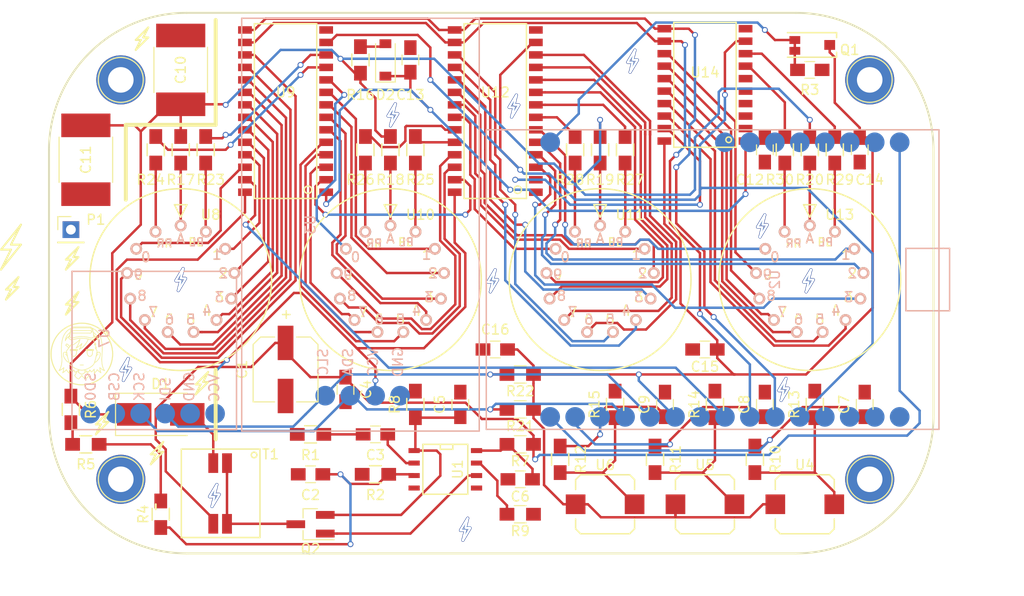
<source format=kicad_pcb>
(kicad_pcb (version 4) (host pcbnew 4.0.5)
  (layers (0 F.Cu signal) (31 B.Cu signal) (34 B.Paste user) (35 F.Paste user) (36 B.SilkS user) (37 F.SilkS user) (38 B.Mask user) (39 F.Mask user) (44 Edge.Cuts user))
  (net 0 "")
  (net 1 "Net-(C2-Pad1)")
  (net 2 GND)
  (net 3 "Net-(C3-Pad1)")
  (net 4 "Net-(C3-Pad2)")
  (net 5 +5V)
  (net 6 "Net-(C5-Pad1)")
  (net 7 "Net-(C6-Pad1)")
  (net 8 "Net-(C7-Pad1)")
  (net 9 "Net-(C8-Pad1)")
  (net 10 "Net-(C9-Pad1)")
  (net 11 /HVout)
  (net 12 "Net-(D2-Pad2)")
  (net 13 "Net-(Q1-Pad2)")
  (net 14 +3V3)
  (net 15 "Net-(Q2-Pad1)")
  (net 16 "Net-(Q2-Pad3)")
  (net 17 "Net-(R4-Pad1)")
  (net 18 "Net-(R5-Pad1)")
  (net 19 "Net-(R9-Pad2)")
  (net 20 "Net-(R10-Pad2)")
  (net 21 "Net-(R11-Pad2)")
  (net 22 "Net-(R12-Pad2)")
  (net 23 "Net-(R17-Pad2)")
  (net 24 "Net-(R18-Pad2)")
  (net 25 "Net-(R19-Pad2)")
  (net 26 "Net-(R20-Pad2)")
  (net 27 "Net-(R21-Pad2)")
  (net 28 "Net-(R22-Pad2)")
  (net 29 "Net-(R23-Pad1)")
  (net 30 "Net-(R23-Pad2)")
  (net 31 "Net-(R24-Pad1)")
  (net 32 "Net-(R24-Pad2)")
  (net 33 "Net-(R25-Pad1)")
  (net 34 "Net-(R25-Pad2)")
  (net 35 "Net-(R26-Pad1)")
  (net 36 "Net-(R26-Pad2)")
  (net 37 "Net-(R27-Pad1)")
  (net 38 "Net-(R27-Pad2)")
  (net 39 "Net-(R28-Pad1)")
  (net 40 "Net-(R28-Pad2)")
  (net 41 "Net-(R29-Pad1)")
  (net 42 "Net-(R29-Pad2)")
  (net 43 "Net-(R30-Pad1)")
  (net 44 "Net-(R30-Pad2)")
  (net 45 "Net-(D1-Pad2)")
  (net 46 /DIN)
  (net 47 /LOAD)
  (net 48 /CLK)
  (net 49 /BLANK)
  (net 50 "Net-(U2-Pad19)")
  (net 51 "Net-(U2-Pad18)")
  (net 52 "Net-(U2-Pad13)")
  (net 53 "Net-(U2-Pad12)")
  (net 54 "Net-(U2-Pad11)")
  (net 55 "Net-(U8-Pad12)")
  (net 56 "Net-(U8-Pad11)")
  (net 57 "Net-(U8-Pad10)")
  (net 58 "Net-(U8-Pad9)")
  (net 59 "Net-(U8-Pad8)")
  (net 60 "Net-(U8-Pad7)")
  (net 61 "Net-(U8-Pad6)")
  (net 62 "Net-(U8-Pad5)")
  (net 63 "Net-(U8-Pad4)")
  (net 64 "Net-(U8-Pad3)")
  (net 65 "Net-(U10-Pad12)")
  (net 66 "Net-(U10-Pad3)")
  (net 67 "Net-(U10-Pad4)")
  (net 68 "Net-(U10-Pad5)")
  (net 69 "Net-(U10-Pad6)")
  (net 70 "Net-(U10-Pad7)")
  (net 71 "Net-(U10-Pad8)")
  (net 72 "Net-(U10-Pad9)")
  (net 73 "Net-(U12-Pad27)")
  (net 74 "Net-(U10-Pad11)")
  (net 75 "Net-(U10-Pad10)")
  (net 76 "Net-(U11-Pad12)")
  (net 77 "Net-(U11-Pad11)")
  (net 78 "Net-(U11-Pad10)")
  (net 79 "Net-(U11-Pad9)")
  (net 80 "Net-(U11-Pad8)")
  (net 81 "Net-(U11-Pad7)")
  (net 82 "Net-(U11-Pad6)")
  (net 83 "Net-(U11-Pad5)")
  (net 84 "Net-(U11-Pad4)")
  (net 85 "Net-(U11-Pad3)")
  (net 86 "Net-(U12-Pad6)")
  (net 87 "Net-(U12-Pad5)")
  (net 88 "Net-(U12-Pad4)")
  (net 89 "Net-(U12-Pad3)")
  (net 90 "Net-(U12-Pad2)")
  (net 91 "Net-(U13-Pad11)")
  (net 92 "Net-(U13-Pad10)")
  (net 93 "Net-(U13-Pad9)")
  (net 94 "Net-(U13-Pad8)")
  (net 95 "Net-(U13-Pad7)")
  (net 96 "Net-(U13-Pad6)")
  (net 97 "Net-(U14-Pad6)")
  (net 98 "Net-(U14-Pad5)")
  (net 99 "Net-(U14-Pad4)")
  (net 100 "Net-(U14-Pad3)")
  (net 101 "Net-(U14-Pad2)")
  (net 102 "Net-(U7-Pad5)")
  (net 103 "Net-(U7-Pad6)")
  (net 104 "Net-(C12-Pad2)")
  (module BamboulabFootprints:Biri-Biri-via-small (layer F.Cu) (at 51.816 113.284)
    (fp_text reference REF** hide)
    (fp_text value "Biri-Biri via")
    (pad 1 thru_hole oval (at -0.254 0.127) (size 0.758 0.3) (drill oval 0.658 0.2) (layers *.Cu) (net 2 GND))
    (pad 1 thru_hole oval (at 0.254 -0.127) (size 0.758 0.3) (drill oval 0.658 0.2) (layers *.Cu) (net 2 GND))
    (pad 1 thru_hole oval (at 0.127 0.508 59.036) (size 1.73 0.3) (drill oval 1.63 0.2) (layers *.Cu) (net 2 GND))
    (pad 1 thru_hole oval (at -0.127 -0.508 59.036) (size 1.73 0.3) (drill oval 1.63 0.2) (layers *.Cu) (net 2 GND))
    (pad 1 thru_hole oval (at 0.127 -0.635 75.964) (size 1.2975 0.3) (drill oval 1.1975 0.2) (layers *.Cu) (net 2 GND))
    (pad 1 thru_hole oval (at -0.127 0.635 75.964) (size 1.2975 0.3) (drill oval 1.1975 0.2) (layers *.Cu) (net 2 GND))
  )
  (module BamboulabFootprints:Biri-Biri-via-small (layer F.Cu) (at 91.313 86.487)
    (fp_text reference REF** hide)
    (fp_text value "Biri-Biri via")
    (pad 1 thru_hole oval (at -0.254 0.127) (size 0.758 0.3) (drill oval 0.658 0.2) (layers *.Cu) (net 2 GND))
    (pad 1 thru_hole oval (at 0.254 -0.127) (size 0.758 0.3) (drill oval 0.658 0.2) (layers *.Cu) (net 2 GND))
    (pad 1 thru_hole oval (at 0.127 0.508 59.036) (size 1.73 0.3) (drill oval 1.63 0.2) (layers *.Cu) (net 2 GND))
    (pad 1 thru_hole oval (at -0.127 -0.508 59.036) (size 1.73 0.3) (drill oval 1.63 0.2) (layers *.Cu) (net 2 GND))
    (pad 1 thru_hole oval (at 0.127 -0.635 75.964) (size 1.2975 0.3) (drill oval 1.1975 0.2) (layers *.Cu) (net 2 GND))
    (pad 1 thru_hole oval (at -0.127 0.635 75.964) (size 1.2975 0.3) (drill oval 1.1975 0.2) (layers *.Cu) (net 2 GND))
  )
  (module BamboulabFootprints:Biri-Biri-via-small (layer F.Cu) (at 121.285 104.267)
    (fp_text reference REF** hide)
    (fp_text value "Biri-Biri via")
    (pad 1 thru_hole oval (at -0.254 0.127) (size 0.758 0.3) (drill oval 0.658 0.2) (layers *.Cu) (net 2 GND))
    (pad 1 thru_hole oval (at 0.254 -0.127) (size 0.758 0.3) (drill oval 0.658 0.2) (layers *.Cu) (net 2 GND))
    (pad 1 thru_hole oval (at 0.127 0.508 59.036) (size 1.73 0.3) (drill oval 1.63 0.2) (layers *.Cu) (net 2 GND))
    (pad 1 thru_hole oval (at -0.127 -0.508 59.036) (size 1.73 0.3) (drill oval 1.63 0.2) (layers *.Cu) (net 2 GND))
    (pad 1 thru_hole oval (at 0.127 -0.635 75.964) (size 1.2975 0.3) (drill oval 1.1975 0.2) (layers *.Cu) (net 2 GND))
    (pad 1 thru_hole oval (at -0.127 0.635 75.964) (size 1.2975 0.3) (drill oval 1.1975 0.2) (layers *.Cu) (net 2 GND))
  )
  (module BamboulabFootprints:Biri-Biri-via-small (layer F.Cu) (at 118.745 115.316)
    (fp_text reference REF** hide)
    (fp_text value "Biri-Biri via")
    (pad 1 thru_hole oval (at -0.254 0.127) (size 0.758 0.3) (drill oval 0.658 0.2) (layers *.Cu) (net 2 GND))
    (pad 1 thru_hole oval (at 0.254 -0.127) (size 0.758 0.3) (drill oval 0.658 0.2) (layers *.Cu) (net 2 GND))
    (pad 1 thru_hole oval (at 0.127 0.508 59.036) (size 1.73 0.3) (drill oval 1.63 0.2) (layers *.Cu) (net 2 GND))
    (pad 1 thru_hole oval (at -0.127 -0.508 59.036) (size 1.73 0.3) (drill oval 1.63 0.2) (layers *.Cu) (net 2 GND))
    (pad 1 thru_hole oval (at 0.127 -0.635 75.964) (size 1.2975 0.3) (drill oval 1.1975 0.2) (layers *.Cu) (net 2 GND))
    (pad 1 thru_hole oval (at -0.127 0.635 75.964) (size 1.2975 0.3) (drill oval 1.1975 0.2) (layers *.Cu) (net 2 GND))
  )
  (module BamboulabFootprints:Biri-Biri-via-small (layer F.Cu) (at 116.586 98.679)
    (fp_text reference REF** hide)
    (fp_text value "Biri-Biri via")
    (pad 1 thru_hole oval (at -0.254 0.127) (size 0.758 0.3) (drill oval 0.658 0.2) (layers *.Cu) (net 2 GND))
    (pad 1 thru_hole oval (at 0.254 -0.127) (size 0.758 0.3) (drill oval 0.658 0.2) (layers *.Cu) (net 2 GND))
    (pad 1 thru_hole oval (at 0.127 0.508 59.036) (size 1.73 0.3) (drill oval 1.63 0.2) (layers *.Cu) (net 2 GND))
    (pad 1 thru_hole oval (at -0.127 -0.508 59.036) (size 1.73 0.3) (drill oval 1.63 0.2) (layers *.Cu) (net 2 GND))
    (pad 1 thru_hole oval (at 0.127 -0.635 75.964) (size 1.2975 0.3) (drill oval 1.1975 0.2) (layers *.Cu) (net 2 GND))
    (pad 1 thru_hole oval (at -0.127 0.635 75.964) (size 1.2975 0.3) (drill oval 1.1975 0.2) (layers *.Cu) (net 2 GND))
  )
  (module BamboulabFootprints:Biri-Biri-via-small (layer F.Cu) (at 60.833 126.111)
    (fp_text reference REF** hide)
    (fp_text value "Biri-Biri via")
    (pad 1 thru_hole oval (at -0.254 0.127) (size 0.758 0.3) (drill oval 0.658 0.2) (layers *.Cu) (net 2 GND))
    (pad 1 thru_hole oval (at 0.254 -0.127) (size 0.758 0.3) (drill oval 0.658 0.2) (layers *.Cu) (net 2 GND))
    (pad 1 thru_hole oval (at 0.127 0.508 59.036) (size 1.73 0.3) (drill oval 1.63 0.2) (layers *.Cu) (net 2 GND))
    (pad 1 thru_hole oval (at -0.127 -0.508 59.036) (size 1.73 0.3) (drill oval 1.63 0.2) (layers *.Cu) (net 2 GND))
    (pad 1 thru_hole oval (at 0.127 -0.635 75.964) (size 1.2975 0.3) (drill oval 1.1975 0.2) (layers *.Cu) (net 2 GND))
    (pad 1 thru_hole oval (at -0.127 0.635 75.964) (size 1.2975 0.3) (drill oval 1.1975 0.2) (layers *.Cu) (net 2 GND))
  )
  (module BamboulabFootprints:Biri-Biri-via-small (layer F.Cu) (at 78.994 87.376)
    (fp_text reference REF** hide)
    (fp_text value "Biri-Biri via")
    (pad 1 thru_hole oval (at -0.254 0.127) (size 0.758 0.3) (drill oval 0.658 0.2) (layers *.Cu) (net 2 GND))
    (pad 1 thru_hole oval (at 0.254 -0.127) (size 0.758 0.3) (drill oval 0.658 0.2) (layers *.Cu) (net 2 GND))
    (pad 1 thru_hole oval (at 0.127 0.508 59.036) (size 1.73 0.3) (drill oval 1.63 0.2) (layers *.Cu) (net 2 GND))
    (pad 1 thru_hole oval (at -0.127 -0.508 59.036) (size 1.73 0.3) (drill oval 1.63 0.2) (layers *.Cu) (net 2 GND))
    (pad 1 thru_hole oval (at 0.127 -0.635 75.964) (size 1.2975 0.3) (drill oval 1.1975 0.2) (layers *.Cu) (net 2 GND))
    (pad 1 thru_hole oval (at -0.127 0.635 75.964) (size 1.2975 0.3) (drill oval 1.1975 0.2) (layers *.Cu) (net 2 GND))
  )
  (module BamboulabFootprints:Biri-Biri-via-small (layer F.Cu) (at 57.404 104.14)
    (fp_text reference REF** hide)
    (fp_text value "Biri-Biri via")
    (pad 1 thru_hole oval (at -0.254 0.127) (size 0.758 0.3) (drill oval 0.658 0.2) (layers *.Cu) (net 2 GND))
    (pad 1 thru_hole oval (at 0.254 -0.127) (size 0.758 0.3) (drill oval 0.658 0.2) (layers *.Cu) (net 2 GND))
    (pad 1 thru_hole oval (at 0.127 0.508 59.036) (size 1.73 0.3) (drill oval 1.63 0.2) (layers *.Cu) (net 2 GND))
    (pad 1 thru_hole oval (at -0.127 -0.508 59.036) (size 1.73 0.3) (drill oval 1.63 0.2) (layers *.Cu) (net 2 GND))
    (pad 1 thru_hole oval (at 0.127 -0.635 75.964) (size 1.2975 0.3) (drill oval 1.1975 0.2) (layers *.Cu) (net 2 GND))
    (pad 1 thru_hole oval (at -0.127 0.635 75.964) (size 1.2975 0.3) (drill oval 1.1975 0.2) (layers *.Cu) (net 2 GND))
  )
  (module BamboulabFootprints:Biri-Biri-via-small (layer F.Cu) (at 103.378 81.915)
    (fp_text reference REF** hide)
    (fp_text value "Biri-Biri via")
    (pad 1 thru_hole oval (at -0.254 0.127) (size 0.758 0.3) (drill oval 0.658 0.2) (layers *.Cu) (net 2 GND))
    (pad 1 thru_hole oval (at 0.254 -0.127) (size 0.758 0.3) (drill oval 0.658 0.2) (layers *.Cu) (net 2 GND))
    (pad 1 thru_hole oval (at 0.127 0.508 59.036) (size 1.73 0.3) (drill oval 1.63 0.2) (layers *.Cu) (net 2 GND))
    (pad 1 thru_hole oval (at -0.127 -0.508 59.036) (size 1.73 0.3) (drill oval 1.63 0.2) (layers *.Cu) (net 2 GND))
    (pad 1 thru_hole oval (at 0.127 -0.635 75.964) (size 1.2975 0.3) (drill oval 1.1975 0.2) (layers *.Cu) (net 2 GND))
    (pad 1 thru_hole oval (at -0.127 0.635 75.964) (size 1.2975 0.3) (drill oval 1.1975 0.2) (layers *.Cu) (net 2 GND))
  )
  (module BamboulabFootprints:Biri-Biri-via-small (layer F.Cu) (at 89.154 104.267)
    (fp_text reference REF** hide)
    (fp_text value "Biri-Biri via")
    (pad 1 thru_hole oval (at -0.254 0.127) (size 0.758 0.3) (drill oval 0.658 0.2) (layers *.Cu) (net 2 GND))
    (pad 1 thru_hole oval (at 0.254 -0.127) (size 0.758 0.3) (drill oval 0.658 0.2) (layers *.Cu) (net 2 GND))
    (pad 1 thru_hole oval (at 0.127 0.508 59.036) (size 1.73 0.3) (drill oval 1.63 0.2) (layers *.Cu) (net 2 GND))
    (pad 1 thru_hole oval (at -0.127 -0.508 59.036) (size 1.73 0.3) (drill oval 1.63 0.2) (layers *.Cu) (net 2 GND))
    (pad 1 thru_hole oval (at 0.127 -0.635 75.964) (size 1.2975 0.3) (drill oval 1.1975 0.2) (layers *.Cu) (net 2 GND))
    (pad 1 thru_hole oval (at -0.127 0.635 75.964) (size 1.2975 0.3) (drill oval 1.1975 0.2) (layers *.Cu) (net 2 GND))
  )
  (module Resistors_SMD:R_0805_HandSoldering (layer F.Cu) (at 54.864 90.932 90)
    (fp_text reference R24 (at -3.048 -0.508 180) (layer F.SilkS))
    (fp_text value R_Small)
    (pad 1 smd rect (at -1.35 0 90) (size 1.5 1.3) (layers F.Cu F.Paste F.Mask) (net 31 "Net-(R24-Pad1)"))
    (pad 2 smd rect (at 1.35 0 90) (size 1.5 1.3) (layers F.Cu F.Paste F.Mask) (net 32 "Net-(R24-Pad2)"))
  )
  (module BamboulabFootprints:SPEH120100 (layer F.Cu) (at 120.904 127 180)
    (fp_text reference U4 (at 0 4 180) (layer F.SilkS))
    (fp_text value PushButton)
    (pad 1 smd rect (at -3 0 180) (size 2 2) (layers F.Cu F.Paste F.Mask) (net 20 "Net-(R10-Pad2)"))
    (pad 2 smd rect (at 3 0 180) (size 2 2) (layers F.Cu F.Paste F.Mask) (net 14 +3V3))
  )
  (module Resistors_SMD:R_0805_HandSoldering (layer F.Cu) (at 96.012 122.428 270)
    (fp_text reference R12 (at 0 -2.1 270) (layer F.SilkS))
    (fp_text value R_Small)
    (pad 1 smd rect (at -1.35 0 270) (size 1.5 1.3) (layers F.Cu F.Paste F.Mask) (net 10 "Net-(C9-Pad1)"))
    (pad 2 smd rect (at 1.35 0 270) (size 1.5 1.3) (layers F.Cu F.Paste F.Mask) (net 22 "Net-(R12-Pad2)"))
  )
  (module Capacitors_SMD:CP_Elec_6.3x7.7 (layer F.Cu) (at 68.072 113.284 270)
    (fp_text reference C1 (at 0 4.43 270) (layer F.SilkS))
    (fp_text value 220u)
    (fp_text user + (at -5.588 0 270) (layer F.SilkS))
    (pad 1 smd rect (at -2.7 0 90) (size 3.5 1.6) (layers F.Cu F.Paste F.Mask) (net 5 +5V))
    (pad 2 smd rect (at 2.7 0 90) (size 3.5 1.6) (layers F.Cu F.Paste F.Mask) (net 2 GND))
  )
  (module Resistors_SMD:R_0805_HandSoldering (layer F.Cu) (at 78.74 90.932 270)
    (fp_text reference R18 (at 3.048 0 360) (layer F.SilkS))
    (fp_text value R_Small)
    (pad 1 smd rect (at -1.35 0 270) (size 1.5 1.3) (layers F.Cu F.Paste F.Mask) (net 11 /HVout))
    (pad 2 smd rect (at 1.35 0 270) (size 1.5 1.3) (layers F.Cu F.Paste F.Mask) (net 24 "Net-(R18-Pad2)"))
  )
  (module Diodes_SMD:D_SOD-123 (layer F.Cu) (at 78.232 81.788 90)
    (fp_text reference D2 (at -3.556 0 180) (layer F.SilkS))
    (fp_text value D_Zener_Small_ALT)
    (pad 1 smd rect (at -1.65 0 90) (size 0.9 1.2) (layers F.Cu F.Paste F.Mask) (net 104 "Net-(C12-Pad2)"))
    (pad 2 smd rect (at 1.65 0 90) (size 0.9 1.2) (layers F.Cu F.Paste F.Mask) (net 12 "Net-(D2-Pad2)"))
  )
  (module BamboulabFootprints:SW-28 (layer F.Cu) (at 89.408 86.36 180)
    (fp_text reference U12 (at 0 1.27 180) (layer F.SilkS))
    (fp_text value MAX6931)
    (pad 28 smd rect (at 4.13 -8.89 180) (size 1.4 0.762) (layers F.Cu F.Paste F.Mask) (net 14 +3V3))
    (pad 27 smd rect (at 4.13 -7.62 180) (size 1.4 0.762) (layers F.Cu F.Paste F.Mask) (net 73 "Net-(U12-Pad27)"))
    (pad 26 smd rect (at 4.13 -6.35 180) (size 1.4 0.762) (layers F.Cu F.Paste F.Mask) (net 75 "Net-(U10-Pad10)"))
    (pad 25 smd rect (at 4.13 -5.08 180) (size 1.4 0.762) (layers F.Cu F.Paste F.Mask) (net 74 "Net-(U10-Pad11)"))
    (pad 24 smd rect (at 4.13 -3.81 180) (size 1.4 0.762) (layers F.Cu F.Paste F.Mask) (net 34 "Net-(R25-Pad2)"))
    (pad 23 smd rect (at 4.13 -2.54 180) (size 1.4 0.762) (layers F.Cu F.Paste F.Mask) (net 36 "Net-(R26-Pad2)"))
    (pad 22 smd rect (at 4.13 -1.27 180) (size 1.4 0.762) (layers F.Cu F.Paste F.Mask) (net 76 "Net-(U11-Pad12)"))
    (pad 21 smd rect (at 4.13 0 180) (size 1.4 0.762) (layers F.Cu F.Paste F.Mask) (net 85 "Net-(U11-Pad3)"))
    (pad 20 smd rect (at 4.13 1.27 180) (size 1.4 0.762) (layers F.Cu F.Paste F.Mask) (net 84 "Net-(U11-Pad4)"))
    (pad 19 smd rect (at 4.13 2.54 180) (size 1.4 0.762) (layers F.Cu F.Paste F.Mask) (net 83 "Net-(U11-Pad5)"))
    (pad 18 smd rect (at 4.13 3.81 180) (size 1.4 0.762) (layers F.Cu F.Paste F.Mask) (net 82 "Net-(U11-Pad6)"))
    (pad 17 smd rect (at 4.13 5.08 180) (size 1.4 0.762) (layers F.Cu F.Paste F.Mask) (net 81 "Net-(U11-Pad7)"))
    (pad 16 smd rect (at 4.13 6.35 180) (size 1.4 0.762) (layers F.Cu F.Paste F.Mask) (net 47 /LOAD))
    (pad 15 smd rect (at 4.13 7.62 180) (size 1.4 0.762) (layers F.Cu F.Paste F.Mask) (net 48 /CLK))
    (pad 14 smd rect (at -4.13 7.62 180) (size 1.4 0.762) (layers F.Cu F.Paste F.Mask) (net 2 GND))
    (pad 13 smd rect (at -4.13 6.35 180) (size 1.4 0.762) (layers F.Cu F.Paste F.Mask) (net 49 /BLANK))
    (pad 12 smd rect (at -4.13 5.08 180) (size 1.4 0.762) (layers F.Cu F.Paste F.Mask) (net 80 "Net-(U11-Pad8)"))
    (pad 11 smd rect (at -4.13 3.81 180) (size 1.4 0.762) (layers F.Cu F.Paste F.Mask) (net 79 "Net-(U11-Pad9)"))
    (pad 10 smd rect (at -4.13 2.54 180) (size 1.4 0.762) (layers F.Cu F.Paste F.Mask) (net 78 "Net-(U11-Pad10)"))
    (pad 9 smd rect (at -4.13 1.27 180) (size 1.4 0.762) (layers F.Cu F.Paste F.Mask) (net 77 "Net-(U11-Pad11)"))
    (pad 8 smd rect (at -4.13 0 180) (size 1.4 0.762) (layers F.Cu F.Paste F.Mask) (net 38 "Net-(R27-Pad2)"))
    (pad 7 smd rect (at -4.13 -1.27 180) (size 1.4 0.762) (layers F.Cu F.Paste F.Mask) (net 40 "Net-(R28-Pad2)"))
    (pad 6 smd rect (at -4.13 -2.54 180) (size 1.4 0.762) (layers F.Cu F.Paste F.Mask) (net 86 "Net-(U12-Pad6)"))
    (pad 5 smd rect (at -4.13 -3.81 180) (size 1.4 0.762) (layers F.Cu F.Paste F.Mask) (net 87 "Net-(U12-Pad5)"))
    (pad 4 smd rect (at -4.13 -5.08 180) (size 1.4 0.762) (layers F.Cu F.Paste F.Mask) (net 88 "Net-(U12-Pad4)"))
    (pad 3 smd rect (at -4.13 -6.35 180) (size 1.4 0.762) (layers F.Cu F.Paste F.Mask) (net 89 "Net-(U12-Pad3)"))
    (pad 2 smd rect (at -4.13 -7.62 180) (size 1.4 0.762) (layers F.Cu F.Paste F.Mask) (net 90 "Net-(U12-Pad2)"))
    (pad 1 smd rect (at -4.13 -8.89 180) (size 1.4 0.762) (layers F.Cu F.Paste F.Mask) (net 104 "Net-(C12-Pad2)"))
  )
  (module BamboulabFootprints:IN-14 (layer F.Cu) (at 78.74 104.14)
    (fp_text reference U10 (at 3.048 -6.604) (layer F.SilkS))
    (fp_text value IN-14)
    (fp_text user A (at 0 -4.191) (layer B.SilkS) (effects (justify mirror)))
    (fp_text user 1 (at 3.683 -2.54) (layer B.SilkS) (effects (justify mirror)))
    (fp_text user 2 (at 4.318 -0.635) (layer B.SilkS) (effects (justify mirror)))
    (fp_text user PL (at 1.651 -3.81) (layer B.SilkS) (effects (font (size 0.8 0.8)) (justify mirror)))
    (fp_text user 3 (at 3.937 1.778) (layer B.SilkS) (effects (justify mirror)))
    (fp_text user 4 (at 2.667 3.175) (layer B.SilkS) (effects (justify mirror)))
    (fp_text user 5 (at 1.016 4.064) (layer B.SilkS) (effects (justify mirror)))
    (fp_text user 6 (at -1.143 4.064) (layer B.SilkS) (effects (justify mirror)))
    (fp_text user 7 (at -2.794 3.302) (layer B.SilkS) (effects (justify mirror)))
    (fp_text user 8 (at -3.937 1.651) (layer B.SilkS) (effects (justify mirror)))
    (fp_text user 9 (at -4.318 -0.508) (layer B.SilkS) (effects (justify mirror)))
    (fp_text user 0 (at -3.556 -2.286) (layer B.SilkS) (effects (justify mirror)))
    (fp_text user PR (at -1.651 -3.683) (layer B.SilkS) (effects (font (size 0.8 0.8)) (justify mirror)))
    (fp_text user A (at 0 -4.191) (layer F.SilkS))
    (fp_text user 1 (at 3.683 -2.54) (layer F.SilkS))
    (fp_text user 2 (at 4.318 -0.635) (layer F.SilkS))
    (fp_text user 3 (at 3.937 1.778) (layer F.SilkS))
    (fp_text user 4 (at 2.667 3.175) (layer F.SilkS))
    (fp_text user 5 (at 1.016 4.064) (layer F.SilkS))
    (fp_text user 6 (at -1.143 4.064) (layer F.SilkS))
    (fp_text user 7 (at -2.794 3.302) (layer F.SilkS))
    (fp_text user 8 (at -3.937 1.651) (layer F.SilkS))
    (fp_text user 9 (at -4.318 -0.508) (layer F.SilkS))
    (fp_text user 0 (at -3.556 -2.286) (layer F.SilkS))
    (fp_text user PR (at -1.651 -3.683) (layer F.SilkS) (effects (font (size 0.8 0.8))))
    (fp_text user PL (at 1.524 -3.81) (layer F.SilkS) (effects (font (size 0.8 0.8))))
    (pad 13 thru_hole circle (at -2.56 -4.87) (size 1.2 1.2) (drill 0.7) (layers *.Cu *.Adhes *.Paste *.SilkS *.Mask Dwgs.User Eco1.User Eco2.User) (net 35 "Net-(R26-Pad1)"))
    (pad 12 thru_hole circle (at -4.53 -3.13) (size 1.2 1.2) (drill 0.7) (layers *.Cu *.Adhes *.Paste *.SilkS *.Mask Dwgs.User Eco1.User Eco2.User) (net 65 "Net-(U10-Pad12)"))
    (pad 11 thru_hole circle (at -5.46 -0.67) (size 1.2 1.2) (drill 0.7) (layers *.Cu *.Adhes *.Paste *.SilkS *.Mask Dwgs.User Eco1.User Eco2.User) (net 74 "Net-(U10-Pad11)"))
    (pad 10 thru_hole circle (at -5.14 1.94) (size 1.2 1.2) (drill 0.7) (layers *.Cu *.Adhes *.Paste *.SilkS *.Mask Dwgs.User Eco1.User Eco2.User) (net 75 "Net-(U10-Pad10)"))
    (pad 9 thru_hole circle (at -3.65 4.11) (size 1.2 1.2) (drill 0.7) (layers *.Cu *.Adhes *.Paste *.SilkS *.Mask Dwgs.User Eco1.User Eco2.User) (net 72 "Net-(U10-Pad9)"))
    (pad 8 thru_hole circle (at -1.32 5.34) (size 1.2 1.2) (drill 0.7) (layers *.Cu *.Adhes *.Paste *.SilkS *.Mask Dwgs.User Eco1.User Eco2.User) (net 71 "Net-(U10-Pad8)"))
    (pad 7 thru_hole circle (at 1.31 5.34) (size 1.2 1.2) (drill 0.7) (layers *.Cu *.Adhes *.Paste *.SilkS *.Mask Dwgs.User Eco1.User Eco2.User) (net 70 "Net-(U10-Pad7)"))
    (pad 6 thru_hole circle (at 3.64 4.11) (size 1.2 1.2) (drill 0.7) (layers *.Cu *.Adhes *.Paste *.SilkS *.Mask Dwgs.User Eco1.User Eco2.User) (net 69 "Net-(U10-Pad6)"))
    (pad 5 thru_hole circle (at 5.14 1.94) (size 1.2 1.2) (drill 0.7) (layers *.Cu *.Adhes *.Paste *.SilkS *.Mask Dwgs.User Eco1.User Eco2.User) (net 68 "Net-(U10-Pad5)"))
    (pad 4 thru_hole circle (at 5.46 -0.67) (size 1.2 1.2) (drill 0.7) (layers *.Cu *.Adhes *.Paste *.SilkS *.Mask Dwgs.User Eco1.User Eco2.User) (net 67 "Net-(U10-Pad4)"))
    (pad 3 thru_hole circle (at 4.53 -3.13) (size 1.2 1.2) (drill 0.7) (layers *.Cu *.Adhes *.Paste *.SilkS *.Mask Dwgs.User Eco1.User Eco2.User) (net 66 "Net-(U10-Pad3)"))
    (pad 2 thru_hole circle (at 2.56 -4.87) (size 1.2 1.2) (drill 0.7) (layers *.Cu *.Adhes *.Paste *.SilkS *.Mask Dwgs.User Eco1.User Eco2.User) (net 33 "Net-(R25-Pad1)"))
    (pad 1 thru_hole circle (at 0 -5.5) (size 1.2 1.2) (drill 0.7) (layers *.Cu *.Adhes *.Paste *.SilkS *.Mask Dwgs.User Eco1.User Eco2.User) (net 24 "Net-(R18-Pad2)"))
  )
  (module Capacitors_SMD:C_0805_HandSoldering (layer F.Cu) (at 70.612 123.952 180)
    (fp_text reference C2 (at 0 -2.1 180) (layer F.SilkS))
    (fp_text value 0.001)
    (pad 1 smd rect (at -1.25 0 180) (size 1.5 1.25) (layers F.Cu F.Paste F.Mask) (net 1 "Net-(C2-Pad1)"))
    (pad 2 smd rect (at 1.25 0 180) (size 1.5 1.25) (layers F.Cu F.Paste F.Mask) (net 2 GND))
  )
  (module Capacitors_SMD:C_0805_HandSoldering (layer F.Cu) (at 77.216 119.888 180)
    (fp_text reference C3 (at 0 -2.1 180) (layer F.SilkS))
    (fp_text value 0.1u)
    (pad 1 smd rect (at -1.25 0 180) (size 1.5 1.25) (layers F.Cu F.Paste F.Mask) (net 3 "Net-(C3-Pad1)"))
    (pad 2 smd rect (at 1.25 0 180) (size 1.5 1.25) (layers F.Cu F.Paste F.Mask) (net 4 "Net-(C3-Pad2)"))
  )
  (module Capacitors_SMD:C_0805_HandSoldering (layer F.Cu) (at 74.168 115.316 270)
    (fp_text reference C4 (at 0 -2.1 450) (layer F.SilkS))
    (fp_text value 10u)
    (pad 1 smd rect (at -1.25 0 270) (size 1.5 1.25) (layers F.Cu F.Paste F.Mask) (net 5 +5V))
    (pad 2 smd rect (at 1.25 0 270) (size 1.5 1.25) (layers F.Cu F.Paste F.Mask) (net 2 GND))
  )
  (module Capacitors_SMD:C_0805_HandSoldering (layer F.Cu) (at 85.852 116.84 90)
    (fp_text reference C5 (at 0 -2.1 90) (layer F.SilkS))
    (fp_text value 0.01u)
    (pad 1 smd rect (at -1.25 0 90) (size 1.5 1.25) (layers F.Cu F.Paste F.Mask) (net 6 "Net-(C5-Pad1)"))
    (pad 2 smd rect (at 1.25 0 90) (size 1.5 1.25) (layers F.Cu F.Paste F.Mask) (net 2 GND))
  )
  (module Capacitors_SMD:C_0805_HandSoldering (layer F.Cu) (at 127 116.84 90)
    (fp_text reference C7 (at 0 -2.1 90) (layer F.SilkS))
    (fp_text value 0.1u)
    (pad 1 smd rect (at -1.25 0 90) (size 1.5 1.25) (layers F.Cu F.Paste F.Mask) (net 8 "Net-(C7-Pad1)"))
    (pad 2 smd rect (at 1.25 0 90) (size 1.5 1.25) (layers F.Cu F.Paste F.Mask) (net 2 GND))
  )
  (module Capacitors_SMD:C_0805_HandSoldering (layer F.Cu) (at 116.84 116.84 90)
    (fp_text reference C8 (at 0 -2.1 90) (layer F.SilkS))
    (fp_text value 0.1u)
    (pad 1 smd rect (at -1.25 0 90) (size 1.5 1.25) (layers F.Cu F.Paste F.Mask) (net 9 "Net-(C8-Pad1)"))
    (pad 2 smd rect (at 1.25 0 90) (size 1.5 1.25) (layers F.Cu F.Paste F.Mask) (net 2 GND))
  )
  (module Capacitors_SMD:C_0805_HandSoldering (layer F.Cu) (at 106.68 116.84 90)
    (fp_text reference C9 (at 0 -2.1 90) (layer F.SilkS))
    (fp_text value 0.1u)
    (pad 1 smd rect (at -1.25 0 90) (size 1.5 1.25) (layers F.Cu F.Paste F.Mask) (net 10 "Net-(C9-Pad1)"))
    (pad 2 smd rect (at 1.25 0 90) (size 1.5 1.25) (layers F.Cu F.Paste F.Mask) (net 2 GND))
  )
  (module Capacitors_SMD:C_2220_HandSoldering (layer F.Cu) (at 57.404 82.804 90)
    (fp_text reference C10 (at 0 0 90) (layer F.SilkS))
    (fp_text value 1u)
    (pad 1 smd rect (at -3.5 0 90) (size 2.4 5) (layers F.Cu F.Paste F.Mask) (net 11 /HVout))
    (pad 2 smd rect (at 3.5 0 90) (size 2.4 5) (layers F.Cu F.Paste F.Mask) (net 2 GND))
  )
  (module Capacitors_SMD:C_2220_HandSoldering (layer F.Cu) (at 47.752 91.948 270)
    (fp_text reference C11 (at 0 0 270) (layer F.SilkS))
    (fp_text value 1u)
    (pad 1 smd rect (at -3.5 0 270) (size 2.4 5) (layers F.Cu F.Paste F.Mask) (net 11 /HVout))
    (pad 2 smd rect (at 3.5 0 270) (size 2.4 5) (layers F.Cu F.Paste F.Mask) (net 2 GND))
  )
  (module TO_SOT_Packages_SMD:SOT-23_Handsoldering (layer F.Cu) (at 70.612 129.032 180)
    (fp_text reference Q2 (at 0 -2.5 180) (layer F.SilkS))
    (fp_text value Q_NMOS_GSD)
    (pad 1 smd rect (at -1.5 -0.95 180) (size 1.9 0.8) (layers F.Cu F.Paste F.Mask) (net 15 "Net-(Q2-Pad1)"))
    (pad 2 smd rect (at -1.5 0.95 180) (size 1.9 0.8) (layers F.Cu F.Paste F.Mask) (net 6 "Net-(C5-Pad1)"))
    (pad 3 smd rect (at 1.5 0 180) (size 1.9 0.8) (layers F.Cu F.Paste F.Mask) (net 16 "Net-(Q2-Pad3)"))
  )
  (module Resistors_SMD:R_0805_HandSoldering (layer F.Cu) (at 70.612 119.888 180)
    (fp_text reference R1 (at 0 -2.1 180) (layer F.SilkS))
    (fp_text value 1K)
    (pad 1 smd rect (at -1.35 0 180) (size 1.5 1.3) (layers F.Cu F.Paste F.Mask) (net 4 "Net-(C3-Pad2)"))
    (pad 2 smd rect (at 1.35 0 180) (size 1.5 1.3) (layers F.Cu F.Paste F.Mask) (net 2 GND))
  )
  (module Resistors_SMD:R_0805_HandSoldering (layer F.Cu) (at 77.216 123.952 180)
    (fp_text reference R2 (at 0 -2.1 180) (layer F.SilkS))
    (fp_text value 13K)
    (pad 1 smd rect (at -1.35 0 180) (size 1.5 1.3) (layers F.Cu F.Paste F.Mask) (net 1 "Net-(C2-Pad1)"))
    (pad 2 smd rect (at 1.35 0 180) (size 1.5 1.3) (layers F.Cu F.Paste F.Mask) (net 2 GND))
  )
  (module Capacitors_SMD:C_0805_HandSoldering (layer F.Cu) (at 121.412 82.804)
    (fp_text reference R3 (at 0 2.032) (layer F.SilkS))
    (fp_text value R_Small)
    (pad 1 smd rect (at -1.25 0) (size 1.5 1.25) (layers F.Cu F.Paste F.Mask) (net 13 "Net-(Q1-Pad2)"))
    (pad 2 smd rect (at 1.25 0) (size 1.5 1.25) (layers F.Cu F.Paste F.Mask) (net 2 GND))
  )
  (module Resistors_SMD:R_0805_HandSoldering (layer F.Cu) (at 55.372 128.016 270)
    (fp_text reference R4 (at 0 1.778 270) (layer F.SilkS))
    (fp_text value 1M)
    (pad 1 smd rect (at -1.35 0 270) (size 1.5 1.3) (layers F.Cu F.Paste F.Mask) (net 17 "Net-(R4-Pad1)"))
    (pad 2 smd rect (at 1.35 0 270) (size 1.5 1.3) (layers F.Cu F.Paste F.Mask) (net 1 "Net-(C2-Pad1)"))
  )
  (module Resistors_SMD:R_0805_HandSoldering (layer F.Cu) (at 47.752 120.904)
    (fp_text reference R5 (at 0 2.032) (layer F.SilkS))
    (fp_text value 820K)
    (pad 1 smd rect (at -1.35 0) (size 1.5 1.3) (layers F.Cu F.Paste F.Mask) (net 18 "Net-(R5-Pad1)"))
    (pad 2 smd rect (at 1.35 0) (size 1.5 1.3) (layers F.Cu F.Paste F.Mask) (net 17 "Net-(R4-Pad1)"))
  )
  (module Resistors_SMD:R_0805_HandSoldering (layer F.Cu) (at 46.228 117.348 270)
    (fp_text reference R6 (at 0 -2.032 270) (layer F.SilkS))
    (fp_text value 24K)
    (pad 1 smd rect (at -1.35 0 270) (size 1.5 1.3) (layers F.Cu F.Paste F.Mask) (net 11 /HVout))
    (pad 2 smd rect (at 1.35 0 270) (size 1.5 1.3) (layers F.Cu F.Paste F.Mask) (net 18 "Net-(R5-Pad1)"))
  )
  (module Resistors_SMD:R_0805_HandSoldering (layer F.Cu) (at 81.28 116.84 90)
    (fp_text reference R8 (at 0 -2.1 270) (layer F.SilkS))
    (fp_text value 0.1)
    (pad 1 smd rect (at -1.35 0 90) (size 1.5 1.3) (layers F.Cu F.Paste F.Mask) (net 6 "Net-(C5-Pad1)"))
    (pad 2 smd rect (at 1.35 0 90) (size 1.5 1.3) (layers F.Cu F.Paste F.Mask) (net 2 GND))
  )
  (module Resistors_SMD:R_0805_HandSoldering (layer F.Cu) (at 115.824 122.428 270)
    (fp_text reference R10 (at 0 -2.1 270) (layer F.SilkS))
    (fp_text value R_Small)
    (pad 1 smd rect (at -1.35 0 270) (size 1.5 1.3) (layers F.Cu F.Paste F.Mask) (net 8 "Net-(C7-Pad1)"))
    (pad 2 smd rect (at 1.35 0 270) (size 1.5 1.3) (layers F.Cu F.Paste F.Mask) (net 20 "Net-(R10-Pad2)"))
  )
  (module Resistors_SMD:R_0805_HandSoldering (layer F.Cu) (at 105.664 122.428 270)
    (fp_text reference R11 (at 0 -2.1 270) (layer F.SilkS))
    (fp_text value R_Small)
    (pad 1 smd rect (at -1.35 0 270) (size 1.5 1.3) (layers F.Cu F.Paste F.Mask) (net 9 "Net-(C8-Pad1)"))
    (pad 2 smd rect (at 1.35 0 270) (size 1.5 1.3) (layers F.Cu F.Paste F.Mask) (net 21 "Net-(R11-Pad2)"))
  )
  (module Resistors_SMD:R_0805_HandSoldering (layer F.Cu) (at 121.92 116.84 90)
    (fp_text reference R13 (at 0 -2.1 90) (layer F.SilkS))
    (fp_text value R_Small)
    (pad 1 smd rect (at -1.35 0 90) (size 1.5 1.3) (layers F.Cu F.Paste F.Mask) (net 20 "Net-(R10-Pad2)"))
    (pad 2 smd rect (at 1.35 0 90) (size 1.5 1.3) (layers F.Cu F.Paste F.Mask) (net 2 GND))
  )
  (module Resistors_SMD:R_0805_HandSoldering (layer F.Cu) (at 111.76 116.84 90)
    (fp_text reference R14 (at 0 -2.1 90) (layer F.SilkS))
    (fp_text value R_Small)
    (pad 1 smd rect (at -1.35 0 90) (size 1.5 1.3) (layers F.Cu F.Paste F.Mask) (net 21 "Net-(R11-Pad2)"))
    (pad 2 smd rect (at 1.35 0 90) (size 1.5 1.3) (layers F.Cu F.Paste F.Mask) (net 2 GND))
  )
  (module Resistors_SMD:R_0805_HandSoldering (layer F.Cu) (at 101.6 116.84 90)
    (fp_text reference R15 (at 0 -2.1 90) (layer F.SilkS))
    (fp_text value R_Small)
    (pad 1 smd rect (at -1.35 0 90) (size 1.5 1.3) (layers F.Cu F.Paste F.Mask) (net 22 "Net-(R12-Pad2)"))
    (pad 2 smd rect (at 1.35 0 90) (size 1.5 1.3) (layers F.Cu F.Paste F.Mask) (net 2 GND))
  )
  (module Resistors_SMD:R_0805_HandSoldering (layer F.Cu) (at 75.692 81.788 90)
    (fp_text reference R16 (at -3.556 0 180) (layer F.SilkS))
    (fp_text value R_Small)
    (pad 1 smd rect (at -1.35 0 90) (size 1.5 1.3) (layers F.Cu F.Paste F.Mask) (net 11 /HVout))
    (pad 2 smd rect (at 1.35 0 90) (size 1.5 1.3) (layers F.Cu F.Paste F.Mask) (net 12 "Net-(D2-Pad2)"))
  )
  (module Resistors_SMD:R_0805_HandSoldering (layer F.Cu) (at 57.404 90.932 270)
    (fp_text reference R17 (at 3.048 0 360) (layer F.SilkS))
    (fp_text value R_Small)
    (pad 1 smd rect (at -1.35 0 270) (size 1.5 1.3) (layers F.Cu F.Paste F.Mask) (net 11 /HVout))
    (pad 2 smd rect (at 1.35 0 270) (size 1.5 1.3) (layers F.Cu F.Paste F.Mask) (net 23 "Net-(R17-Pad2)"))
  )
  (module Resistors_SMD:R_0805_HandSoldering (layer F.Cu) (at 100.076 90.932 270)
    (fp_text reference R19 (at 3.048 0 360) (layer F.SilkS))
    (fp_text value R_Small)
    (pad 1 smd rect (at -1.35 0 270) (size 1.5 1.3) (layers F.Cu F.Paste F.Mask) (net 11 /HVout))
    (pad 2 smd rect (at 1.35 0 270) (size 1.5 1.3) (layers F.Cu F.Paste F.Mask) (net 25 "Net-(R19-Pad2)"))
  )
  (module Resistors_SMD:R_0805_HandSoldering (layer F.Cu) (at 121.412 90.932 270)
    (fp_text reference R20 (at 3.048 0 360) (layer F.SilkS))
    (fp_text value R_Small)
    (pad 1 smd rect (at -1.35 0 270) (size 1.5 1.3) (layers F.Cu F.Paste F.Mask) (net 11 /HVout))
    (pad 2 smd rect (at 1.35 0 270) (size 1.5 1.3) (layers F.Cu F.Paste F.Mask) (net 26 "Net-(R20-Pad2)"))
  )
  (module Resistors_SMD:R_0805_HandSoldering (layer F.Cu) (at 59.944 90.932 90)
    (fp_text reference R23 (at -3.048 0.508 180) (layer F.SilkS))
    (fp_text value R_Small)
    (pad 1 smd rect (at -1.35 0 90) (size 1.5 1.3) (layers F.Cu F.Paste F.Mask) (net 29 "Net-(R23-Pad1)"))
    (pad 2 smd rect (at 1.35 0 90) (size 1.5 1.3) (layers F.Cu F.Paste F.Mask) (net 30 "Net-(R23-Pad2)"))
  )
  (module Resistors_SMD:R_0805_HandSoldering (layer F.Cu) (at 81.28 90.932 90)
    (fp_text reference R25 (at -3.048 0.508 180) (layer F.SilkS))
    (fp_text value R_Small)
    (pad 1 smd rect (at -1.35 0 90) (size 1.5 1.3) (layers F.Cu F.Paste F.Mask) (net 33 "Net-(R25-Pad1)"))
    (pad 2 smd rect (at 1.35 0 90) (size 1.5 1.3) (layers F.Cu F.Paste F.Mask) (net 34 "Net-(R25-Pad2)"))
  )
  (module Resistors_SMD:R_0805_HandSoldering (layer F.Cu) (at 76.2 90.932 90)
    (fp_text reference R26 (at -3.048 -0.508 180) (layer F.SilkS))
    (fp_text value R_Small)
    (pad 1 smd rect (at -1.35 0 90) (size 1.5 1.3) (layers F.Cu F.Paste F.Mask) (net 35 "Net-(R26-Pad1)"))
    (pad 2 smd rect (at 1.35 0 90) (size 1.5 1.3) (layers F.Cu F.Paste F.Mask) (net 36 "Net-(R26-Pad2)"))
  )
  (module Resistors_SMD:R_0805_HandSoldering (layer F.Cu) (at 102.616 90.932 90)
    (fp_text reference R27 (at -3.048 0.508 180) (layer F.SilkS))
    (fp_text value R_Small)
    (pad 1 smd rect (at -1.35 0 90) (size 1.5 1.3) (layers F.Cu F.Paste F.Mask) (net 37 "Net-(R27-Pad1)"))
    (pad 2 smd rect (at 1.35 0 90) (size 1.5 1.3) (layers F.Cu F.Paste F.Mask) (net 38 "Net-(R27-Pad2)"))
  )
  (module Resistors_SMD:R_0805_HandSoldering (layer F.Cu) (at 97.536 90.932 90)
    (fp_text reference R28 (at -3.048 -0.508 180) (layer F.SilkS))
    (fp_text value R_Small)
    (pad 1 smd rect (at -1.35 0 90) (size 1.5 1.3) (layers F.Cu F.Paste F.Mask) (net 39 "Net-(R28-Pad1)"))
    (pad 2 smd rect (at 1.35 0 90) (size 1.5 1.3) (layers F.Cu F.Paste F.Mask) (net 40 "Net-(R28-Pad2)"))
  )
  (module Resistors_SMD:R_0805_HandSoldering (layer F.Cu) (at 123.952 90.932 90)
    (fp_text reference R29 (at -3.048 0.508 180) (layer F.SilkS))
    (fp_text value R_Small)
    (pad 1 smd rect (at -1.35 0 90) (size 1.5 1.3) (layers F.Cu F.Paste F.Mask) (net 41 "Net-(R29-Pad1)"))
    (pad 2 smd rect (at 1.35 0 90) (size 1.5 1.3) (layers F.Cu F.Paste F.Mask) (net 42 "Net-(R29-Pad2)"))
  )
  (module Resistors_SMD:R_0805_HandSoldering (layer F.Cu) (at 118.872 90.932 90)
    (fp_text reference R30 (at -3.048 -0.508 180) (layer F.SilkS))
    (fp_text value R_Small)
    (pad 1 smd rect (at -1.35 0 90) (size 1.5 1.3) (layers F.Cu F.Paste F.Mask) (net 43 "Net-(R30-Pad1)"))
    (pad 2 smd rect (at 1.35 0 90) (size 1.5 1.3) (layers F.Cu F.Paste F.Mask) (net 44 "Net-(R30-Pad2)"))
  )
  (module SMD_Packages:SOIC-8-N (layer F.Cu) (at 84.328 123.444 270)
    (fp_text reference U1 (at 0 -1.27 270) (layer F.SilkS))
    (fp_text value LM3478)
    (pad 8 smd rect (at -1.905 -3.175 270) (size 0.508 1.143) (layers F.Cu F.Paste F.Mask) (net 7 "Net-(C6-Pad1)"))
    (pad 7 smd rect (at -0.635 -3.175 270) (size 0.508 1.143) (layers F.Cu F.Paste F.Mask) (net 19 "Net-(R9-Pad2)"))
    (pad 6 smd rect (at 0.635 -3.175 270) (size 0.508 1.143) (layers F.Cu F.Paste F.Mask) (net 15 "Net-(Q2-Pad1)"))
    (pad 5 smd rect (at 1.905 -3.175 270) (size 0.508 1.143) (layers F.Cu F.Paste F.Mask) (net 2 GND))
    (pad 4 smd rect (at 1.905 3.175 270) (size 0.508 1.143) (layers F.Cu F.Paste F.Mask) (net 2 GND))
    (pad 3 smd rect (at 0.635 3.175 270) (size 0.508 1.143) (layers F.Cu F.Paste F.Mask) (net 1 "Net-(C2-Pad1)"))
    (pad 2 smd rect (at -0.635 3.175 270) (size 0.508 1.143) (layers F.Cu F.Paste F.Mask) (net 3 "Net-(C3-Pad1)"))
    (pad 1 smd rect (at -1.905 3.175 270) (size 0.508 1.143) (layers F.Cu F.Paste F.Mask) (net 6 "Net-(C5-Pad1)"))
  )
  (module BamboulabFootprints:IN-14 (layer F.Cu) (at 57.404 104.14)
    (fp_text reference U8 (at 3.048 -6.604) (layer F.SilkS))
    (fp_text value IN-14)
    (fp_text user A (at 0 -4.191) (layer B.SilkS) (effects (justify mirror)))
    (fp_text user 1 (at 3.683 -2.54) (layer B.SilkS) (effects (justify mirror)))
    (fp_text user 2 (at 4.318 -0.635) (layer B.SilkS) (effects (justify mirror)))
    (fp_text user PL (at 1.651 -3.81) (layer B.SilkS) (effects (font (size 0.8 0.8)) (justify mirror)))
    (fp_text user 3 (at 3.937 1.778) (layer B.SilkS) (effects (justify mirror)))
    (fp_text user 4 (at 2.667 3.175) (layer B.SilkS) (effects (justify mirror)))
    (fp_text user 5 (at 1.016 4.064) (layer B.SilkS) (effects (justify mirror)))
    (fp_text user 6 (at -1.143 4.064) (layer B.SilkS) (effects (justify mirror)))
    (fp_text user 7 (at -2.794 3.302) (layer B.SilkS) (effects (justify mirror)))
    (fp_text user 8 (at -3.937 1.651) (layer B.SilkS) (effects (justify mirror)))
    (fp_text user 9 (at -4.318 -0.508) (layer B.SilkS) (effects (justify mirror)))
    (fp_text user 0 (at -3.556 -2.286) (layer B.SilkS) (effects (justify mirror)))
    (fp_text user PR (at -1.651 -3.683) (layer B.SilkS) (effects (font (size 0.8 0.8)) (justify mirror)))
    (fp_text user A (at 0 -4.191) (layer F.SilkS))
    (fp_text user 1 (at 3.683 -2.54) (layer F.SilkS))
    (fp_text user 2 (at 4.318 -0.635) (layer F.SilkS))
    (fp_text user 3 (at 3.937 1.778) (layer F.SilkS))
    (fp_text user 4 (at 2.667 3.175) (layer F.SilkS))
    (fp_text user 5 (at 1.016 4.064) (layer F.SilkS))
    (fp_text user 6 (at -1.143 4.064) (layer F.SilkS))
    (fp_text user 7 (at -2.794 3.302) (layer F.SilkS))
    (fp_text user 8 (at -3.937 1.651) (layer F.SilkS))
    (fp_text user 9 (at -4.318 -0.508) (layer F.SilkS))
    (fp_text user 0 (at -3.556 -2.286) (layer F.SilkS))
    (fp_text user PR (at -1.651 -3.683) (layer F.SilkS) (effects (font (size 0.8 0.8))))
    (fp_text user PL (at 1.524 -3.81) (layer F.SilkS) (effects (font (size 0.8 0.8))))
    (pad 13 thru_hole circle (at -2.56 -4.87) (size 1.2 1.2) (drill 0.7) (layers *.Cu *.Adhes *.Paste *.SilkS *.Mask Dwgs.User Eco1.User Eco2.User) (net 31 "Net-(R24-Pad1)"))
    (pad 12 thru_hole circle (at -4.53 -3.13) (size 1.2 1.2) (drill 0.7) (layers *.Cu *.Adhes *.Paste *.SilkS *.Mask Dwgs.User Eco1.User Eco2.User) (net 55 "Net-(U8-Pad12)"))
    (pad 11 thru_hole circle (at -5.46 -0.67) (size 1.2 1.2) (drill 0.7) (layers *.Cu *.Adhes *.Paste *.SilkS *.Mask Dwgs.User Eco1.User Eco2.User) (net 56 "Net-(U8-Pad11)"))
    (pad 10 thru_hole circle (at -5.14 1.94) (size 1.2 1.2) (drill 0.7) (layers *.Cu *.Adhes *.Paste *.SilkS *.Mask Dwgs.User Eco1.User Eco2.User) (net 57 "Net-(U8-Pad10)"))
    (pad 9 thru_hole circle (at -3.65 4.11) (size 1.2 1.2) (drill 0.7) (layers *.Cu *.Adhes *.Paste *.SilkS *.Mask Dwgs.User Eco1.User Eco2.User) (net 58 "Net-(U8-Pad9)"))
    (pad 8 thru_hole circle (at -1.32 5.34) (size 1.2 1.2) (drill 0.7) (layers *.Cu *.Adhes *.Paste *.SilkS *.Mask Dwgs.User Eco1.User Eco2.User) (net 59 "Net-(U8-Pad8)"))
    (pad 7 thru_hole circle (at 1.31 5.34) (size 1.2 1.2) (drill 0.7) (layers *.Cu *.Adhes *.Paste *.SilkS *.Mask Dwgs.User Eco1.User Eco2.User) (net 60 "Net-(U8-Pad7)"))
    (pad 6 thru_hole circle (at 3.64 4.11) (size 1.2 1.2) (drill 0.7) (layers *.Cu *.Adhes *.Paste *.SilkS *.Mask Dwgs.User Eco1.User Eco2.User) (net 61 "Net-(U8-Pad6)"))
    (pad 5 thru_hole circle (at 5.14 1.94) (size 1.2 1.2) (drill 0.7) (layers *.Cu *.Adhes *.Paste *.SilkS *.Mask Dwgs.User Eco1.User Eco2.User) (net 62 "Net-(U8-Pad5)"))
    (pad 4 thru_hole circle (at 5.46 -0.67) (size 1.2 1.2) (drill 0.7) (layers *.Cu *.Adhes *.Paste *.SilkS *.Mask Dwgs.User Eco1.User Eco2.User) (net 63 "Net-(U8-Pad4)"))
    (pad 3 thru_hole circle (at 4.53 -3.13) (size 1.2 1.2) (drill 0.7) (layers *.Cu *.Adhes *.Paste *.SilkS *.Mask Dwgs.User Eco1.User Eco2.User) (net 64 "Net-(U8-Pad3)"))
    (pad 2 thru_hole circle (at 2.56 -4.87) (size 1.2 1.2) (drill 0.7) (layers *.Cu *.Adhes *.Paste *.SilkS *.Mask Dwgs.User Eco1.User Eco2.User) (net 29 "Net-(R23-Pad1)"))
    (pad 1 thru_hole circle (at 0 -5.5) (size 1.2 1.2) (drill 0.7) (layers *.Cu *.Adhes *.Paste *.SilkS *.Mask Dwgs.User Eco1.User Eco2.User) (net 23 "Net-(R17-Pad2)"))
  )
  (module BamboulabFootprints:SW-28 (layer F.Cu) (at 68.072 86.36 180)
    (fp_text reference U9 (at 0 1.27 180) (layer F.SilkS))
    (fp_text value MAX6931)
    (pad 28 smd rect (at 4.13 -8.89 180) (size 1.4 0.762) (layers F.Cu F.Paste F.Mask) (net 14 +3V3))
    (pad 27 smd rect (at 4.13 -7.62 180) (size 1.4 0.762) (layers F.Cu F.Paste F.Mask) (net 46 /DIN))
    (pad 26 smd rect (at 4.13 -6.35 180) (size 1.4 0.762) (layers F.Cu F.Paste F.Mask) (net 55 "Net-(U8-Pad12)"))
    (pad 25 smd rect (at 4.13 -5.08 180) (size 1.4 0.762) (layers F.Cu F.Paste F.Mask) (net 64 "Net-(U8-Pad3)"))
    (pad 24 smd rect (at 4.13 -3.81 180) (size 1.4 0.762) (layers F.Cu F.Paste F.Mask) (net 63 "Net-(U8-Pad4)"))
    (pad 23 smd rect (at 4.13 -2.54 180) (size 1.4 0.762) (layers F.Cu F.Paste F.Mask) (net 62 "Net-(U8-Pad5)"))
    (pad 22 smd rect (at 4.13 -1.27 180) (size 1.4 0.762) (layers F.Cu F.Paste F.Mask) (net 61 "Net-(U8-Pad6)"))
    (pad 21 smd rect (at 4.13 0 180) (size 1.4 0.762) (layers F.Cu F.Paste F.Mask) (net 60 "Net-(U8-Pad7)"))
    (pad 20 smd rect (at 4.13 1.27 180) (size 1.4 0.762) (layers F.Cu F.Paste F.Mask) (net 59 "Net-(U8-Pad8)"))
    (pad 19 smd rect (at 4.13 2.54 180) (size 1.4 0.762) (layers F.Cu F.Paste F.Mask) (net 58 "Net-(U8-Pad9)"))
    (pad 18 smd rect (at 4.13 3.81 180) (size 1.4 0.762) (layers F.Cu F.Paste F.Mask) (net 57 "Net-(U8-Pad10)"))
    (pad 17 smd rect (at 4.13 5.08 180) (size 1.4 0.762) (layers F.Cu F.Paste F.Mask) (net 56 "Net-(U8-Pad11)"))
    (pad 16 smd rect (at 4.13 6.35 180) (size 1.4 0.762) (layers F.Cu F.Paste F.Mask) (net 47 /LOAD))
    (pad 15 smd rect (at 4.13 7.62 180) (size 1.4 0.762) (layers F.Cu F.Paste F.Mask) (net 48 /CLK))
    (pad 14 smd rect (at -4.13 7.62 180) (size 1.4 0.762) (layers F.Cu F.Paste F.Mask) (net 2 GND))
    (pad 13 smd rect (at -4.13 6.35 180) (size 1.4 0.762) (layers F.Cu F.Paste F.Mask) (net 49 /BLANK))
    (pad 12 smd rect (at -4.13 5.08 180) (size 1.4 0.762) (layers F.Cu F.Paste F.Mask) (net 30 "Net-(R23-Pad2)"))
    (pad 11 smd rect (at -4.13 3.81 180) (size 1.4 0.762) (layers F.Cu F.Paste F.Mask) (net 32 "Net-(R24-Pad2)"))
    (pad 10 smd rect (at -4.13 2.54 180) (size 1.4 0.762) (layers F.Cu F.Paste F.Mask) (net 65 "Net-(U10-Pad12)"))
    (pad 9 smd rect (at -4.13 1.27 180) (size 1.4 0.762) (layers F.Cu F.Paste F.Mask) (net 66 "Net-(U10-Pad3)"))
    (pad 8 smd rect (at -4.13 0 180) (size 1.4 0.762) (layers F.Cu F.Paste F.Mask) (net 67 "Net-(U10-Pad4)"))
    (pad 7 smd rect (at -4.13 -1.27 180) (size 1.4 0.762) (layers F.Cu F.Paste F.Mask) (net 68 "Net-(U10-Pad5)"))
    (pad 6 smd rect (at -4.13 -2.54 180) (size 1.4 0.762) (layers F.Cu F.Paste F.Mask) (net 69 "Net-(U10-Pad6)"))
    (pad 5 smd rect (at -4.13 -3.81 180) (size 1.4 0.762) (layers F.Cu F.Paste F.Mask) (net 70 "Net-(U10-Pad7)"))
    (pad 4 smd rect (at -4.13 -5.08 180) (size 1.4 0.762) (layers F.Cu F.Paste F.Mask) (net 71 "Net-(U10-Pad8)"))
    (pad 3 smd rect (at -4.13 -6.35 180) (size 1.4 0.762) (layers F.Cu F.Paste F.Mask) (net 72 "Net-(U10-Pad9)"))
    (pad 2 smd rect (at -4.13 -7.62 180) (size 1.4 0.762) (layers F.Cu F.Paste F.Mask) (net 73 "Net-(U12-Pad27)"))
    (pad 1 smd rect (at -4.13 -8.89 180) (size 1.4 0.762) (layers F.Cu F.Paste F.Mask) (net 104 "Net-(C12-Pad2)"))
  )
  (module BamboulabFootprints:IN-14 (layer F.Cu) (at 100.076 104.14)
    (fp_text reference U11 (at 3.048 -6.604) (layer F.SilkS))
    (fp_text value IN-14)
    (fp_text user A (at 0 -4.191) (layer B.SilkS) (effects (justify mirror)))
    (fp_text user 1 (at 3.683 -2.54) (layer B.SilkS) (effects (justify mirror)))
    (fp_text user 2 (at 4.318 -0.635) (layer B.SilkS) (effects (justify mirror)))
    (fp_text user PL (at 1.651 -3.81) (layer B.SilkS) (effects (font (size 0.8 0.8)) (justify mirror)))
    (fp_text user 3 (at 3.937 1.778) (layer B.SilkS) (effects (justify mirror)))
    (fp_text user 4 (at 2.667 3.175) (layer B.SilkS) (effects (justify mirror)))
    (fp_text user 5 (at 1.016 4.064) (layer B.SilkS) (effects (justify mirror)))
    (fp_text user 6 (at -1.143 4.064) (layer B.SilkS) (effects (justify mirror)))
    (fp_text user 7 (at -2.794 3.302) (layer B.SilkS) (effects (justify mirror)))
    (fp_text user 8 (at -3.937 1.651) (layer B.SilkS) (effects (justify mirror)))
    (fp_text user 9 (at -4.318 -0.508) (layer B.SilkS) (effects (justify mirror)))
    (fp_text user 0 (at -3.556 -2.286) (layer B.SilkS) (effects (justify mirror)))
    (fp_text user PR (at -1.651 -3.683) (layer B.SilkS) (effects (font (size 0.8 0.8)) (justify mirror)))
    (fp_text user A (at 0 -4.191) (layer F.SilkS))
    (fp_text user 1 (at 3.683 -2.54) (layer F.SilkS))
    (fp_text user 2 (at 4.318 -0.635) (layer F.SilkS))
    (fp_text user 3 (at 3.937 1.778) (layer F.SilkS))
    (fp_text user 4 (at 2.667 3.175) (layer F.SilkS))
    (fp_text user 5 (at 1.016 4.064) (layer F.SilkS))
    (fp_text user 6 (at -1.143 4.064) (layer F.SilkS))
    (fp_text user 7 (at -2.794 3.302) (layer F.SilkS))
    (fp_text user 8 (at -3.937 1.651) (layer F.SilkS))
    (fp_text user 9 (at -4.318 -0.508) (layer F.SilkS))
    (fp_text user 0 (at -3.556 -2.286) (layer F.SilkS))
    (fp_text user PR (at -1.651 -3.683) (layer F.SilkS) (effects (font (size 0.8 0.8))))
    (fp_text user PL (at 1.524 -3.81) (layer F.SilkS) (effects (font (size 0.8 0.8))))
    (pad 13 thru_hole circle (at -2.56 -4.87) (size 1.2 1.2) (drill 0.7) (layers *.Cu *.Adhes *.Paste *.SilkS *.Mask Dwgs.User Eco1.User Eco2.User) (net 39 "Net-(R28-Pad1)"))
    (pad 12 thru_hole circle (at -4.53 -3.13) (size 1.2 1.2) (drill 0.7) (layers *.Cu *.Adhes *.Paste *.SilkS *.Mask Dwgs.User Eco1.User Eco2.User) (net 76 "Net-(U11-Pad12)"))
    (pad 11 thru_hole circle (at -5.46 -0.67) (size 1.2 1.2) (drill 0.7) (layers *.Cu *.Adhes *.Paste *.SilkS *.Mask Dwgs.User Eco1.User Eco2.User) (net 77 "Net-(U11-Pad11)"))
    (pad 10 thru_hole circle (at -5.14 1.94) (size 1.2 1.2) (drill 0.7) (layers *.Cu *.Adhes *.Paste *.SilkS *.Mask Dwgs.User Eco1.User Eco2.User) (net 78 "Net-(U11-Pad10)"))
    (pad 9 thru_hole circle (at -3.65 4.11) (size 1.2 1.2) (drill 0.7) (layers *.Cu *.Adhes *.Paste *.SilkS *.Mask Dwgs.User Eco1.User Eco2.User) (net 79 "Net-(U11-Pad9)"))
    (pad 8 thru_hole circle (at -1.32 5.34) (size 1.2 1.2) (drill 0.7) (layers *.Cu *.Adhes *.Paste *.SilkS *.Mask Dwgs.User Eco1.User Eco2.User) (net 80 "Net-(U11-Pad8)"))
    (pad 7 thru_hole circle (at 1.31 5.34) (size 1.2 1.2) (drill 0.7) (layers *.Cu *.Adhes *.Paste *.SilkS *.Mask Dwgs.User Eco1.User Eco2.User) (net 81 "Net-(U11-Pad7)"))
    (pad 6 thru_hole circle (at 3.64 4.11) (size 1.2 1.2) (drill 0.7) (layers *.Cu *.Adhes *.Paste *.SilkS *.Mask Dwgs.User Eco1.User Eco2.User) (net 82 "Net-(U11-Pad6)"))
    (pad 5 thru_hole circle (at 5.14 1.94) (size 1.2 1.2) (drill 0.7) (layers *.Cu *.Adhes *.Paste *.SilkS *.Mask Dwgs.User Eco1.User Eco2.User) (net 83 "Net-(U11-Pad5)"))
    (pad 4 thru_hole circle (at 5.46 -0.67) (size 1.2 1.2) (drill 0.7) (layers *.Cu *.Adhes *.Paste *.SilkS *.Mask Dwgs.User Eco1.User Eco2.User) (net 84 "Net-(U11-Pad4)"))
    (pad 3 thru_hole circle (at 4.53 -3.13) (size 1.2 1.2) (drill 0.7) (layers *.Cu *.Adhes *.Paste *.SilkS *.Mask Dwgs.User Eco1.User Eco2.User) (net 85 "Net-(U11-Pad3)"))
    (pad 2 thru_hole circle (at 2.56 -4.87) (size 1.2 1.2) (drill 0.7) (layers *.Cu *.Adhes *.Paste *.SilkS *.Mask Dwgs.User Eco1.User Eco2.User) (net 37 "Net-(R27-Pad1)"))
    (pad 1 thru_hole circle (at 0 -5.5) (size 1.2 1.2) (drill 0.7) (layers *.Cu *.Adhes *.Paste *.SilkS *.Mask Dwgs.User Eco1.User Eco2.User) (net 25 "Net-(R19-Pad2)"))
  )
  (module BamboulabFootprints:IN-14 (layer F.Cu) (at 121.412 104.14)
    (fp_text reference U13 (at 3.048 -6.604) (layer F.SilkS))
    (fp_text value IN-14)
    (fp_text user A (at 0 -4.191) (layer B.SilkS) (effects (justify mirror)))
    (fp_text user 1 (at 3.683 -2.54) (layer B.SilkS) (effects (justify mirror)))
    (fp_text user 2 (at 4.318 -0.635) (layer B.SilkS) (effects (justify mirror)))
    (fp_text user PL (at 1.651 -3.81) (layer B.SilkS) (effects (font (size 0.8 0.8)) (justify mirror)))
    (fp_text user 3 (at 3.937 1.778) (layer B.SilkS) (effects (justify mirror)))
    (fp_text user 4 (at 2.667 3.175) (layer B.SilkS) (effects (justify mirror)))
    (fp_text user 5 (at 1.016 4.064) (layer B.SilkS) (effects (justify mirror)))
    (fp_text user 6 (at -1.143 4.064) (layer B.SilkS) (effects (justify mirror)))
    (fp_text user 7 (at -2.794 3.302) (layer B.SilkS) (effects (justify mirror)))
    (fp_text user 8 (at -3.937 1.651) (layer B.SilkS) (effects (justify mirror)))
    (fp_text user 9 (at -4.318 -0.508) (layer B.SilkS) (effects (justify mirror)))
    (fp_text user 0 (at -3.556 -2.286) (layer B.SilkS) (effects (justify mirror)))
    (fp_text user PR (at -1.651 -3.683) (layer B.SilkS) (effects (font (size 0.8 0.8)) (justify mirror)))
    (fp_text user A (at 0 -4.191) (layer F.SilkS))
    (fp_text user 1 (at 3.683 -2.54) (layer F.SilkS))
    (fp_text user 2 (at 4.318 -0.635) (layer F.SilkS))
    (fp_text user 3 (at 3.937 1.778) (layer F.SilkS))
    (fp_text user 4 (at 2.667 3.175) (layer F.SilkS))
    (fp_text user 5 (at 1.016 4.064) (layer F.SilkS))
    (fp_text user 6 (at -1.143 4.064) (layer F.SilkS))
    (fp_text user 7 (at -2.794 3.302) (layer F.SilkS))
    (fp_text user 8 (at -3.937 1.651) (layer F.SilkS))
    (fp_text user 9 (at -4.318 -0.508) (layer F.SilkS))
    (fp_text user 0 (at -3.556 -2.286) (layer F.SilkS))
    (fp_text user PR (at -1.651 -3.683) (layer F.SilkS) (effects (font (size 0.8 0.8))))
    (fp_text user PL (at 1.524 -3.81) (layer F.SilkS) (effects (font (size 0.8 0.8))))
    (pad 13 thru_hole circle (at -2.56 -4.87) (size 1.2 1.2) (drill 0.7) (layers *.Cu *.Adhes *.Paste *.SilkS *.Mask Dwgs.User Eco1.User Eco2.User) (net 43 "Net-(R30-Pad1)"))
    (pad 12 thru_hole circle (at -4.53 -3.13) (size 1.2 1.2) (drill 0.7) (layers *.Cu *.Adhes *.Paste *.SilkS *.Mask Dwgs.User Eco1.User Eco2.User) (net 86 "Net-(U12-Pad6)"))
    (pad 11 thru_hole circle (at -5.46 -0.67) (size 1.2 1.2) (drill 0.7) (layers *.Cu *.Adhes *.Paste *.SilkS *.Mask Dwgs.User Eco1.User Eco2.User) (net 91 "Net-(U13-Pad11)"))
    (pad 10 thru_hole circle (at -5.14 1.94) (size 1.2 1.2) (drill 0.7) (layers *.Cu *.Adhes *.Paste *.SilkS *.Mask Dwgs.User Eco1.User Eco2.User) (net 92 "Net-(U13-Pad10)"))
    (pad 9 thru_hole circle (at -3.65 4.11) (size 1.2 1.2) (drill 0.7) (layers *.Cu *.Adhes *.Paste *.SilkS *.Mask Dwgs.User Eco1.User Eco2.User) (net 93 "Net-(U13-Pad9)"))
    (pad 8 thru_hole circle (at -1.32 5.34) (size 1.2 1.2) (drill 0.7) (layers *.Cu *.Adhes *.Paste *.SilkS *.Mask Dwgs.User Eco1.User Eco2.User) (net 94 "Net-(U13-Pad8)"))
    (pad 7 thru_hole circle (at 1.31 5.34) (size 1.2 1.2) (drill 0.7) (layers *.Cu *.Adhes *.Paste *.SilkS *.Mask Dwgs.User Eco1.User Eco2.User) (net 95 "Net-(U13-Pad7)"))
    (pad 6 thru_hole circle (at 3.64 4.11) (size 1.2 1.2) (drill 0.7) (layers *.Cu *.Adhes *.Paste *.SilkS *.Mask Dwgs.User Eco1.User Eco2.User) (net 96 "Net-(U13-Pad6)"))
    (pad 5 thru_hole circle (at 5.14 1.94) (size 1.2 1.2) (drill 0.7) (layers *.Cu *.Adhes *.Paste *.SilkS *.Mask Dwgs.User Eco1.User Eco2.User) (net 89 "Net-(U12-Pad3)"))
    (pad 4 thru_hole circle (at 5.46 -0.67) (size 1.2 1.2) (drill 0.7) (layers *.Cu *.Adhes *.Paste *.SilkS *.Mask Dwgs.User Eco1.User Eco2.User) (net 88 "Net-(U12-Pad4)"))
    (pad 3 thru_hole circle (at 4.53 -3.13) (size 1.2 1.2) (drill 0.7) (layers *.Cu *.Adhes *.Paste *.SilkS *.Mask Dwgs.User Eco1.User Eco2.User) (net 87 "Net-(U12-Pad5)"))
    (pad 2 thru_hole circle (at 2.56 -4.87) (size 1.2 1.2) (drill 0.7) (layers *.Cu *.Adhes *.Paste *.SilkS *.Mask Dwgs.User Eco1.User Eco2.User) (net 41 "Net-(R29-Pad1)"))
    (pad 1 thru_hole circle (at 0 -5.5) (size 1.2 1.2) (drill 0.7) (layers *.Cu *.Adhes *.Paste *.SilkS *.Mask Dwgs.User Eco1.User Eco2.User) (net 26 "Net-(R20-Pad2)"))
  )
  (module BamboulabFootprints:SW-20 (layer F.Cu) (at 110.744 84.328 180)
    (fp_text reference U14 (at 0 1.27 180) (layer F.SilkS))
    (fp_text value MAX6920)
    (pad 20 smd rect (at 4.13 -5.715 180) (size 1.4 0.762) (layers F.Cu F.Paste F.Mask) (net 14 +3V3))
    (pad 19 smd rect (at 4.13 -4.445 180) (size 1.4 0.762) (layers F.Cu F.Paste F.Mask) (net 90 "Net-(U12-Pad2)"))
    (pad 18 smd rect (at 4.13 -3.175 180) (size 1.4 0.762) (layers F.Cu F.Paste F.Mask) (net 96 "Net-(U13-Pad6)"))
    (pad 17 smd rect (at 4.13 -1.905 180) (size 1.4 0.762) (layers F.Cu F.Paste F.Mask) (net 95 "Net-(U13-Pad7)"))
    (pad 16 smd rect (at 4.13 -0.635 180) (size 1.4 0.762) (layers F.Cu F.Paste F.Mask) (net 94 "Net-(U13-Pad8)"))
    (pad 15 smd rect (at 4.13 0.635 180) (size 1.4 0.762) (layers F.Cu F.Paste F.Mask) (net 93 "Net-(U13-Pad9)"))
    (pad 14 smd rect (at 4.13 1.905 180) (size 1.4 0.762) (layers F.Cu F.Paste F.Mask) (net 92 "Net-(U13-Pad10)"))
    (pad 13 smd rect (at 4.13 3.175 180) (size 1.4 0.762) (layers F.Cu F.Paste F.Mask) (net 91 "Net-(U13-Pad11)"))
    (pad 12 smd rect (at 4.13 4.445 180) (size 1.4 0.762) (layers F.Cu F.Paste F.Mask) (net 47 /LOAD))
    (pad 11 smd rect (at 4.13 5.715 180) (size 1.4 0.762) (layers F.Cu F.Paste F.Mask) (net 48 /CLK))
    (pad 10 smd rect (at -4.13 5.715 180) (size 1.4 0.762) (layers F.Cu F.Paste F.Mask) (net 2 GND))
    (pad 9 smd rect (at -4.13 4.445 180) (size 1.4 0.762) (layers F.Cu F.Paste F.Mask) (net 49 /BLANK))
    (pad 8 smd rect (at -4.13 3.175 180) (size 1.4 0.762) (layers F.Cu F.Paste F.Mask) (net 42 "Net-(R29-Pad2)"))
    (pad 7 smd rect (at -4.13 1.905 180) (size 1.4 0.762) (layers F.Cu F.Paste F.Mask) (net 44 "Net-(R30-Pad2)"))
    (pad 6 smd rect (at -4.13 0.635 180) (size 1.4 0.762) (layers F.Cu F.Paste F.Mask) (net 97 "Net-(U14-Pad6)"))
    (pad 5 smd rect (at -4.13 -0.635 180) (size 1.4 0.762) (layers F.Cu F.Paste F.Mask) (net 98 "Net-(U14-Pad5)"))
    (pad 4 smd rect (at -4.13 -1.905 180) (size 1.4 0.762) (layers F.Cu F.Paste F.Mask) (net 99 "Net-(U14-Pad4)"))
    (pad 3 smd rect (at -4.13 -3.175 180) (size 1.4 0.762) (layers F.Cu F.Paste F.Mask) (net 100 "Net-(U14-Pad3)"))
    (pad 2 smd rect (at -4.13 -4.445 180) (size 1.4 0.762) (layers F.Cu F.Paste F.Mask) (net 101 "Net-(U14-Pad2)"))
    (pad 1 smd rect (at -4.13 -5.715 180) (size 1.4 0.762) (layers F.Cu F.Paste F.Mask) (net 104 "Net-(C12-Pad2)"))
  )
  (module Diodes_SMD:D_SMB_Handsoldering (layer F.Cu) (at 55.372 117.856)
    (fp_text reference D1 (at 0 -3.1) (layer F.SilkS))
    (fp_text value STPS4S200)
    (pad 1 smd rect (at -2.7 0) (size 3.5 2.3) (layers F.Cu F.Paste F.Mask) (net 11 /HVout))
    (pad 2 smd rect (at 2.7 0) (size 3.5 2.3) (layers F.Cu F.Paste F.Mask) (net 45 "Net-(D1-Pad2)"))
  )
  (module Socket_Strips:Socket_Strip_Straight_1x01_Pitch2.54mm (layer F.Cu) (at 46.228 99.06)
    (fp_text reference P1 (at 2.54 -1.016) (layer F.SilkS))
    (fp_text value CONN_01X01)
    (pad 1 thru_hole rect (at 0 0) (size 1.7 1.7) (drill 1) (layers *.Cu *.Mask) (net 11 /HVout))
  )
  (module BamboulabFootprints:TEMT6000 (layer F.Cu) (at 119.888 80.264)
    (fp_text reference Q1 (at 5.582 0.508) (layer F.SilkS))
    (fp_text value TEMT6000)
    (pad 2 smd rect (at 0 -0.5) (size 1.1 0.8) (layers F.Cu F.Paste F.Mask) (net 13 "Net-(Q1-Pad2)"))
    (pad 2 smd rect (at 0 0.6) (size 1.1 0.8) (layers F.Cu F.Paste F.Mask) (net 13 "Net-(Q1-Pad2)"))
    (pad 1 smd rect (at 3.55 0) (size 1.1 1) (layers F.Cu F.Paste F.Mask) (net 14 +3V3))
  )
  (module BamboulabFootprints:SPEH120100 (layer F.Cu) (at 110.744 127 180)
    (fp_text reference U5 (at 0 4 180) (layer F.SilkS))
    (fp_text value PushButton)
    (pad 1 smd rect (at -3 0 180) (size 2 2) (layers F.Cu F.Paste F.Mask) (net 21 "Net-(R11-Pad2)"))
    (pad 2 smd rect (at 3 0 180) (size 2 2) (layers F.Cu F.Paste F.Mask) (net 14 +3V3))
  )
  (module BamboulabFootprints:SPEH120100 (layer F.Cu) (at 100.584 127 180)
    (fp_text reference U6 (at 0 4 180) (layer F.SilkS))
    (fp_text value PushButton)
    (pad 1 smd rect (at -3 0 180) (size 2 2) (layers F.Cu F.Paste F.Mask) (net 22 "Net-(R12-Pad2)"))
    (pad 2 smd rect (at 3 0 180) (size 2 2) (layers F.Cu F.Paste F.Mask) (net 14 +3V3))
  )
  (module BamboulabFootprints:BME280 (layer B.Cu) (at 54.7116 111.3536 90)
    (fp_text reference U7 (at 1.27 -5.08 90) (layer B.SilkS) (effects (justify mirror)))
    (fp_text value BME280)
    (fp_text user VCC (at -3.81 6.096 90) (layer B.SilkS) (effects (justify mirror)))
    (fp_text user GND (at -3.683 3.556 90) (layer B.SilkS) (effects (justify mirror)))
    (fp_text user SDI (at -3.937 1.143 90) (layer B.SilkS) (effects (justify mirror)))
    (fp_text user SCK (at -3.683 -1.524 90) (layer B.SilkS) (effects (justify mirror)))
    (fp_text user CSB (at -3.683 -4.064 90) (layer B.SilkS) (effects (justify mirror)))
    (fp_text user SD0 (at -3.683 -6.477 90) (layer B.SilkS) (effects (justify mirror)))
    (pad 1 smd circle (at -6.42 6.19 90) (size 2 2) (layers B.Cu B.Paste B.Mask) (net 14 +3V3))
    (pad 2 smd circle (at -6.42 3.65 90) (size 2 2) (layers B.Cu B.Paste B.Mask) (net 2 GND))
    (pad 3 smd circle (at -6.42 1.11 90) (size 2 2) (layers B.Cu B.Paste B.Mask) (net 28 "Net-(R22-Pad2)"))
    (pad 4 smd circle (at -6.42 -1.43 90) (size 2 2) (layers B.Cu B.Paste B.Mask) (net 27 "Net-(R21-Pad2)"))
    (pad 5 smd circle (at -6.42 -3.97 90) (size 2 2) (layers B.Cu B.Paste B.Mask) (net 102 "Net-(U7-Pad5)"))
    (pad 6 smd circle (at -6.42 -6.51 90) (size 2 2) (layers B.Cu B.Paste B.Mask) (net 103 "Net-(U7-Pad6)"))
  )
  (module BamboulabFootprints:NodeMCU-V2 (layer B.Cu) (at 112.776 104.14 270)
    (fp_text reference U2 (at 0 -5.08 270) (layer B.SilkS) (effects (justify mirror)))
    (fp_text value NodeMCU)
    (pad 30 smd circle (at 13.97 17.78 270) (size 2 2) (layers B.Cu B.Paste B.Mask) (net 8 "Net-(C7-Pad1)"))
    (pad 29 smd circle (at 13.97 15.24 270) (size 2 2) (layers B.Cu B.Paste B.Mask) (net 9 "Net-(C8-Pad1)"))
    (pad 28 smd circle (at 13.97 12.7 270) (size 2 2) (layers B.Cu B.Paste B.Mask) (net 10 "Net-(C9-Pad1)"))
    (pad 27 smd circle (at 13.97 10.16 270) (size 2 2) (layers B.Cu B.Paste B.Mask) (net 27 "Net-(R21-Pad2)"))
    (pad 26 smd circle (at 13.97 7.62 270) (size 2 2) (layers B.Cu B.Paste B.Mask) (net 28 "Net-(R22-Pad2)"))
    (pad 25 smd circle (at 13.97 5.08 270) (size 2 2) (layers B.Cu B.Paste B.Mask) (net 14 +3V3))
    (pad 24 smd circle (at 13.97 2.54 270) (size 2 2) (layers B.Cu B.Paste B.Mask) (net 2 GND))
    (pad 23 smd circle (at 13.97 0 270) (size 2 2) (layers B.Cu B.Paste B.Mask) (net 46 /DIN))
    (pad 22 smd circle (at 13.97 -2.54 270) (size 2 2) (layers B.Cu B.Paste B.Mask) (net 47 /LOAD))
    (pad 21 smd circle (at 13.97 -5.08 270) (size 2 2) (layers B.Cu B.Paste B.Mask) (net 48 /CLK))
    (pad 20 smd circle (at 13.97 -7.62 270) (size 2 2) (layers B.Cu B.Paste B.Mask) (net 49 /BLANK))
    (pad 19 smd circle (at 13.97 -10.16 270) (size 2 2) (layers B.Cu B.Paste B.Mask) (net 50 "Net-(U2-Pad19)"))
    (pad 18 smd circle (at 13.97 -12.7 270) (size 2 2) (layers B.Cu B.Paste B.Mask) (net 51 "Net-(U2-Pad18)"))
    (pad 17 smd circle (at 13.97 -15.24 270) (size 2 2) (layers B.Cu B.Paste B.Mask) (net 2 GND))
    (pad 16 smd circle (at 13.97 -17.78 270) (size 2 2) (layers B.Cu B.Paste B.Mask) (net 14 +3V3))
    (pad 15 smd circle (at -13.97 -17.78 270) (size 2 2) (layers B.Cu B.Paste B.Mask) (net 5 +5V))
    (pad 14 smd circle (at -13.97 -15.24 270) (size 2 2) (layers B.Cu B.Paste B.Mask) (net 2 GND))
    (pad 13 smd circle (at -13.97 -12.7 270) (size 2 2) (layers B.Cu B.Paste B.Mask) (net 52 "Net-(U2-Pad13)"))
    (pad 12 smd circle (at -13.97 -10.16 270) (size 2 2) (layers B.Cu B.Paste B.Mask) (net 53 "Net-(U2-Pad12)"))
    (pad 11 smd circle (at -13.97 -7.62 270) (size 2 2) (layers B.Cu B.Paste B.Mask) (net 54 "Net-(U2-Pad11)"))
    (pad 10 smd circle (at -13.97 -5.08 270) (size 2 2) (layers B.Cu B.Paste B.Mask) (net 2 GND))
    (pad 9 smd circle (at -13.97 -2.54 270) (size 2 2) (layers B.Cu B.Paste B.Mask) (net 14 +3V3))
    (pad 8 smd circle (at -13.97 0 270) (size 2 2) (layers B.Cu B.Paste B.Mask) (net 2 GND))
    (pad 1 smd circle (at -13.97 17.78 270) (size 2 2) (layers B.Cu B.Paste B.Mask) (net 13 "Net-(Q1-Pad2)"))
  )
  (module Resistors_SMD:R_0805_HandSoldering (layer F.Cu) (at 91.948 117.348 180)
    (fp_text reference R21 (at 0 -1.7 180) (layer F.SilkS))
    (fp_text value R_Small)
    (pad 1 smd rect (at -1.35 0 180) (size 1.5 1.3) (layers F.Cu F.Paste F.Mask) (net 14 +3V3))
    (pad 2 smd rect (at 1.35 0 180) (size 1.5 1.3) (layers F.Cu F.Paste F.Mask) (net 27 "Net-(R21-Pad2)"))
  )
  (module Resistors_SMD:R_0805_HandSoldering (layer F.Cu) (at 91.948 113.792 180)
    (fp_text reference R22 (at 0 -1.7 180) (layer F.SilkS))
    (fp_text value R_Small)
    (pad 1 smd rect (at -1.35 0 180) (size 1.5 1.3) (layers F.Cu F.Paste F.Mask) (net 14 +3V3))
    (pad 2 smd rect (at 1.35 0 180) (size 1.5 1.3) (layers F.Cu F.Paste F.Mask) (net 28 "Net-(R22-Pad2)"))
  )
  (module Resistors_SMD:R_0805_HandSoldering (layer F.Cu) (at 91.948 120.904 180)
    (fp_text reference R7 (at 0 -1.7 180) (layer F.SilkS))
    (fp_text value 20)
    (pad 1 smd rect (at -1.35 0 180) (size 1.5 1.3) (layers F.Cu F.Paste F.Mask) (net 5 +5V))
    (pad 2 smd rect (at 1.35 0 180) (size 1.5 1.3) (layers F.Cu F.Paste F.Mask) (net 7 "Net-(C6-Pad1)"))
  )
  (module Capacitors_SMD:C_0805_HandSoldering (layer F.Cu) (at 91.948 124.46 180)
    (fp_text reference C6 (at 0 -1.75 180) (layer F.SilkS))
    (fp_text value 0.1u)
    (pad 1 smd rect (at -1.25 0 180) (size 1.5 1.25) (layers F.Cu F.Paste F.Mask) (net 7 "Net-(C6-Pad1)"))
    (pad 2 smd rect (at 1.25 0 180) (size 1.5 1.25) (layers F.Cu F.Paste F.Mask) (net 2 GND))
  )
  (module Resistors_SMD:R_0805_HandSoldering (layer F.Cu) (at 91.948 128.016 180)
    (fp_text reference R9 (at 0 -1.7 180) (layer F.SilkS))
    (fp_text value 15K)
    (pad 1 smd rect (at -1.35 0 180) (size 1.5 1.3) (layers F.Cu F.Paste F.Mask) (net 2 GND))
    (pad 2 smd rect (at 1.35 0 180) (size 1.5 1.3) (layers F.Cu F.Paste F.Mask) (net 19 "Net-(R9-Pad2)"))
  )
  (module Connectors:1pin (layer F.Cu) (at 127.508 83.82)
    (fp_text reference "" (at 0 -3.048) (layer F.SilkS))
    (fp_text value 1pin)
    (pad "" thru_hole circle (at 0 0) (size 5 5) (drill 2.6) (layers *.Cu *.Mask))
  )
  (module Connectors:1pin (layer F.Cu) (at 51.308 124.46)
    (fp_text reference "" (at 0 -3.048) (layer F.SilkS))
    (fp_text value 1pin)
    (pad "" np_thru_hole circle (at 0 0) (size 5 5) (drill 2.6) (layers *.Cu *.Mask))
  )
  (module Connectors:1pin (layer F.Cu) (at 51.308 83.82)
    (fp_text reference "" (at 0 -3.048) (layer F.SilkS))
    (fp_text value 1pin)
    (pad "" np_thru_hole circle (at 0 0) (size 5 5) (drill 2.6) (layers *.Cu *.Mask))
  )
  (module Connectors:1pin (layer F.Cu) (at 127.508 124.46)
    (fp_text reference "" (at 0 -3.048) (layer F.SilkS))
    (fp_text value 1pin)
    (pad "" np_thru_hole circle (at 0 0) (size 5 5) (drill 2.6) (layers *.Cu *.Mask))
  )
  (module BamboulabFootprints:DS3231 (layer B.Cu) (at 75.692 98.552 90)
    (fp_text reference U3 (at 0 -5.08 90) (layer B.SilkS) (effects (justify mirror)))
    (fp_text value DS3231)
    (fp_text user GND (at -13.97 3.81 90) (layer B.SilkS) (effects (justify mirror)))
    (fp_text user VCC (at -13.97 1.27 90) (layer B.SilkS) (effects (justify mirror)))
    (fp_text user SDA (at -13.97 -1.27 90) (layer B.SilkS) (effects (justify mirror)))
    (fp_text user SLC (at -13.97 -3.81 90) (layer B.SilkS) (effects (justify mirror)))
    (pad 1 smd circle (at -17.4 4.035 90) (size 2 2) (layers B.Cu B.Paste B.Mask) (net 2 GND))
    (pad 4 smd circle (at -17.4 -3.585 90) (size 2 2) (layers B.Cu B.Paste B.Mask) (net 28 "Net-(R22-Pad2)"))
    (pad 3 smd circle (at -17.4 -1.045 90) (size 2 2) (layers B.Cu B.Paste B.Mask) (net 27 "Net-(R21-Pad2)"))
    (pad 2 smd circle (at -17.4 1.495 90) (size 2 2) (layers B.Cu B.Paste B.Mask) (net 14 +3V3))
  )
  (module BamboulabFootprints:CTX02-18714-R (layer F.Cu) (at 61.468 125.984 270)
    (fp_text reference T1 (at -4.064 -5.08 540) (layer F.SilkS))
    (fp_text value TRANSFO)
    (pad 1 smd rect (at -3.16992 -0.64516 270) (size 2 1) (layers F.Cu F.Paste F.Mask) (net 16 "Net-(Q2-Pad3)"))
    (pad 2 smd rect (at -3.17246 0.75306 270) (size 2 1) (layers F.Cu F.Paste F.Mask) (net 45 "Net-(D1-Pad2)"))
    (pad 3 smd rect (at 2.99982 0.75184 270) (size 2 1) (layers F.Cu F.Paste F.Mask) (net 5 +5V))
    (pad 4 smd rect (at 3.0049 -0.64516 270) (size 2 1) (layers F.Cu F.Paste F.Mask) (net 16 "Net-(Q2-Pad3)"))
  )
  (module OTlight:Misakaimouto (layer F.Cu) (at 47.3456 111.7092)
    (fp_text reference G*** hide)
    (fp_text value LOGO hide)
  )
  (module BamboulabFootprints:Biri-Biri-via-small (layer F.Cu) (at 86.36 129.54)
    (fp_text reference REF** hide)
    (fp_text value "Biri-Biri via")
    (pad 1 thru_hole oval (at -0.254 0.127) (size 0.758 0.3) (drill oval 0.658 0.2) (layers *.Cu) (net 2 GND))
    (pad 1 thru_hole oval (at 0.254 -0.127) (size 0.758 0.3) (drill oval 0.658 0.2) (layers *.Cu) (net 2 GND))
    (pad 1 thru_hole oval (at 0.127 0.508 59.036) (size 1.73 0.3) (drill oval 1.63 0.2) (layers *.Cu) (net 2 GND))
    (pad 1 thru_hole oval (at -0.127 -0.508 59.036) (size 1.73 0.3) (drill oval 1.63 0.2) (layers *.Cu) (net 2 GND))
    (pad 1 thru_hole oval (at 0.127 -0.635 75.964) (size 1.2975 0.3) (drill oval 1.1975 0.2) (layers *.Cu) (net 2 GND))
    (pad 1 thru_hole oval (at -0.127 0.635 75.964) (size 1.2975 0.3) (drill oval 1.1975 0.2) (layers *.Cu) (net 2 GND))
  )
  (module BamboulabFootprints:Altoid (layer F.Cu) (at 89 104)
    (fp_text reference "" (at 0 5.08) (layer F.SilkS))
    (fp_text value Altoid)
  )
  (module Capacitors_SMD:C_0805_HandSoldering (layer F.Cu) (at 116.84 90.932 90)
    (fp_text reference C12 (at -3.048 -1.524 180) (layer F.SilkS))
    (fp_text value C_Small)
    (pad 1 smd rect (at -1.25 0 90) (size 1.5 1.25) (layers F.Cu F.Paste F.Mask) (net 2 GND))
    (pad 2 smd rect (at 1.25 0 90) (size 1.5 1.25) (layers F.Cu F.Paste F.Mask) (net 104 "Net-(C12-Pad2)"))
  )
  (module Capacitors_SMD:C_0805_HandSoldering (layer F.Cu) (at 80.772 81.788 270)
    (fp_text reference C13 (at 3.556 0 360) (layer F.SilkS))
    (fp_text value C_Small)
    (pad 1 smd rect (at -1.25 0 270) (size 1.5 1.25) (layers F.Cu F.Paste F.Mask) (net 2 GND))
    (pad 2 smd rect (at 1.25 0 270) (size 1.5 1.25) (layers F.Cu F.Paste F.Mask) (net 104 "Net-(C12-Pad2)"))
  )
  (module Capacitors_SMD:C_0805_HandSoldering (layer F.Cu) (at 126.492 90.932 270)
    (fp_text reference C14 (at 3.048 -1.016 360) (layer F.SilkS))
    (fp_text value C_Small)
    (pad 1 smd rect (at -1.25 0 270) (size 1.5 1.25) (layers F.Cu F.Paste F.Mask) (net 14 +3V3))
    (pad 2 smd rect (at 1.25 0 270) (size 1.5 1.25) (layers F.Cu F.Paste F.Mask) (net 2 GND))
  )
  (module Capacitors_SMD:C_0805_HandSoldering (layer F.Cu) (at 110.744 111.252 180)
    (fp_text reference C15 (at 0 -1.75 180) (layer F.SilkS))
    (fp_text value C_Small)
    (pad 1 smd rect (at -1.25 0 180) (size 1.5 1.25) (layers F.Cu F.Paste F.Mask) (net 14 +3V3))
    (pad 2 smd rect (at 1.25 0 180) (size 1.5 1.25) (layers F.Cu F.Paste F.Mask) (net 2 GND))
  )
  (module Capacitors_SMD:C_0805_HandSoldering (layer F.Cu) (at 89.408 111.252 180)
    (fp_text reference C16 (at 0 2.032 180) (layer F.SilkS))
    (fp_text value C_Small)
    (pad 1 smd rect (at -1.25 0 180) (size 1.5 1.25) (layers F.Cu F.Paste F.Mask) (net 14 +3V3))
    (pad 2 smd rect (at 1.25 0 180) (size 1.5 1.25) (layers F.Cu F.Paste F.Mask) (net 2 GND))
  )
  (gr_arc (start 58 91) (end 44 91) (angle 90) (layer Edge.Cuts) (width 0.1))
  (gr_arc (start 58 118) (end 58 132) (angle 90) (layer Edge.Cuts) (width 0.1))
  (gr_arc (start 120 118) (end 134 118) (angle 90) (layer Edge.Cuts) (width 0.1))
  (gr_arc (start 120 91) (end 120 77) (angle 90) (layer Edge.Cuts) (width 0.1))
  (gr_line (start 134 118) (end 134 91) (layer Edge.Cuts) (width 0.1))
  (gr_line (start 58 132) (end 120 132) (layer Edge.Cuts) (width 0.1))
  (gr_line (start 44 91) (end 44 118) (layer Edge.Cuts) (width 0.1))
  (gr_line (start 120 77) (end 58 77) (layer Edge.Cuts) (width 0.1))
  (gr_line (start 54.102 78.486) (end 53.594 79.502) (layer F.SilkS) (width 0.2))
  (gr_line (start 52.832 79.756) (end 54.102 78.486) (layer F.SilkS) (width 0.2))
  (gr_line (start 53.34 79.756) (end 52.832 80.772) (layer F.SilkS) (width 0.2))
  (gr_line (start 54.102 79.502) (end 52.832 80.772) (layer F.SilkS) (width 0.2))
  (gr_line (start 53.594 79.502) (end 54.102 79.502) (layer F.SilkS) (width 0.2))
  (gr_line (start 53.34 79.756) (end 52.832 79.756) (layer F.SilkS) (width 0.2))
  (gr_line (start 60.198 113.538) (end 59.69 114.554) (layer F.SilkS) (width 0.2))
  (gr_line (start 58.928 114.808) (end 60.198 113.538) (layer F.SilkS) (width 0.2))
  (gr_line (start 59.436 114.808) (end 58.928 115.824) (layer F.SilkS) (width 0.2))
  (gr_line (start 60.198 114.554) (end 58.928 115.824) (layer F.SilkS) (width 0.2))
  (gr_line (start 59.69 114.554) (end 60.198 114.554) (layer F.SilkS) (width 0.2))
  (gr_line (start 59.436 114.808) (end 58.928 114.808) (layer F.SilkS) (width 0.2))
  (gr_line (start 55.626 120.65) (end 55.118 121.666) (layer F.SilkS) (width 0.2))
  (gr_line (start 54.356 121.92) (end 55.626 120.65) (layer F.SilkS) (width 0.2))
  (gr_line (start 54.864 121.92) (end 54.356 122.936) (layer F.SilkS) (width 0.2))
  (gr_line (start 55.626 121.666) (end 54.356 122.936) (layer F.SilkS) (width 0.2))
  (gr_line (start 55.118 121.666) (end 55.626 121.666) (layer F.SilkS) (width 0.2))
  (gr_line (start 54.864 121.92) (end 54.356 121.92) (layer F.SilkS) (width 0.2))
  (gr_line (start 50.038 117.602) (end 49.53 118.618) (layer F.SilkS) (width 0.2))
  (gr_line (start 48.768 118.872) (end 50.038 117.602) (layer F.SilkS) (width 0.2))
  (gr_line (start 49.276 118.872) (end 48.768 119.888) (layer F.SilkS) (width 0.2))
  (gr_line (start 50.038 118.618) (end 48.768 119.888) (layer F.SilkS) (width 0.2))
  (gr_line (start 49.53 118.618) (end 50.038 118.618) (layer F.SilkS) (width 0.2))
  (gr_line (start 49.276 118.872) (end 48.768 118.872) (layer F.SilkS) (width 0.2))
  (gr_line (start 46.99 100.838) (end 46.482 101.854) (layer F.SilkS) (width 0.2))
  (gr_line (start 45.72 102.108) (end 46.99 100.838) (layer F.SilkS) (width 0.2))
  (gr_line (start 46.228 102.108) (end 45.72 103.124) (layer F.SilkS) (width 0.2))
  (gr_line (start 46.99 101.854) (end 45.72 103.124) (layer F.SilkS) (width 0.2))
  (gr_line (start 46.482 101.854) (end 46.99 101.854) (layer F.SilkS) (width 0.2))
  (gr_line (start 46.228 102.108) (end 45.72 102.108) (layer F.SilkS) (width 0.2))
  (gr_line (start 46.99 105.41) (end 46.482 106.426) (layer F.SilkS) (width 0.2))
  (gr_line (start 45.72 106.68) (end 46.99 105.41) (layer F.SilkS) (width 0.2))
  (gr_line (start 46.228 106.68) (end 45.72 107.696) (layer F.SilkS) (width 0.2))
  (gr_line (start 46.99 106.426) (end 45.72 107.696) (layer F.SilkS) (width 0.2))
  (gr_line (start 46.482 106.426) (end 46.99 106.426) (layer F.SilkS) (width 0.2))
  (gr_line (start 46.228 106.68) (end 45.72 106.68) (layer F.SilkS) (width 0.2))
  (gr_line (start 40.894 103.886) (end 40.386 104.902) (layer F.SilkS) (width 0.2))
  (gr_line (start 39.624 105.156) (end 40.894 103.886) (layer F.SilkS) (width 0.2))
  (gr_line (start 40.894 104.902) (end 39.624 106.172) (layer F.SilkS) (width 0.2))
  (gr_line (start 40.386 104.902) (end 40.894 104.902) (layer F.SilkS) (width 0.2))
  (gr_line (start 40.132 105.156) (end 39.624 106.172) (layer F.SilkS) (width 0.2))
  (gr_line (start 40.132 105.156) (end 39.624 105.156) (layer F.SilkS) (width 0.2))
  (gr_line (start 41.148 98.552) (end 40.132 100.584) (layer F.SilkS) (width 0.2))
  (gr_line (start 39.116 101.092) (end 41.148 98.552) (layer F.SilkS) (width 0.2))
  (gr_line (start 39.116 103.124) (end 41.148 100.584) (layer F.SilkS) (width 0.2))
  (gr_line (start 40.132 101.092) (end 39.116 103.124) (layer F.SilkS) (width 0.2))
  (gr_line (start 40.132 101.092) (end 39.116 101.092) (layer F.SilkS) (width 0.2))
  (gr_line (start 40.132 100.584) (end 41.148 100.584) (layer F.SilkS) (width 0.2))
  (gr_line (start 51.816 88.392) (end 51.816 96.012) (layer F.SilkS) (width 0.4))
  (gr_line (start 60.96 88.392) (end 51.816 88.392) (layer F.SilkS) (width 0.4))
  (gr_line (start 60.96 77.724) (end 60.96 88.392) (layer F.SilkS) (width 0.4))
  (gr_line (start 60.96 113.284) (end 60.96 120.396) (layer F.SilkS) (width 0.4))
  (gr_line (start 54.864 127) (end 54.864 127.508) (layer F.SilkS) (width 0.2))
  (segment (start 73.66 123.952) (end 74.635001 124.927001) (width 0.25) (layer F.Cu) (net 1))
  (segment (start 74.635001 124.927001) (end 77.490999 124.927001) (width 0.25) (layer F.Cu) (net 1))
  (segment (start 77.490999 124.927001) (end 78.466 123.952) (width 0.25) (layer F.Cu) (net 1))
  (segment (start 78.466 123.952) (end 78.566 123.952) (width 0.25) (layer F.Cu) (net 1))
  (segment (start 73.66 123.952) (end 71.862 123.952) (width 0.25) (layer F.Cu) (net 1))
  (segment (start 74.676 131.064) (end 74.676 124.968) (width 0.25) (layer B.Cu) (net 1))
  (segment (start 74.676 124.968) (end 73.66 123.952) (width 0.25) (layer B.Cu) (net 1))
  (via (at 73.66 123.952) (size 0.6) (drill 0.4) (layers F.Cu B.Cu) (net 1))
  (segment (start 57.97 131.064) (end 74.676 131.064) (width 0.25) (layer F.Cu) (net 1))
  (via (at 74.676 131.064) (size 0.6) (drill 0.4) (layers F.Cu B.Cu) (net 1))
  (segment (start 55.372 129.366) (end 56.272 129.366) (width 0.25) (layer F.Cu) (net 1))
  (segment (start 56.272 129.366) (end 57.97 131.064) (width 0.25) (layer F.Cu) (net 1))
  (segment (start 78.566 123.952) (end 81.026 123.952) (width 0.25) (layer F.Cu) (net 1))
  (segment (start 81.026 123.952) (end 81.153 124.079) (width 0.25) (layer F.Cu) (net 1))
  (segment (start 106.58 115.49) (end 106.68 115.59) (width 0.25) (layer F.Cu) (net 2))
  (segment (start 58.3616 117.7736) (end 57.912 117.324) (width 0.25) (layer B.Cu) (net 2))
  (segment (start 115.193 78.613) (end 114.874 78.613) (width 0.25) (layer F.Cu) (net 2))
  (segment (start 122.02 115.59) (end 121.92 115.49) (width 0.25) (layer F.Cu) (net 2))
  (segment (start 112.776 90.17) (end 112.776 90.932) (width 0.25) (layer B.Cu) (net 2))
  (segment (start 117.856 90.17) (end 117.856 90.932) (width 0.25) (layer B.Cu) (net 2))
  (segment (start 81.153 122.809) (end 80.3315 122.809) (width 0.25) (layer F.Cu) (net 3))
  (segment (start 78.466 120.9435) (end 78.466 120.763) (width 0.25) (layer F.Cu) (net 3))
  (segment (start 80.3315 122.809) (end 78.466 120.9435) (width 0.25) (layer F.Cu) (net 3))
  (segment (start 78.466 120.763) (end 78.466 119.888) (width 0.25) (layer F.Cu) (net 3))
  (segment (start 71.962 119.888) (end 75.966 119.888) (width 0.25) (layer F.Cu) (net 4))
  (segment (start 68.072 110.584) (end 67.022 110.584) (width 0.25) (layer F.Cu) (net 5))
  (segment (start 67.022 110.584) (end 64.576 113.03) (width 0.25) (layer F.Cu) (net 5))
  (segment (start 64.576 113.03) (end 59.182 113.03) (width 0.25) (layer F.Cu) (net 5))
  (segment (start 54.864 120.396) (end 55.88 121.412) (width 0.25) (layer F.Cu) (net 5))
  (segment (start 59.182 113.03) (end 54.864 117.348) (width 0.25) (layer F.Cu) (net 5))
  (segment (start 54.864 117.348) (end 54.864 120.396) (width 0.25) (layer F.Cu) (net 5))
  (segment (start 55.88 121.412) (end 55.88 123.64766) (width 0.25) (layer F.Cu) (net 5))
  (segment (start 55.88 123.64766) (end 60.71616 128.48382) (width 0.25) (layer F.Cu) (net 5))
  (segment (start 60.71616 128.48382) (end 60.71616 128.98382) (width 0.25) (layer F.Cu) (net 5))
  (segment (start 93.472 122.428) (end 93.920989 121.979011) (width 0.25) (layer B.Cu) (net 5))
  (segment (start 93.920989 121.979011) (end 117.288989 121.979011) (width 0.25) (layer B.Cu) (net 5))
  (segment (start 132.588 117.475) (end 130.556 115.443) (width 0.25) (layer B.Cu) (net 5))
  (segment (start 117.288989 121.979011) (end 119.253 120.015) (width 0.25) (layer B.Cu) (net 5))
  (segment (start 119.253 120.015) (end 131.318 120.015) (width 0.25) (layer B.Cu) (net 5))
  (segment (start 131.318 120.015) (end 132.588 118.745) (width 0.25) (layer B.Cu) (net 5))
  (segment (start 132.588 118.745) (end 132.588 117.475) (width 0.25) (layer B.Cu) (net 5))
  (segment (start 130.556 115.443) (end 130.556 90.17) (width 0.25) (layer B.Cu) (net 5))
  (segment (start 93.298 120.904) (end 93.298 122.254) (width 0.25) (layer F.Cu) (net 5))
  (segment (start 93.298 122.254) (end 93.472 122.428) (width 0.25) (layer F.Cu) (net 5))
  (via (at 93.472 122.428) (size 0.6) (drill 0.4) (layers F.Cu B.Cu) (net 5))
  (segment (start 93.298 120.904) (end 93.298 120.004) (width 0.25) (layer F.Cu) (net 5))
  (segment (start 93.298 120.004) (end 91.617001 118.323001) (width 0.25) (layer F.Cu) (net 5))
  (segment (start 88.045003 118.323001) (end 86.387003 116.665001) (width 0.25) (layer F.Cu) (net 5))
  (segment (start 91.617001 118.323001) (end 88.045003 118.323001) (width 0.25) (layer F.Cu) (net 5))
  (segment (start 86.387003 116.665001) (end 76.642001 116.665001) (width 0.25) (layer F.Cu) (net 5))
  (segment (start 76.642001 116.665001) (end 74.168 114.191) (width 0.25) (layer F.Cu) (net 5))
  (segment (start 74.168 114.191) (end 74.168 114.066) (width 0.25) (layer F.Cu) (net 5))
  (segment (start 70.446999 113.908999) (end 70.604 114.066) (width 0.25) (layer F.Cu) (net 5))
  (segment (start 93.298 120.904) (end 93.198 120.904) (width 0.25) (layer F.Cu) (net 5))
  (segment (start 60.71616 128.98382) (end 60.71616 128.61882) (width 0.25) (layer F.Cu) (net 5))
  (segment (start 74.168 114.066) (end 70.604 114.066) (width 0.25) (layer F.Cu) (net 5))
  (segment (start 70.604 114.066) (end 68.072 111.534) (width 0.25) (layer F.Cu) (net 5))
  (segment (start 68.072 111.534) (end 68.072 110.584) (width 0.25) (layer F.Cu) (net 5))
  (segment (start 81.28 118.19) (end 85.752 118.19) (width 0.25) (layer F.Cu) (net 6))
  (segment (start 85.752 118.19) (end 85.852 118.09) (width 0.25) (layer F.Cu) (net 6))
  (segment (start 72.112 128.082) (end 79.830502 128.082) (width 0.25) (layer F.Cu) (net 6))
  (segment (start 83.82 124.092502) (end 83.82 121.92) (width 0.25) (layer F.Cu) (net 6))
  (segment (start 81.407 121.539) (end 81.28 121.412) (width 0.25) (layer F.Cu) (net 6))
  (segment (start 79.830502 128.082) (end 83.82 124.092502) (width 0.25) (layer F.Cu) (net 6))
  (segment (start 83.82 121.92) (end 83.439 121.539) (width 0.25) (layer F.Cu) (net 6))
  (segment (start 83.439 121.539) (end 81.407 121.539) (width 0.25) (layer F.Cu) (net 6))
  (segment (start 81.28 121.412) (end 81.28 118.19) (width 0.25) (layer F.Cu) (net 6))
  (segment (start 87.503 121.539) (end 89.963 121.539) (width 0.25) (layer F.Cu) (net 7))
  (segment (start 89.963 121.539) (end 90.598 120.904) (width 0.25) (layer F.Cu) (net 7))
  (segment (start 93.198 124.46) (end 93.198 123.404) (width 0.25) (layer F.Cu) (net 7))
  (segment (start 93.198 123.404) (end 90.698 120.904) (width 0.25) (layer F.Cu) (net 7))
  (segment (start 90.698 120.904) (end 90.598 120.904) (width 0.25) (layer F.Cu) (net 7))
  (segment (start 117.348 120.454) (end 116.272999 121.529001) (width 0.25) (layer B.Cu) (net 8))
  (segment (start 116.272999 121.529001) (end 98.415001 121.529001) (width 0.25) (layer B.Cu) (net 8))
  (segment (start 117.348 120.454) (end 120.687001 117.114999) (width 0.25) (layer F.Cu) (net 8))
  (via (at 117.348 120.454) (size 0.6) (drill 0.4) (layers F.Cu B.Cu) (net 8))
  (segment (start 115.824 121.078) (end 116.724 121.078) (width 0.25) (layer F.Cu) (net 8))
  (segment (start 116.724 121.078) (end 117.348 120.454) (width 0.25) (layer F.Cu) (net 8))
  (segment (start 94.996 118.11) (end 98.415001 121.529001) (width 0.25) (layer B.Cu) (net 8))
  (segment (start 127 118.09) (end 126.125 118.09) (width 0.25) (layer F.Cu) (net 8))
  (segment (start 126.125 118.09) (end 125.149999 117.114999) (width 0.25) (layer F.Cu) (net 8))
  (segment (start 125.149999 117.114999) (end 120.687001 117.114999) (width 0.25) (layer F.Cu) (net 8))
  (segment (start 127 118.09) (end 127 118.215) (width 0.25) (layer F.Cu) (net 8))
  (segment (start 126.873 118.217) (end 127 118.09) (width 0.25) (layer F.Cu) (net 8))
  (segment (start 114.989999 117.114999) (end 110.552737 117.114999) (width 0.25) (layer F.Cu) (net 9))
  (segment (start 110.552737 117.114999) (end 107.188 120.479736) (width 0.25) (layer F.Cu) (net 9))
  (segment (start 107.188 120.479736) (end 107.188 120.904) (width 0.25) (layer F.Cu) (net 9))
  (segment (start 107.188 120.904) (end 99.568 120.904) (width 0.25) (layer B.Cu) (net 9))
  (segment (start 105.664 121.078) (end 107.014 121.078) (width 0.25) (layer F.Cu) (net 9))
  (segment (start 107.014 121.078) (end 107.188 120.904) (width 0.25) (layer F.Cu) (net 9))
  (via (at 107.188 120.904) (size 0.6) (drill 0.4) (layers F.Cu B.Cu) (net 9))
  (segment (start 97.536 118.11) (end 97.536 118.872) (width 0.25) (layer B.Cu) (net 9))
  (segment (start 97.536 118.872) (end 99.568 120.904) (width 0.25) (layer B.Cu) (net 9))
  (segment (start 114.989999 117.114999) (end 115.965 118.09) (width 0.25) (layer F.Cu) (net 9))
  (segment (start 115.965 118.09) (end 116.84 118.09) (width 0.25) (layer F.Cu) (net 9))
  (segment (start 100.076 118.11) (end 100.076 117.856) (width 0.25) (layer F.Cu) (net 10))
  (segment (start 100.076 117.856) (end 100.076 117.728998) (width 0.25) (layer F.Cu) (net 10))
  (segment (start 100.076 119.888) (end 100.076 117.856) (width 0.25) (layer F.Cu) (net 10))
  (segment (start 96.012 121.078) (end 98.886 121.078) (width 0.25) (layer F.Cu) (net 10))
  (segment (start 98.886 121.078) (end 100.076 119.888) (width 0.25) (layer F.Cu) (net 10))
  (segment (start 100.076 118.11) (end 100.076 119.888) (width 0.25) (layer B.Cu) (net 10))
  (via (at 100.076 119.888) (size 0.6) (drill 0.4) (layers F.Cu B.Cu) (net 10))
  (segment (start 100.076 117.728998) (end 100.714998 117.09) (width 0.25) (layer F.Cu) (net 10))
  (segment (start 100.714998 117.09) (end 105.805 117.09) (width 0.25) (layer F.Cu) (net 10))
  (segment (start 105.805 117.09) (end 106.68 117.965) (width 0.25) (layer F.Cu) (net 10))
  (segment (start 106.68 117.965) (end 106.68 118.09) (width 0.25) (layer F.Cu) (net 10))
  (segment (start 75.692 83.138) (end 75.127001 83.138) (width 0.25) (layer F.Cu) (net 11))
  (segment (start 75.692 83.138) (end 75.692 84.138) (width 0.25) (layer F.Cu) (net 11))
  (segment (start 75.692 84.138) (end 77.216 85.662) (width 0.25) (layer F.Cu) (net 11))
  (segment (start 77.216 85.662) (end 77.216 88.958) (width 0.25) (layer F.Cu) (net 11))
  (segment (start 72.761001 80.772) (end 67.564 80.772) (width 0.25) (layer B.Cu) (net 11))
  (segment (start 67.564 80.772) (end 61.976 86.36) (width 0.25) (layer B.Cu) (net 11))
  (segment (start 73.66 81.670999) (end 72.761001 80.772) (width 0.25) (layer B.Cu) (net 11))
  (segment (start 73.66 81.670999) (end 83.194999 81.670999) (width 0.25) (layer B.Cu) (net 11))
  (segment (start 75.127001 83.138) (end 73.66 81.670999) (width 0.25) (layer F.Cu) (net 11))
  (via (at 73.66 81.670999) (size 0.6) (drill 0.4) (layers F.Cu B.Cu) (net 11))
  (segment (start 83.194999 81.670999) (end 93.862999 92.338999) (width 0.25) (layer B.Cu) (net 11))
  (segment (start 61.92 86.304) (end 61.976 86.36) (width 0.25) (layer F.Cu) (net 11))
  (via (at 61.976 86.36) (size 0.6) (drill 0.4) (layers F.Cu B.Cu) (net 11))
  (segment (start 57.404 86.304) (end 61.92 86.304) (width 0.25) (layer F.Cu) (net 11))
  (segment (start 95.386999 92.338999) (end 93.862999 92.338999) (width 0.25) (layer B.Cu) (net 11))
  (segment (start 77.216 88.958) (end 77.84 89.582) (width 0.25) (layer F.Cu) (net 11))
  (segment (start 77.84 89.582) (end 78.74 89.582) (width 0.25) (layer F.Cu) (net 11))
  (segment (start 95.952989 92.904989) (end 96.012 92.964) (width 0.25) (layer B.Cu) (net 11))
  (segment (start 96.012 92.964) (end 97.536 94.488) (width 0.25) (layer B.Cu) (net 11))
  (segment (start 95.386999 92.338999) (end 96.012 92.964) (width 0.25) (layer B.Cu) (net 11))
  (segment (start 78.74 89.582) (end 78.74 89.482) (width 0.25) (layer F.Cu) (net 11))
  (segment (start 109.728 89.916) (end 109.728 94.996) (width 0.25) (layer B.Cu) (net 11))
  (segment (start 112.150999 87.258999) (end 109.728 89.681998) (width 0.25) (layer B.Cu) (net 11))
  (segment (start 109.728 89.681998) (end 109.728 89.916) (width 0.25) (layer B.Cu) (net 11))
  (segment (start 121.412 87.884) (end 118.246999 84.718999) (width 0.25) (layer B.Cu) (net 11))
  (segment (start 118.246999 84.718999) (end 112.475999 84.718999) (width 0.25) (layer B.Cu) (net 11))
  (segment (start 112.475999 84.718999) (end 112.150999 85.043999) (width 0.25) (layer B.Cu) (net 11))
  (segment (start 112.150999 85.043999) (end 112.150999 87.258999) (width 0.25) (layer B.Cu) (net 11))
  (segment (start 121.412 87.884) (end 121.412 89.582) (width 0.25) (layer F.Cu) (net 11))
  (via (at 121.412 87.884) (size 0.6) (drill 0.4) (layers F.Cu B.Cu) (net 11))
  (segment (start 100.076 89.582) (end 100.076 87.884) (width 0.25) (layer F.Cu) (net 11))
  (segment (start 100.076 88.392) (end 100.076 87.884) (width 0.25) (layer B.Cu) (net 11))
  (segment (start 57.404 89.756) (end 57.404 86.304) (width 0.25) (layer F.Cu) (net 11))
  (segment (start 98.552 95.504) (end 97.536 94.488) (width 0.25) (layer B.Cu) (net 11))
  (segment (start 109.22 95.504) (end 98.552 95.504) (width 0.25) (layer B.Cu) (net 11))
  (segment (start 109.728 94.996) (end 109.22 95.504) (width 0.25) (layer B.Cu) (net 11))
  (segment (start 46.228 115.998) (end 46.228 112.69037) (width 0.25) (layer F.Cu) (net 11))
  (segment (start 46.228 112.69037) (end 50.43898 108.47939) (width 0.25) (layer F.Cu) (net 11))
  (segment (start 47.752 88.448) (end 52.72 88.448) (width 0.25) (layer F.Cu) (net 11))
  (segment (start 52.72 88.448) (end 53.34 89.068) (width 0.25) (layer F.Cu) (net 11))
  (segment (start 52.672 117.856) (end 47.986 117.856) (width 0.25) (layer F.Cu) (net 11))
  (segment (start 46.228 116.098) (end 46.228 115.998) (width 0.25) (layer F.Cu) (net 11))
  (segment (start 47.986 117.856) (end 46.228 116.098) (width 0.25) (layer F.Cu) (net 11))
  (segment (start 100.076 88.392) (end 100.076 91.948) (width 0.25) (layer B.Cu) (net 11))
  (segment (start 100.076 91.948) (end 97.536 94.488) (width 0.25) (layer B.Cu) (net 11))
  (segment (start 53.34 98.552) (end 53.34 89.068) (width 0.25) (layer F.Cu) (net 11))
  (segment (start 53.34 89.068) (end 56.104 86.304) (width 0.25) (layer F.Cu) (net 11))
  (segment (start 56.104 86.304) (end 57.404 86.304) (width 0.25) (layer F.Cu) (net 11))
  (segment (start 50.43898 101.45302) (end 53.34 98.552) (width 0.25) (layer F.Cu) (net 11))
  (segment (start 50.43898 108.47939) (end 50.43898 101.45302) (width 0.25) (layer F.Cu) (net 11))
  (via (at 100.076 87.884) (size 0.6) (drill 0.4) (layers F.Cu B.Cu) (net 11))
  (segment (start 75.692 80.438) (end 77.932 80.438) (width 0.25) (layer F.Cu) (net 12))
  (segment (start 77.932 80.438) (end 78.232 80.138) (width 0.25) (layer F.Cu) (net 12))
  (segment (start 119.888 79.764) (end 117.864 79.764) (width 0.25) (layer F.Cu) (net 13))
  (segment (start 117.864 79.764) (end 116.84 78.74) (width 0.25) (layer F.Cu) (net 13))
  (segment (start 119.888 80.864) (end 119.888 82.53) (width 0.25) (layer F.Cu) (net 13))
  (segment (start 119.888 82.53) (end 120.162 82.804) (width 0.25) (layer F.Cu) (net 13))
  (segment (start 119.888 79.764) (end 119.888 80.864) (width 0.25) (layer F.Cu) (net 13))
  (segment (start 119.88 79.756) (end 119.888 79.764) (width 0.25) (layer F.Cu) (net 13))
  (segment (start 116.087999 77.987999) (end 116.84 78.74) (width 0.25) (layer B.Cu) (net 13))
  (via (at 116.84 78.74) (size 0.6) (drill 0.4) (layers F.Cu B.Cu) (net 13))
  (segment (start 94.996 90.17) (end 97.907001 87.258999) (width 0.25) (layer B.Cu) (net 13))
  (segment (start 97.907001 87.258999) (end 97.907001 85.834518) (width 0.25) (layer B.Cu) (net 13))
  (segment (start 97.907001 85.834518) (end 105.75352 77.987999) (width 0.25) (layer B.Cu) (net 13))
  (segment (start 105.75352 77.987999) (end 116.087999 77.987999) (width 0.25) (layer B.Cu) (net 13))
  (segment (start 93.298 113.792) (end 93.298 112.892) (width 0.25) (layer F.Cu) (net 14))
  (segment (start 93.298 112.892) (end 91.658 111.252) (width 0.25) (layer F.Cu) (net 14))
  (segment (start 91.658 111.252) (end 90.658 111.252) (width 0.25) (layer F.Cu) (net 14))
  (segment (start 121.03241 113.792) (end 113.792 113.792) (width 0.25) (layer F.Cu) (net 14))
  (segment (start 113.659 113.792) (end 113.792 113.792) (width 0.25) (layer F.Cu) (net 14))
  (segment (start 113.792 113.792) (end 104.013 113.792) (width 0.25) (layer F.Cu) (net 14))
  (segment (start 111.994 111.252) (end 111.994 112.127) (width 0.25) (layer F.Cu) (net 14))
  (segment (start 111.994 112.127) (end 113.659 113.792) (width 0.25) (layer F.Cu) (net 14))
  (segment (start 108.261037 106.58004) (end 111.994 110.313003) (width 0.25) (layer F.Cu) (net 14))
  (segment (start 111.994 110.313003) (end 111.994 111.252) (width 0.25) (layer F.Cu) (net 14))
  (segment (start 106.614001 98.46695) (end 106.614 90.043) (width 0.25) (layer F.Cu) (net 14))
  (segment (start 108.261037 106.58004) (end 108.261038 100.11399) (width 0.25) (layer F.Cu) (net 14))
  (segment (start 108.261038 100.11399) (end 108.204 100.056949) (width 0.25) (layer F.Cu) (net 14))
  (segment (start 108.204 100.056949) (end 106.614001 98.46695) (width 0.25) (layer F.Cu) (net 14))
  (segment (start 123.952 81.528) (end 123.952 85.852) (width 0.25) (layer F.Cu) (net 14))
  (segment (start 123.952 85.852) (end 123.952 86.070999) (width 0.25) (layer F.Cu) (net 14))
  (segment (start 126.492 89.682) (end 126.492 88.682) (width 0.25) (layer F.Cu) (net 14))
  (segment (start 126.492 88.682) (end 123.952 86.142) (width 0.25) (layer F.Cu) (net 14))
  (segment (start 123.952 86.142) (end 123.952 85.852) (width 0.25) (layer F.Cu) (net 14))
  (segment (start 123.51939 111.30502) (end 127.63641 107.188) (width 0.25) (layer F.Cu) (net 14))
  (segment (start 126.492 89.682) (end 127.367 89.682) (width 0.25) (layer F.Cu) (net 14))
  (segment (start 127.367 89.682) (end 127.797001 90.112001) (width 0.25) (layer F.Cu) (net 14))
  (segment (start 127.797001 90.112001) (end 127.797001 107.027409) (width 0.25) (layer F.Cu) (net 14))
  (segment (start 127.797001 107.027409) (end 127.63641 107.188) (width 0.25) (layer F.Cu) (net 14))
  (segment (start 123.438 80.264) (end 123.438 81.014) (width 0.25) (layer F.Cu) (net 14))
  (segment (start 123.438 81.014) (end 123.952 81.528) (width 0.25) (layer F.Cu) (net 14))
  (segment (start 77.216 113.017822) (end 77.216 114.417) (width 0.25) (layer F.Cu) (net 14))
  (segment (start 75.323178 111.125) (end 77.216 113.017822) (width 0.25) (layer F.Cu) (net 14))
  (segment (start 77.187 115.952) (end 77.187 114.446) (width 0.25) (layer B.Cu) (net 14))
  (segment (start 77.187 114.446) (end 77.216 114.417) (width 0.25) (layer B.Cu) (net 14))
  (via (at 77.216 114.417) (size 0.6) (drill 0.4) (layers F.Cu B.Cu) (net 14))
  (segment (start 69.698064 105.499886) (end 68.922113 105.499886) (width 0.25) (layer F.Cu) (net 14))
  (segment (start 68.922113 105.499886) (end 62.103 112.318999) (width 0.25) (layer F.Cu) (net 14))
  (segment (start 75.323178 111.125) (end 69.698064 105.499886) (width 0.25) (layer F.Cu) (net 14))
  (segment (start 82.146822 111.125) (end 79.248 111.125) (width 0.25) (layer F.Cu) (net 14))
  (segment (start 79.248 111.125) (end 75.323178 111.125) (width 0.25) (layer F.Cu) (net 14))
  (segment (start 93.198 113.792) (end 93.298 113.792) (width 0.25) (layer F.Cu) (net 14))
  (segment (start 86.36 106.911822) (end 82.423 110.848822) (width 0.25) (layer F.Cu) (net 14))
  (segment (start 82.423 110.848822) (end 82.416811 110.855011) (width 0.25) (layer F.Cu) (net 14))
  (segment (start 82.146822 111.125) (end 82.423 110.848822) (width 0.25) (layer F.Cu) (net 14))
  (segment (start 61.877963 112.544036) (end 62.103 112.318999) (width 0.25) (layer F.Cu) (net 14))
  (segment (start 60.9016 113.520399) (end 62.103 112.318999) (width 0.25) (layer B.Cu) (net 14))
  (segment (start 60.9016 117.7736) (end 60.9016 113.520399) (width 0.25) (layer B.Cu) (net 14))
  (via (at 62.103 112.318999) (size 0.6) (drill 0.4) (layers F.Cu B.Cu) (net 14))
  (segment (start 50.88899 103.156008) (end 50.88899 108.142746) (width 0.25) (layer F.Cu) (net 14))
  (segment (start 50.88899 108.142746) (end 55.29028 112.544036) (width 0.25) (layer F.Cu) (net 14))
  (segment (start 55.29028 112.544036) (end 61.877963 112.544036) (width 0.25) (layer F.Cu) (net 14))
  (segment (start 104.013 113.792) (end 93.298 113.792) (width 0.25) (layer F.Cu) (net 14))
  (segment (start 104.013 114.427) (end 104.013 113.792) (width 0.25) (layer B.Cu) (net 14))
  (via (at 104.013 113.792) (size 0.6) (drill 0.4) (layers F.Cu B.Cu) (net 14))
  (segment (start 107.696 118.11) (end 104.013 114.427) (width 0.25) (layer B.Cu) (net 14))
  (segment (start 107.744 127) (end 107.744 128.25) (width 0.25) (layer F.Cu) (net 14))
  (segment (start 107.744 128.25) (end 107.764 128.27) (width 0.25) (layer F.Cu) (net 14))
  (segment (start 107.744 127) (end 107.744 128.277001) (width 0.25) (layer F.Cu) (net 14))
  (segment (start 107.744 128.277001) (end 107.696 128.325001) (width 0.25) (layer F.Cu) (net 14))
  (segment (start 123.51939 111.30502) (end 121.03241 113.792) (width 0.25) (layer F.Cu) (net 14))
  (segment (start 86.36 106.68) (end 86.36 106.911822) (width 0.25) (layer F.Cu) (net 14))
  (segment (start 85.278 100.376178) (end 86.36 101.458178) (width 0.25) (layer F.Cu) (net 14))
  (segment (start 85.278 95.25) (end 85.278 100.376178) (width 0.25) (layer F.Cu) (net 14))
  (segment (start 86.36 101.458178) (end 86.36 106.68) (width 0.25) (layer F.Cu) (net 14))
  (segment (start 63.942 97.297412) (end 59.131412 102.108) (width 0.25) (layer F.Cu) (net 14))
  (segment (start 63.942 95.25) (end 63.942 97.297412) (width 0.25) (layer F.Cu) (net 14))
  (segment (start 51.936998 102.108) (end 50.88899 103.156008) (width 0.25) (layer F.Cu) (net 14))
  (segment (start 59.131412 102.108) (end 51.936998 102.108) (width 0.25) (layer F.Cu) (net 14))
  (segment (start 60.3696 117.7736) (end 60.9016 117.7736) (width 0.25) (layer B.Cu) (net 14))
  (segment (start 130.556 118.11) (end 130.556 118.364) (width 0.25) (layer B.Cu) (net 14))
  (segment (start 117.856 127) (end 117.904 127) (width 0.25) (layer F.Cu) (net 14))
  (segment (start 93.298 113.792) (end 93.298 113.618) (width 0.25) (layer F.Cu) (net 14))
  (segment (start 130.556 118.11) (end 130.302 118.11) (width 0.25) (layer B.Cu) (net 14))
  (segment (start 97.584 127) (end 96.334 127) (width 0.25) (layer F.Cu) (net 14))
  (segment (start 96.334 127) (end 94.373001 125.039001) (width 0.25) (layer F.Cu) (net 14))
  (segment (start 94.373001 125.039001) (end 94.373001 119.323001) (width 0.25) (layer F.Cu) (net 14))
  (segment (start 94.373001 119.323001) (end 93.298 118.248) (width 0.25) (layer F.Cu) (net 14))
  (segment (start 93.298 118.248) (end 93.298 117.348) (width 0.25) (layer F.Cu) (net 14))
  (segment (start 100.159001 128.325001) (end 107.696 128.325001) (width 0.25) (layer F.Cu) (net 14))
  (segment (start 107.696 128.325001) (end 115.328999 128.325001) (width 0.25) (layer F.Cu) (net 14))
  (segment (start 97.584 127) (end 98.834 127) (width 0.25) (layer F.Cu) (net 14))
  (segment (start 115.328999 128.325001) (end 116.654 127) (width 0.25) (layer F.Cu) (net 14))
  (segment (start 98.834 127) (end 100.159001 128.325001) (width 0.25) (layer F.Cu) (net 14))
  (segment (start 116.654 127) (end 117.904 127) (width 0.25) (layer F.Cu) (net 14))
  (segment (start 93.298 113.792) (end 93.298 114.692) (width 0.25) (layer F.Cu) (net 14))
  (segment (start 93.298 114.692) (end 93.298 117.348) (width 0.25) (layer F.Cu) (net 14))
  (segment (start 87.503 124.079) (end 86.6815 124.079) (width 0.25) (layer F.Cu) (net 15))
  (segment (start 86.6815 124.079) (end 80.7785 129.982) (width 0.25) (layer F.Cu) (net 15))
  (segment (start 80.7785 129.982) (end 73.312 129.982) (width 0.25) (layer F.Cu) (net 15))
  (segment (start 73.312 129.982) (end 72.112 129.982) (width 0.25) (layer F.Cu) (net 15))
  (segment (start 62.11316 128.9889) (end 69.0689 128.9889) (width 0.25) (layer F.Cu) (net 16))
  (segment (start 69.0689 128.9889) (end 69.112 129.032) (width 0.25) (layer F.Cu) (net 16))
  (segment (start 62.11316 122.81408) (end 62.11316 123.92908) (width 0.25) (layer F.Cu) (net 16))
  (segment (start 62.11316 123.92908) (end 62.11316 128.9889) (width 0.25) (layer F.Cu) (net 16))
  (segment (start 55.372 124.342998) (end 55.372 124.46) (width 0.25) (layer F.Cu) (net 17))
  (segment (start 55.372 124.46) (end 55.372 125.666) (width 0.25) (layer F.Cu) (net 17))
  (segment (start 49.102 120.904) (end 54.356 120.904) (width 0.25) (layer F.Cu) (net 17))
  (segment (start 54.356 120.904) (end 55.372 121.92) (width 0.25) (layer F.Cu) (net 17))
  (segment (start 55.372 121.92) (end 55.372 124.46) (width 0.25) (layer F.Cu) (net 17))
  (segment (start 55.372 125.666) (end 55.372 126.666) (width 0.25) (layer F.Cu) (net 17))
  (segment (start 46.402 120.904) (end 46.402 118.872) (width 0.25) (layer F.Cu) (net 18))
  (segment (start 46.402 118.872) (end 46.228 118.698) (width 0.25) (layer F.Cu) (net 18))
  (segment (start 87.503 122.809) (end 87.8205 122.809) (width 0.25) (layer F.Cu) (net 19))
  (segment (start 87.8205 122.809) (end 89.622999 124.611499) (width 0.25) (layer F.Cu) (net 19))
  (segment (start 89.622999 124.611499) (end 89.622999 126.140999) (width 0.25) (layer F.Cu) (net 19))
  (segment (start 89.622999 126.140999) (end 90.598 127.116) (width 0.25) (layer F.Cu) (net 19))
  (segment (start 90.598 127.116) (end 90.598 128.016) (width 0.25) (layer F.Cu) (net 19))
  (segment (start 115.824 123.778) (end 121.908 123.778) (width 0.25) (layer F.Cu) (net 20))
  (segment (start 121.908 123.778) (end 121.92 123.766) (width 0.25) (layer F.Cu) (net 20))
  (segment (start 121.92 118.19) (end 121.92 123.766) (width 0.25) (layer F.Cu) (net 20))
  (segment (start 121.92 123.766) (end 121.932 123.778) (width 0.25) (layer F.Cu) (net 20))
  (segment (start 121.932 123.778) (end 123.904 125.75) (width 0.25) (layer F.Cu) (net 20))
  (segment (start 123.904 125.75) (end 123.904 127) (width 0.25) (layer F.Cu) (net 20))
  (segment (start 111.76 118.19) (end 111.76 122.54) (width 0.25) (layer F.Cu) (net 21))
  (segment (start 111.76 122.54) (end 110.522 123.778) (width 0.25) (layer F.Cu) (net 21))
  (segment (start 105.664 123.778) (end 110.522 123.778) (width 0.25) (layer F.Cu) (net 21))
  (segment (start 110.522 123.778) (end 113.744 127) (width 0.25) (layer F.Cu) (net 21))
  (segment (start 101.6 118.19) (end 101.6 122.54) (width 0.25) (layer F.Cu) (net 22))
  (segment (start 101.6 122.54) (end 100.362 123.778) (width 0.25) (layer F.Cu) (net 22))
  (segment (start 96.012 123.778) (end 100.362 123.778) (width 0.25) (layer F.Cu) (net 22))
  (segment (start 100.362 123.778) (end 103.584 127) (width 0.25) (layer F.Cu) (net 22))
  (segment (start 57.404 92.456) (end 57.404 98.64) (width 0.25) (layer F.Cu) (net 23))
  (segment (start 78.74 92.282) (end 78.74 98.64) (width 0.25) (layer F.Cu) (net 24))
  (segment (start 100.076 98.64) (end 100.076 92.964) (width 0.25) (layer F.Cu) (net 25))
  (segment (start 121.412 92.964) (end 121.412 98.64) (width 0.25) (layer F.Cu) (net 26))
  (segment (start 102.616 118.11) (end 101.346 116.84) (width 0.25) (layer B.Cu) (net 27))
  (segment (start 88.9 117.348) (end 89.463001 116.784999) (width 0.25) (layer B.Cu) (net 27))
  (segment (start 89.463001 116.784999) (end 101.290999 116.784999) (width 0.25) (layer B.Cu) (net 27))
  (segment (start 101.290999 116.784999) (end 101.346 116.84) (width 0.25) (layer B.Cu) (net 27))
  (segment (start 88.9 117.348) (end 76.3478 117.348) (width 0.25) (layer B.Cu) (net 27))
  (segment (start 76.3478 117.348) (end 74.7486 115.7488) (width 0.25) (layer B.Cu) (net 27))
  (segment (start 74.7486 115.7488) (end 70.948789 119.548611) (width 0.25) (layer B.Cu) (net 27))
  (segment (start 70.948789 119.548611) (end 70.612 119.548611) (width 0.25) (layer B.Cu) (net 27))
  (via (at 88.9 117.348) (size 0.6) (drill 0.4) (layers F.Cu B.Cu) (net 27))
  (segment (start 90.598 117.348) (end 88.9 117.348) (width 0.25) (layer F.Cu) (net 27))
  (segment (start 70.612 119.548611) (end 70.951389 119.548611) (width 0.25) (layer B.Cu) (net 27))
  (segment (start 55.056611 119.548611) (end 70.612 119.548611) (width 0.25) (layer B.Cu) (net 27))
  (segment (start 53.2816 117.7736) (end 55.056611 119.548611) (width 0.25) (layer B.Cu) (net 27))
  (segment (start 90.424 117.348) (end 90.598 117.348) (width 0.25) (layer F.Cu) (net 27))
  (segment (start 88.9 113.792) (end 74.1654 113.792) (width 0.25) (layer B.Cu) (net 28))
  (segment (start 88.9 113.792) (end 100.838 113.792) (width 0.25) (layer B.Cu) (net 28))
  (via (at 88.9 113.792) (size 0.6) (drill 0.4) (layers F.Cu B.Cu) (net 28))
  (segment (start 90.598 113.792) (end 88.9 113.792) (width 0.25) (layer F.Cu) (net 28))
  (segment (start 72.2086 115.7488) (end 74.1654 113.792) (width 0.25) (layer B.Cu) (net 28))
  (segment (start 70.1014 117.856) (end 70.104 117.8534) (width 0.25) (layer B.Cu) (net 28))
  (segment (start 70.104 117.8534) (end 72.2086 115.7488) (width 0.25) (layer B.Cu) (net 28))
  (segment (start 55.8216 117.7736) (end 57.146601 119.098601) (width 0.25) (layer B.Cu) (net 28))
  (segment (start 57.146601 119.098601) (end 68.858799 119.098601) (width 0.25) (layer B.Cu) (net 28))
  (segment (start 68.858799 119.098601) (end 70.104 117.8534) (width 0.25) (layer B.Cu) (net 28))
  (segment (start 105.156 118.11) (end 100.838 113.792) (width 0.25) (layer B.Cu) (net 28))
  (segment (start 59.944 92.456) (end 59.944 99.25) (width 0.25) (layer F.Cu) (net 29))
  (segment (start 59.944 99.25) (end 59.964 99.27) (width 0.25) (layer F.Cu) (net 29))
  (segment (start 69.596 82.296) (end 70.612 81.28) (width 0.25) (layer F.Cu) (net 30))
  (segment (start 70.612 81.28) (end 72.202 81.28) (width 0.25) (layer F.Cu) (net 30))
  (segment (start 62.484 89.408) (end 69.596 82.296) (width 0.25) (layer B.Cu) (net 30))
  (via (at 69.596 82.296) (size 0.6) (drill 0.4) (layers F.Cu B.Cu) (net 30))
  (segment (start 61.976 89.408) (end 62.484 89.408) (width 0.25) (layer B.Cu) (net 30))
  (segment (start 59.944 89.756) (end 61.628 89.756) (width 0.25) (layer F.Cu) (net 30))
  (segment (start 61.628 89.756) (end 61.976 89.408) (width 0.25) (layer F.Cu) (net 30))
  (via (at 61.976 89.408) (size 0.6) (drill 0.4) (layers F.Cu B.Cu) (net 30))
  (segment (start 54.864 92.456) (end 54.864 99.25) (width 0.25) (layer F.Cu) (net 31))
  (segment (start 54.864 99.25) (end 54.844 99.27) (width 0.25) (layer F.Cu) (net 31))
  (segment (start 69.596 83.312) (end 70.358 82.55) (width 0.25) (layer F.Cu) (net 32))
  (segment (start 70.358 82.55) (end 72.202 82.55) (width 0.25) (layer F.Cu) (net 32))
  (via (at 69.596 83.312) (size 0.6) (drill 0.4) (layers F.Cu B.Cu) (net 32))
  (segment (start 62.484 90.424) (end 69.596 83.312) (width 0.25) (layer B.Cu) (net 32))
  (segment (start 62.484 90.424) (end 61.976 90.932) (width 0.25) (layer F.Cu) (net 32))
  (segment (start 61.976 90.932) (end 56.114 90.932) (width 0.25) (layer F.Cu) (net 32))
  (segment (start 56.114 90.932) (end 54.864 89.682) (width 0.25) (layer F.Cu) (net 32))
  (segment (start 54.864 89.682) (end 54.864 89.582) (width 0.25) (layer F.Cu) (net 32))
  (via (at 62.484 90.424) (size 0.6) (drill 0.4) (layers F.Cu B.Cu) (net 32))
  (segment (start 72.202 82.55) (end 71.883 82.55) (width 0.25) (layer F.Cu) (net 32))
  (segment (start 81.28 92.282) (end 81.28 99.25) (width 0.25) (layer F.Cu) (net 33))
  (segment (start 81.28 99.25) (end 81.3 99.27) (width 0.25) (layer F.Cu) (net 33))
  (segment (start 85.278 90.17) (end 81.868 90.17) (width 0.25) (layer F.Cu) (net 34))
  (segment (start 81.868 90.17) (end 81.28 89.582) (width 0.25) (layer F.Cu) (net 34))
  (segment (start 76.18 99.27) (end 76.18 92.302) (width 0.25) (layer F.Cu) (net 35))
  (segment (start 76.18 92.302) (end 76.2 92.282) (width 0.25) (layer F.Cu) (net 35))
  (segment (start 76.18 92.984) (end 76.2 92.964) (width 0.25) (layer F.Cu) (net 35))
  (segment (start 80.264 90.043002) (end 80.264 88.612998) (width 0.25) (layer F.Cu) (net 36))
  (segment (start 80.264 88.612998) (end 80.369999 88.506999) (width 0.25) (layer F.Cu) (net 36))
  (segment (start 80.369999 88.506999) (end 83.934999 88.506999) (width 0.25) (layer F.Cu) (net 36))
  (segment (start 83.934999 88.506999) (end 84.328 88.9) (width 0.25) (layer F.Cu) (net 36))
  (segment (start 84.328 88.9) (end 85.278 88.9) (width 0.25) (layer F.Cu) (net 36))
  (segment (start 76.2 89.582) (end 76.2 89.027002) (width 0.25) (layer F.Cu) (net 36))
  (segment (start 76.2 89.027002) (end 77.829999 90.657001) (width 0.25) (layer F.Cu) (net 36))
  (segment (start 77.829999 90.657001) (end 79.650001 90.657001) (width 0.25) (layer F.Cu) (net 36))
  (segment (start 79.650001 90.657001) (end 80.264 90.043002) (width 0.25) (layer F.Cu) (net 36))
  (segment (start 76.2 89.682) (end 76.2 89.582) (width 0.25) (layer F.Cu) (net 36))
  (segment (start 102.636 99.27) (end 102.636 92.984) (width 0.25) (layer F.Cu) (net 37))
  (segment (start 102.636 92.984) (end 102.616 92.964) (width 0.25) (layer F.Cu) (net 37))
  (segment (start 102.616 89.582) (end 102.616 88.582) (width 0.25) (layer F.Cu) (net 38))
  (segment (start 102.616 88.582) (end 100.394 86.36) (width 0.25) (layer F.Cu) (net 38))
  (segment (start 100.394 86.36) (end 94.488 86.36) (width 0.25) (layer F.Cu) (net 38))
  (segment (start 94.488 86.36) (end 93.538 86.36) (width 0.25) (layer F.Cu) (net 38))
  (segment (start 97.516 99.27) (end 97.516 92.984) (width 0.25) (layer F.Cu) (net 39))
  (segment (start 97.516 92.984) (end 97.536 92.964) (width 0.25) (layer F.Cu) (net 39))
  (segment (start 97.536 89.582) (end 97.536 89.482) (width 0.25) (layer F.Cu) (net 40))
  (segment (start 97.536 89.482) (end 95.684 87.63) (width 0.25) (layer F.Cu) (net 40))
  (segment (start 95.684 87.63) (end 94.488 87.63) (width 0.25) (layer F.Cu) (net 40))
  (segment (start 94.488 87.63) (end 93.538 87.63) (width 0.25) (layer F.Cu) (net 40))
  (segment (start 123.952 92.964) (end 123.952 99.25) (width 0.25) (layer F.Cu) (net 41))
  (segment (start 123.952 99.25) (end 123.972 99.27) (width 0.25) (layer F.Cu) (net 41))
  (segment (start 123.952 89.582) (end 123.952 88.582) (width 0.25) (layer F.Cu) (net 42))
  (segment (start 123.952 88.582) (end 116.523 81.153) (width 0.25) (layer F.Cu) (net 42))
  (segment (start 116.523 81.153) (end 115.824 81.153) (width 0.25) (layer F.Cu) (net 42))
  (segment (start 115.824 81.153) (end 114.874 81.153) (width 0.25) (layer F.Cu) (net 42))
  (segment (start 118.852 99.27) (end 118.852 92.984) (width 0.25) (layer F.Cu) (net 43))
  (segment (start 118.852 92.984) (end 118.872 92.964) (width 0.25) (layer F.Cu) (net 43))
  (segment (start 118.872 86.102) (end 118.872 89.582) (width 0.25) (layer F.Cu) (net 44))
  (segment (start 118.872 86.102) (end 115.193 82.423) (width 0.25) (layer F.Cu) (net 44))
  (segment (start 115.193 82.423) (end 114.874 82.423) (width 0.25) (layer F.Cu) (net 44))
  (segment (start 60.71494 122.81154) (end 60.71494 119.89894) (width 0.25) (layer F.Cu) (net 45))
  (segment (start 60.71494 119.89894) (end 58.672 117.856) (width 0.25) (layer F.Cu) (net 45))
  (segment (start 58.672 117.856) (end 58.072 117.856) (width 0.25) (layer F.Cu) (net 45))
  (segment (start 64.008 98.552) (end 78.558999 113.102999) (width 0.25) (layer B.Cu) (net 46))
  (segment (start 78.558999 113.102999) (end 107.768999 113.102999) (width 0.25) (layer B.Cu) (net 46))
  (segment (start 111.776001 117.110001) (end 112.776 118.11) (width 0.25) (layer B.Cu) (net 46))
  (segment (start 107.768999 113.102999) (end 111.776001 117.110001) (width 0.25) (layer B.Cu) (net 46))
  (via (at 64.008 98.552) (size 0.6) (drill 0.4) (layers F.Cu B.Cu) (net 46))
  (segment (start 64.967001 97.592999) (end 64.008 98.552) (width 0.25) (layer F.Cu) (net 46))
  (segment (start 63.942 93.98) (end 64.338002 93.98) (width 0.25) (layer F.Cu) (net 46))
  (segment (start 64.338002 93.98) (end 64.967001 94.608999) (width 0.25) (layer F.Cu) (net 46))
  (segment (start 64.967001 94.608999) (end 64.967001 97.592999) (width 0.25) (layer F.Cu) (net 46))
  (segment (start 108.712 80.264) (end 108.712 90.551) (width 0.25) (layer B.Cu) (net 47))
  (segment (start 108.712 90.551) (end 107.823 91.44) (width 0.25) (layer B.Cu) (net 47))
  (segment (start 106.614 79.883) (end 108.331 79.883) (width 0.25) (layer F.Cu) (net 47))
  (segment (start 108.331 79.883) (end 108.712 80.264) (width 0.25) (layer F.Cu) (net 47))
  (via (at 108.712 80.264) (size 0.6) (drill 0.4) (layers F.Cu B.Cu) (net 47))
  (segment (start 107.188 92.075) (end 107.823 91.44) (width 0.25) (layer F.Cu) (net 47))
  (via (at 107.823 91.44) (size 0.6) (drill 0.4) (layers F.Cu B.Cu) (net 47))
  (segment (start 107.188 98.404539) (end 107.188 92.075) (width 0.25) (layer F.Cu) (net 47))
  (segment (start 108.654009 99.870548) (end 107.188 98.404539) (width 0.25) (layer F.Cu) (net 47))
  (segment (start 110.236 107.630001) (end 110.236 101.452539) (width 0.25) (layer F.Cu) (net 47))
  (segment (start 110.236 101.452539) (end 108.654009 99.870548) (width 0.25) (layer F.Cu) (net 47))
  (segment (start 105.664 79.883) (end 106.614 79.883) (width 0.25) (layer F.Cu) (net 47))
  (segment (start 103.814999 78.033999) (end 105.664 79.883) (width 0.25) (layer F.Cu) (net 47))
  (segment (start 88.204001 78.033999) (end 103.814999 78.033999) (width 0.25) (layer F.Cu) (net 47))
  (segment (start 86.228 80.01) (end 88.204001 78.033999) (width 0.25) (layer F.Cu) (net 47))
  (segment (start 85.278 80.01) (end 86.228 80.01) (width 0.25) (layer F.Cu) (net 47))
  (segment (start 115.316 118.11) (end 115.316 112.776) (width 0.25) (layer B.Cu) (net 47))
  (via (at 110.236 107.630001) (size 0.6) (drill 0.4) (layers F.Cu B.Cu) (net 47))
  (segment (start 110.236 107.696) (end 110.236 107.630001) (width 0.25) (layer B.Cu) (net 47))
  (segment (start 115.316 112.776) (end 110.236 107.696) (width 0.25) (layer B.Cu) (net 47))
  (segment (start 66.868001 78.033999) (end 82.351999 78.033999) (width 0.25) (layer F.Cu) (net 47))
  (segment (start 82.351999 78.033999) (end 84.328 80.01) (width 0.25) (layer F.Cu) (net 47))
  (segment (start 84.328 80.01) (end 85.278 80.01) (width 0.25) (layer F.Cu) (net 47))
  (segment (start 63.942 80.01) (end 64.892 80.01) (width 0.25) (layer F.Cu) (net 47))
  (segment (start 64.892 80.01) (end 66.868001 78.033999) (width 0.25) (layer F.Cu) (net 47))
  (segment (start 109.728 79.248) (end 109.728 87.884) (width 0.25) (layer B.Cu) (net 48))
  (segment (start 109.728 87.884) (end 109.16201 88.44999) (width 0.25) (layer B.Cu) (net 48))
  (segment (start 109.16201 88.44999) (end 109.16201 91.37099) (width 0.25) (layer B.Cu) (net 48))
  (segment (start 109.16201 91.37099) (end 109.093 91.44) (width 0.25) (layer B.Cu) (net 48))
  (segment (start 109.093 91.44) (end 107.823 92.71) (width 0.25) (layer B.Cu) (net 48))
  (segment (start 109.093 78.613) (end 109.728 79.248) (width 0.25) (layer F.Cu) (net 48))
  (via (at 109.728 79.248) (size 0.6) (drill 0.4) (layers F.Cu B.Cu) (net 48))
  (segment (start 108.585 78.613) (end 109.093 78.613) (width 0.25) (layer F.Cu) (net 48))
  (segment (start 106.614 78.613) (end 108.585 78.613) (width 0.25) (layer F.Cu) (net 48))
  (via (at 107.823 92.71) (size 0.6) (drill 0.4) (layers F.Cu B.Cu) (net 48))
  (segment (start 107.823 98.403129) (end 107.823 92.71) (width 0.25) (layer F.Cu) (net 48))
  (segment (start 107.833935 98.414064) (end 107.823 98.403129) (width 0.25) (layer F.Cu) (net 48))
  (segment (start 108.448001 99.02813) (end 107.833935 98.414064) (width 0.25) (layer F.Cu) (net 48))
  (segment (start 111.633 107.95) (end 110.686009 107.003009) (width 0.25) (layer F.Cu) (net 48))
  (segment (start 110.686009 107.003009) (end 110.686009 101.266138) (width 0.25) (layer F.Cu) (net 48))
  (segment (start 110.686009 101.266138) (end 108.448001 99.02813) (width 0.25) (layer F.Cu) (net 48))
  (segment (start 117.856 114.173) (end 111.633 107.95) (width 0.25) (layer B.Cu) (net 48))
  (via (at 111.633 107.95) (size 0.6) (drill 0.4) (layers F.Cu B.Cu) (net 48))
  (segment (start 117.856 118.11) (end 117.856 114.173) (width 0.25) (layer B.Cu) (net 48))
  (segment (start 106.614 78.613) (end 106.933 78.613) (width 0.25) (layer F.Cu) (net 48))
  (segment (start 86.228 78.74) (end 85.278 78.74) (width 0.25) (layer F.Cu) (net 48))
  (segment (start 87.38401 77.58399) (end 86.228 78.74) (width 0.25) (layer F.Cu) (net 48))
  (segment (start 105.664 78.613) (end 104.63499 77.58399) (width 0.25) (layer F.Cu) (net 48))
  (segment (start 104.63499 77.58399) (end 87.38401 77.58399) (width 0.25) (layer F.Cu) (net 48))
  (segment (start 106.614 78.613) (end 105.664 78.613) (width 0.25) (layer F.Cu) (net 48))
  (segment (start 64.892 78.74) (end 66.04 77.592) (width 0.25) (layer F.Cu) (net 48))
  (segment (start 85.278 78.74) (end 83.69441 78.74) (width 0.25) (layer F.Cu) (net 48))
  (segment (start 83.69441 78.74) (end 82.538399 77.583989) (width 0.25) (layer F.Cu) (net 48))
  (segment (start 82.538399 77.583989) (end 66.048011 77.583989) (width 0.25) (layer F.Cu) (net 48))
  (segment (start 66.048011 77.583989) (end 66.04 77.592) (width 0.25) (layer F.Cu) (net 48))
  (segment (start 63.942 78.74) (end 64.892 78.74) (width 0.25) (layer F.Cu) (net 48))
  (segment (start 82.804 83.82) (end 82.804 80.534998) (width 0.25) (layer F.Cu) (net 49))
  (segment (start 82.804 80.534998) (end 81.517002 79.248) (width 0.25) (layer F.Cu) (net 49))
  (segment (start 81.517002 79.248) (end 73.283 79.248) (width 0.25) (layer F.Cu) (net 49))
  (segment (start 73.283 79.248) (end 72.521 80.01) (width 0.25) (layer F.Cu) (net 49))
  (segment (start 72.521 80.01) (end 72.202 80.01) (width 0.25) (layer F.Cu) (net 49))
  (segment (start 83.194999 84.210999) (end 82.804 83.82) (width 0.25) (layer B.Cu) (net 49))
  (via (at 82.804 83.82) (size 0.6) (drill 0.4) (layers F.Cu B.Cu) (net 49))
  (segment (start 83.194999 84.210999) (end 91.648001 92.664001) (width 0.25) (layer B.Cu) (net 49))
  (segment (start 91.648001 92.664001) (end 91.948 92.964) (width 0.25) (layer B.Cu) (net 49))
  (segment (start 93.219 80.01) (end 91.948 81.281) (width 0.25) (layer F.Cu) (net 49))
  (segment (start 91.948 81.281) (end 89.916 83.313) (width 0.25) (layer F.Cu) (net 49))
  (segment (start 72.456 80.264) (end 72.202 80.01) (width 0.25) (layer F.Cu) (net 49))
  (segment (start 91.948 92.964) (end 92.338999 93.354999) (width 0.25) (layer B.Cu) (net 49))
  (segment (start 110.236 95.504) (end 110.236 94.996) (width 0.25) (layer B.Cu) (net 49))
  (segment (start 92.338999 93.354999) (end 94.878999 93.354999) (width 0.25) (layer B.Cu) (net 49))
  (segment (start 94.878999 93.354999) (end 97.536 96.012) (width 0.25) (layer B.Cu) (net 49))
  (segment (start 97.536 96.012) (end 109.728 96.012) (width 0.25) (layer B.Cu) (net 49))
  (segment (start 109.728 96.012) (end 110.236 95.504) (width 0.25) (layer B.Cu) (net 49))
  (segment (start 89.916 88.9) (end 89.916 90.932) (width 0.25) (layer F.Cu) (net 49))
  (segment (start 89.916 90.932) (end 91.948 92.964) (width 0.25) (layer F.Cu) (net 49))
  (via (at 91.948 92.964) (size 0.6) (drill 0.4) (layers F.Cu B.Cu) (net 49))
  (segment (start 89.916 83.313) (end 89.916 88.9) (width 0.25) (layer F.Cu) (net 49))
  (segment (start 93.538 80.01) (end 93.219 80.01) (width 0.25) (layer F.Cu) (net 49))
  (segment (start 110.236 90.424) (end 110.236 94.996) (width 0.25) (layer B.Cu) (net 49))
  (segment (start 112.776 85.344) (end 112.776 87.884) (width 0.25) (layer B.Cu) (net 49))
  (segment (start 112.776 87.884) (end 110.236 90.424) (width 0.25) (layer B.Cu) (net 49))
  (via (at 112.776 85.344) (size 0.6) (drill 0.4) (layers F.Cu B.Cu) (net 49))
  (segment (start 112.776 81.031) (end 112.776 85.344) (width 0.25) (layer F.Cu) (net 49))
  (segment (start 114.874 79.883) (end 113.924 79.883) (width 0.25) (layer F.Cu) (net 49))
  (segment (start 113.924 79.883) (end 112.776 81.031) (width 0.25) (layer F.Cu) (net 49))
  (segment (start 120.396 118.11) (end 127.797001 110.708999) (width 0.25) (layer B.Cu) (net 49))
  (segment (start 127.797001 110.708999) (end 127.797001 101.495999) (width 0.25) (layer B.Cu) (net 49))
  (segment (start 127.797001 101.495999) (end 121.114001 94.812999) (width 0.25) (layer B.Cu) (net 49))
  (segment (start 121.114001 94.812999) (end 110.419001 94.812999) (width 0.25) (layer B.Cu) (net 49))
  (segment (start 110.419001 94.812999) (end 110.236 94.996) (width 0.25) (layer B.Cu) (net 49))
  (segment (start 61.468 99.135002) (end 61.468 94.865) (width 0.25) (layer F.Cu) (net 55))
  (segment (start 61.468 94.865) (end 63.623 92.71) (width 0.25) (layer F.Cu) (net 55))
  (segment (start 63.623 92.71) (end 63.942 92.71) (width 0.25) (layer F.Cu) (net 55))
  (segment (start 52.874 101.01) (end 53.473999 100.410001) (width 0.25) (layer F.Cu) (net 55))
  (segment (start 53.473999 100.410001) (end 60.193001 100.410001) (width 0.25) (layer F.Cu) (net 55))
  (segment (start 60.193001 100.410001) (end 61.468 99.135002) (width 0.25) (layer F.Cu) (net 55))
  (segment (start 63.942 81.28) (end 64.892 81.28) (width 0.25) (layer F.Cu) (net 56))
  (segment (start 51.344001 104.069999) (end 51.944 103.47) (width 0.25) (layer F.Cu) (net 56))
  (segment (start 64.892 81.28) (end 69.088 85.476) (width 0.25) (layer F.Cu) (net 56))
  (segment (start 69.088 85.476) (end 69.088 104.236578) (width 0.25) (layer F.Cu) (net 56))
  (segment (start 51.338999 107.956347) (end 51.338999 104.075001) (width 0.25) (layer F.Cu) (net 56))
  (segment (start 69.088 104.236578) (end 61.230548 112.094028) (width 0.25) (layer F.Cu) (net 56))
  (segment (start 61.230548 112.094028) (end 55.476679 112.094027) (width 0.25) (layer F.Cu) (net 56))
  (segment (start 55.476679 112.094027) (end 51.338999 107.956347) (width 0.25) (layer F.Cu) (net 56))
  (segment (start 51.338999 104.075001) (end 51.344001 104.069999) (width 0.25) (layer F.Cu) (net 56))
  (segment (start 63.942 82.55) (end 64.261 82.55) (width 0.25) (layer F.Cu) (net 57))
  (segment (start 64.261 82.55) (end 68.5671 86.8561) (width 0.25) (layer F.Cu) (net 57))
  (segment (start 68.5671 86.8561) (end 68.5671 104.121068) (width 0.25) (layer F.Cu) (net 57))
  (segment (start 68.5671 104.121068) (end 61.044149 111.644019) (width 0.25) (layer F.Cu) (net 57))
  (segment (start 52.264 106.928528) (end 52.264 106.08) (width 0.25) (layer F.Cu) (net 57))
  (segment (start 61.044149 111.644019) (end 55.66308 111.644018) (width 0.25) (layer F.Cu) (net 57))
  (segment (start 55.66308 111.644018) (end 52.264 108.244938) (width 0.25) (layer F.Cu) (net 57))
  (segment (start 52.264 108.244938) (end 52.264 106.928528) (width 0.25) (layer F.Cu) (net 57))
  (segment (start 68.117091 103.934667) (end 68.117091 87.676091) (width 0.25) (layer F.Cu) (net 58))
  (segment (start 68.117091 87.676091) (end 64.261 83.82) (width 0.25) (layer F.Cu) (net 58))
  (segment (start 64.261 83.82) (end 63.942 83.82) (width 0.25) (layer F.Cu) (net 58))
  (segment (start 68.117091 103.934667) (end 60.857749 111.194009) (width 0.25) (layer F.Cu) (net 58))
  (segment (start 53.754 108.25) (end 53.754 109.098528) (width 0.25) (layer F.Cu) (net 58))
  (segment (start 53.754 109.098528) (end 55.849481 111.194009) (width 0.25) (layer F.Cu) (net 58))
  (segment (start 55.849481 111.194009) (end 60.857749 111.194009) (width 0.25) (layer F.Cu) (net 58))
  (segment (start 63.942 85.09) (end 64.338002 85.09) (width 0.25) (layer F.Cu) (net 59))
  (segment (start 64.338002 85.09) (end 67.667081 88.41908) (width 0.25) (layer F.Cu) (net 59))
  (segment (start 67.667081 88.41908) (end 67.667081 103.748267) (width 0.25) (layer F.Cu) (net 59))
  (segment (start 67.667081 103.748267) (end 60.671348 110.744) (width 0.25) (layer F.Cu) (net 59))
  (segment (start 60.671348 110.744) (end 57.348 110.744) (width 0.25) (layer F.Cu) (net 59))
  (segment (start 57.348 110.744) (end 56.084 109.48) (width 0.25) (layer F.Cu) (net 59))
  (segment (start 63.942 86.36) (end 64.261 86.36) (width 0.25) (layer F.Cu) (net 60))
  (segment (start 64.261 86.36) (end 67.217071 89.316071) (width 0.25) (layer F.Cu) (net 60))
  (segment (start 67.217071 89.316071) (end 67.217071 103.445931) (width 0.25) (layer F.Cu) (net 60))
  (segment (start 61.183002 109.48) (end 59.562528 109.48) (width 0.25) (layer F.Cu) (net 60))
  (segment (start 67.217071 103.445931) (end 61.183002 109.48) (width 0.25) (layer F.Cu) (net 60))
  (segment (start 59.562528 109.48) (end 58.714 109.48) (width 0.25) (layer F.Cu) (net 60))
  (segment (start 63.942 87.63) (end 64.261 87.63) (width 0.25) (layer F.Cu) (net 61))
  (segment (start 64.261 87.63) (end 66.767061 90.136061) (width 0.25) (layer F.Cu) (net 61))
  (segment (start 66.767061 90.136061) (end 66.767061 103.225941) (width 0.25) (layer F.Cu) (net 61))
  (segment (start 66.767061 103.225941) (end 62.343001 107.650001) (width 0.25) (layer F.Cu) (net 61))
  (segment (start 62.343001 107.650001) (end 61.643999 107.650001) (width 0.25) (layer F.Cu) (net 61))
  (segment (start 61.643999 107.650001) (end 61.044 108.25) (width 0.25) (layer F.Cu) (net 61))
  (segment (start 63.942 88.9) (end 64.261 88.9) (width 0.25) (layer F.Cu) (net 62))
  (segment (start 64.261 88.9) (end 66.317051 90.956051) (width 0.25) (layer F.Cu) (net 62))
  (segment (start 66.317051 90.956051) (end 66.317051 102.306949) (width 0.25) (layer F.Cu) (net 62))
  (segment (start 66.317051 102.306949) (end 63.143999 105.480001) (width 0.25) (layer F.Cu) (net 62))
  (segment (start 63.143999 105.480001) (end 62.544 106.08) (width 0.25) (layer F.Cu) (net 62))
  (segment (start 63.942 90.17) (end 64.261 90.17) (width 0.25) (layer F.Cu) (net 63))
  (segment (start 64.261 90.17) (end 65.867041 91.776041) (width 0.25) (layer F.Cu) (net 63))
  (segment (start 65.867041 91.776041) (end 65.867041 100.466959) (width 0.25) (layer F.Cu) (net 63))
  (segment (start 65.867041 100.466959) (end 63.463999 102.870001) (width 0.25) (layer F.Cu) (net 63))
  (segment (start 63.463999 102.870001) (end 62.864 103.47) (width 0.25) (layer F.Cu) (net 63))
  (segment (start 63.942 91.44) (end 64.338002 91.44) (width 0.25) (layer F.Cu) (net 64))
  (segment (start 64.338002 91.44) (end 65.417031 92.51903) (width 0.25) (layer F.Cu) (net 64))
  (segment (start 65.417031 92.51903) (end 65.417031 98.375497) (width 0.25) (layer F.Cu) (net 64))
  (segment (start 65.417031 98.375497) (end 62.782528 101.01) (width 0.25) (layer F.Cu) (net 64))
  (segment (start 62.782528 101.01) (end 61.934 101.01) (width 0.25) (layer F.Cu) (net 64))
  (segment (start 64.261 91.44) (end 63.942 91.44) (width 0.25) (layer F.Cu) (net 64))
  (segment (start 71.244 98.044) (end 73.610001 100.410001) (width 0.25) (layer B.Cu) (net 65))
  (segment (start 73.126255 94.005745) (end 71.244 95.888) (width 0.25) (layer B.Cu) (net 65))
  (segment (start 71.244 95.888) (end 71.244 98.044) (width 0.25) (layer B.Cu) (net 65))
  (segment (start 74.045 85.344) (end 73.126255 86.262745) (width 0.25) (layer B.Cu) (net 65))
  (segment (start 73.126255 86.262745) (end 73.126255 94.005745) (width 0.25) (layer B.Cu) (net 65))
  (via (at 74.045 85.344) (size 0.6) (drill 0.4) (layers F.Cu B.Cu) (net 65))
  (segment (start 72.202 83.82) (end 72.521 83.82) (width 0.25) (layer F.Cu) (net 65))
  (segment (start 72.521 83.82) (end 74.045 85.344) (width 0.25) (layer F.Cu) (net 65))
  (segment (start 73.610001 100.410001) (end 74.21 101.01) (width 0.25) (layer B.Cu) (net 65))
  (segment (start 72.202 85.09) (end 72.521 85.09) (width 0.25) (layer F.Cu) (net 66))
  (segment (start 72.521 85.09) (end 75.224999 87.793999) (width 0.25) (layer F.Cu) (net 66))
  (segment (start 75.224999 87.793999) (end 75.224999 99.684001) (width 0.25) (layer F.Cu) (net 66))
  (segment (start 75.224999 99.684001) (end 76.550998 101.01) (width 0.25) (layer F.Cu) (net 66))
  (segment (start 82.421472 101.01) (end 83.27 101.01) (width 0.25) (layer F.Cu) (net 66))
  (segment (start 76.550998 101.01) (end 82.421472 101.01) (width 0.25) (layer F.Cu) (net 66))
  (segment (start 72.202 85.09) (end 72.598002 85.09) (width 0.25) (layer F.Cu) (net 66))
  (segment (start 72.202 86.36) (end 72.521 86.36) (width 0.25) (layer F.Cu) (net 67))
  (segment (start 72.521 86.36) (end 74.774989 88.613989) (width 0.25) (layer F.Cu) (net 67))
  (segment (start 74.774989 88.613989) (end 74.774989 99.870401) (width 0.25) (layer F.Cu) (net 67))
  (segment (start 74.774989 99.870401) (end 78.374588 103.47) (width 0.25) (layer F.Cu) (net 67))
  (segment (start 83.351472 103.47) (end 84.2 103.47) (width 0.25) (layer F.Cu) (net 67))
  (segment (start 78.374588 103.47) (end 83.351472 103.47) (width 0.25) (layer F.Cu) (net 67))
  (segment (start 74.168 89.277) (end 74.168 99.682998) (width 0.25) (layer F.Cu) (net 68))
  (segment (start 74.168 99.682998) (end 73.284999 100.565999) (width 0.25) (layer F.Cu) (net 68))
  (segment (start 73.284999 101.454001) (end 77.910998 106.08) (width 0.25) (layer F.Cu) (net 68))
  (segment (start 73.284999 100.565999) (end 73.284999 101.454001) (width 0.25) (layer F.Cu) (net 68))
  (segment (start 72.202 87.63) (end 72.521 87.63) (width 0.25) (layer F.Cu) (net 68))
  (segment (start 72.521 87.63) (end 74.168 89.277) (width 0.25) (layer F.Cu) (net 68))
  (segment (start 77.910998 106.08) (end 83.031472 106.08) (width 0.25) (layer F.Cu) (net 68))
  (segment (start 83.031472 106.08) (end 83.88 106.08) (width 0.25) (layer F.Cu) (net 68))
  (segment (start 82.38 108.25) (end 82.38 107.401472) (width 0.25) (layer F.Cu) (net 69))
  (segment (start 72.521 88.9) (end 72.202 88.9) (width 0.25) (layer F.Cu) (net 69))
  (segment (start 82.38 107.401472) (end 81.508538 106.53001) (width 0.25) (layer F.Cu) (net 69))
  (segment (start 81.508538 106.53001) (end 77.724598 106.53001) (width 0.25) (layer F.Cu) (net 69))
  (segment (start 77.724598 106.53001) (end 72.834989 101.640401) (width 0.25) (layer F.Cu) (net 69))
  (segment (start 72.834989 101.640401) (end 72.834989 100.379599) (width 0.25) (layer F.Cu) (net 69))
  (segment (start 73.66 99.554588) (end 73.66 90.039) (width 0.25) (layer F.Cu) (net 69))
  (segment (start 72.834989 100.379599) (end 73.66 99.554588) (width 0.25) (layer F.Cu) (net 69))
  (segment (start 73.66 90.039) (end 72.521 88.9) (width 0.25) (layer F.Cu) (net 69))
  (segment (start 72.202 88.9) (end 71.805998 88.9) (width 0.25) (layer F.Cu) (net 69))
  (segment (start 72.202 90.17) (end 71.883 90.17) (width 0.25) (layer F.Cu) (net 70))
  (segment (start 70.147074 91.904926) (end 69.596 92.456) (width 0.25) (layer F.Cu) (net 70))
  (segment (start 71.883 90.17) (end 70.148074 91.904926) (width 0.25) (layer F.Cu) (net 70))
  (segment (start 69.596 104.761412) (end 75.239589 110.405001) (width 0.25) (layer F.Cu) (net 70))
  (segment (start 70.148074 91.904926) (end 70.147074 91.904926) (width 0.25) (layer F.Cu) (net 70))
  (segment (start 69.596 92.456) (end 69.596 104.761412) (width 0.25) (layer F.Cu) (net 70))
  (segment (start 75.239589 110.405001) (end 79.124999 110.405001) (width 0.25) (layer F.Cu) (net 70))
  (segment (start 79.124999 110.405001) (end 79.450001 110.079999) (width 0.25) (layer F.Cu) (net 70))
  (segment (start 79.450001 110.079999) (end 80.05 109.48) (width 0.25) (layer F.Cu) (net 70))
  (segment (start 72.202 91.44) (end 71.252 91.44) (width 0.25) (layer F.Cu) (net 71))
  (segment (start 70.104 104.633002) (end 74.950998 109.48) (width 0.25) (layer F.Cu) (net 71))
  (segment (start 71.252 91.44) (end 70.104 92.588) (width 0.25) (layer F.Cu) (net 71))
  (segment (start 70.104 92.588) (end 70.104 104.633002) (width 0.25) (layer F.Cu) (net 71))
  (segment (start 74.950998 109.48) (end 76.571472 109.48) (width 0.25) (layer F.Cu) (net 71))
  (segment (start 76.571472 109.48) (end 77.42 109.48) (width 0.25) (layer F.Cu) (net 71))
  (segment (start 72.202 92.71) (end 71.252 92.71) (width 0.25) (layer F.Cu) (net 72))
  (segment (start 71.252 92.71) (end 70.612 93.35) (width 0.25) (layer F.Cu) (net 72))
  (segment (start 70.612 93.35) (end 70.612 104.461002) (width 0.25) (layer F.Cu) (net 72))
  (segment (start 70.612 104.461002) (end 73.800999 107.650001) (width 0.25) (layer F.Cu) (net 72))
  (segment (start 73.800999 107.650001) (end 74.490001 107.650001) (width 0.25) (layer F.Cu) (net 72))
  (segment (start 74.490001 107.650001) (end 75.09 108.25) (width 0.25) (layer F.Cu) (net 72))
  (segment (start 86.868 94.62) (end 86.868 97.028) (width 0.25) (layer F.Cu) (net 73))
  (segment (start 86.868 97.028) (end 86.36 97.536) (width 0.25) (layer F.Cu) (net 73))
  (segment (start 85.278 93.98) (end 86.228 93.98) (width 0.25) (layer F.Cu) (net 73))
  (segment (start 86.228 93.98) (end 86.868 94.62) (width 0.25) (layer F.Cu) (net 73))
  (via (at 86.36 97.536) (size 0.6) (drill 0.4) (layers F.Cu B.Cu) (net 73))
  (segment (start 72.136 97.536) (end 86.36 97.536) (width 0.25) (layer B.Cu) (net 73))
  (segment (start 71.12 96.52) (end 72.136 97.536) (width 0.25) (layer F.Cu) (net 73))
  (via (at 72.136 97.536) (size 0.6) (drill 0.4) (layers F.Cu B.Cu) (net 73))
  (segment (start 71.12 94.665998) (end 71.12 96.52) (width 0.25) (layer F.Cu) (net 73))
  (segment (start 72.202 93.98) (end 71.805998 93.98) (width 0.25) (layer F.Cu) (net 73))
  (segment (start 71.805998 93.98) (end 71.12 94.665998) (width 0.25) (layer F.Cu) (net 73))
  (segment (start 85.278 91.44) (end 84.959 91.44) (width 0.25) (layer F.Cu) (net 74))
  (segment (start 84.959 91.44) (end 83.802989 92.596011) (width 0.25) (layer F.Cu) (net 74))
  (segment (start 83.802989 92.596011) (end 83.802989 100.173987) (width 0.25) (layer F.Cu) (net 74))
  (segment (start 83.802989 100.173987) (end 85.344 101.714998) (width 0.25) (layer F.Cu) (net 74))
  (segment (start 85.344 101.714998) (end 85.344 106.655002) (width 0.25) (layer F.Cu) (net 74))
  (segment (start 82.824001 109.175001) (end 85.344 106.655002) (width 0.25) (layer F.Cu) (net 74))
  (segment (start 73.28 103.47) (end 77.914989 108.104989) (width 0.25) (layer F.Cu) (net 74))
  (segment (start 81.935999 109.175001) (end 82.824001 109.175001) (width 0.25) (layer F.Cu) (net 74))
  (segment (start 77.914989 108.104989) (end 80.865987 108.104989) (width 0.25) (layer F.Cu) (net 74))
  (segment (start 80.865987 108.104989) (end 81.935999 109.175001) (width 0.25) (layer F.Cu) (net 74))
  (segment (start 85.597 91.44) (end 85.278 91.44) (width 0.25) (layer F.Cu) (net 74))
  (segment (start 73.6 106.08) (end 74.50002 106.98002) (width 0.25) (layer F.Cu) (net 75))
  (segment (start 85.794009 101.528597) (end 84.252999 99.987587) (width 0.25) (layer F.Cu) (net 75))
  (segment (start 74.50002 106.98002) (end 75.99202 106.98002) (width 0.25) (layer F.Cu) (net 75))
  (segment (start 75.99202 106.98002) (end 77.566999 108.554999) (width 0.25) (layer F.Cu) (net 75))
  (segment (start 77.566999 108.554999) (end 80.614999 108.554999) (width 0.25) (layer F.Cu) (net 75))
  (segment (start 84.881998 92.71) (end 85.278 92.71) (width 0.25) (layer F.Cu) (net 75))
  (segment (start 80.614999 108.554999) (end 81.68501 109.62501) (width 0.25) (layer F.Cu) (net 75))
  (segment (start 81.68501 109.62501) (end 83.010402 109.62501) (width 0.25) (layer F.Cu) (net 75))
  (segment (start 83.010402 109.62501) (end 85.79401 106.841402) (width 0.25) (layer F.Cu) (net 75))
  (segment (start 85.79401 106.841402) (end 85.794009 101.528597) (width 0.25) (layer F.Cu) (net 75))
  (segment (start 84.252999 99.987587) (end 84.252999 93.338999) (width 0.25) (layer F.Cu) (net 75))
  (segment (start 84.252999 93.338999) (end 84.881998 92.71) (width 0.25) (layer F.Cu) (net 75))
  (segment (start 85.597 92.71) (end 85.278 92.71) (width 0.25) (layer F.Cu) (net 75))
  (segment (start 86.868 88.27) (end 86.868 91.948) (width 0.25) (layer F.Cu) (net 76))
  (segment (start 86.868 91.948) (end 86.868 92.332) (width 0.25) (layer F.Cu) (net 76))
  (segment (start 87.31801 93.92201) (end 86.868 93.472) (width 0.25) (layer F.Cu) (net 76))
  (segment (start 86.868 93.472) (end 86.868 91.948) (width 0.25) (layer F.Cu) (net 76))
  (segment (start 91.358 101.01) (end 87.31801 96.97001) (width 0.25) (layer F.Cu) (net 76))
  (segment (start 87.31801 96.97001) (end 87.31801 93.92201) (width 0.25) (layer F.Cu) (net 76))
  (segment (start 95.546 101.01) (end 91.358 101.01) (width 0.25) (layer F.Cu) (net 76))
  (segment (start 85.278 87.63) (end 86.228 87.63) (width 0.25) (layer F.Cu) (net 76))
  (segment (start 86.228 87.63) (end 86.868 88.27) (width 0.25) (layer F.Cu) (net 76))
  (segment (start 94.616 103.47) (end 95.541001 104.395001) (width 0.25) (layer F.Cu) (net 77))
  (segment (start 106.461001 100.859589) (end 103.632 98.030588) (width 0.25) (layer F.Cu) (net 77))
  (segment (start 95.541001 104.395001) (end 105.980001 104.395001) (width 0.25) (layer F.Cu) (net 77))
  (segment (start 105.980001 104.395001) (end 106.461001 103.914001) (width 0.25) (layer F.Cu) (net 77))
  (segment (start 103.632 88.612998) (end 100.109002 85.09) (width 0.25) (layer F.Cu) (net 77))
  (segment (start 106.461001 103.914001) (end 106.461001 100.859589) (width 0.25) (layer F.Cu) (net 77))
  (segment (start 103.632 98.030588) (end 103.632 88.612998) (width 0.25) (layer F.Cu) (net 77))
  (segment (start 100.109002 85.09) (end 94.488 85.09) (width 0.25) (layer F.Cu) (net 77))
  (segment (start 94.488 85.09) (end 93.538 85.09) (width 0.25) (layer F.Cu) (net 77))
  (segment (start 94.936 106.08) (end 96.17099 104.84501) (width 0.25) (layer F.Cu) (net 78))
  (segment (start 96.17099 104.84501) (end 106.166402 104.84501) (width 0.25) (layer F.Cu) (net 78))
  (segment (start 106.166402 104.84501) (end 106.911011 104.100401) (width 0.25) (layer F.Cu) (net 78))
  (segment (start 106.911011 104.100401) (end 106.91101 100.673188) (width 0.25) (layer F.Cu) (net 78))
  (segment (start 94.488 83.82) (end 93.538 83.82) (width 0.25) (layer F.Cu) (net 78))
  (segment (start 106.91101 100.673188) (end 104.210911 97.973089) (width 0.25) (layer F.Cu) (net 78))
  (segment (start 104.210911 97.973089) (end 104.210911 88.555499) (width 0.25) (layer F.Cu) (net 78))
  (segment (start 104.210911 88.555499) (end 99.475412 83.82) (width 0.25) (layer F.Cu) (net 78))
  (segment (start 99.475412 83.82) (end 94.488 83.82) (width 0.25) (layer F.Cu) (net 78))
  (segment (start 104.660921 89.051099) (end 104.660921 89.408) (width 0.25) (layer F.Cu) (net 79))
  (segment (start 93.538 82.55) (end 99.059842 82.55) (width 0.25) (layer F.Cu) (net 79))
  (segment (start 104.660921 89.408) (end 104.660921 97.786689) (width 0.25) (layer F.Cu) (net 79))
  (segment (start 99.059842 82.55) (end 104.660921 88.151079) (width 0.25) (layer F.Cu) (net 79))
  (segment (start 104.660921 88.151079) (end 104.660921 89.408) (width 0.25) (layer F.Cu) (net 79))
  (segment (start 104.660921 97.786689) (end 107.361019 100.486789) (width 0.25) (layer F.Cu) (net 79))
  (segment (start 107.361019 100.486789) (end 107.361019 105.973983) (width 0.25) (layer F.Cu) (net 79))
  (segment (start 106.010003 107.324999) (end 97.351001 107.324999) (width 0.25) (layer F.Cu) (net 79))
  (segment (start 107.361019 105.973983) (end 106.010003 107.324999) (width 0.25) (layer F.Cu) (net 79))
  (segment (start 97.351001 107.324999) (end 97.025999 107.650001) (width 0.25) (layer F.Cu) (net 79))
  (segment (start 97.025999 107.650001) (end 96.426 108.25) (width 0.25) (layer F.Cu) (net 79))
  (segment (start 105.156 88.909768) (end 105.156 89.408) (width 0.25) (layer F.Cu) (net 80))
  (segment (start 105.156 89.408) (end 105.156 97.645358) (width 0.25) (layer F.Cu) (net 80))
  (segment (start 98.426252 81.28) (end 105.156 88.009748) (width 0.25) (layer F.Cu) (net 80))
  (segment (start 93.538 81.28) (end 98.426252 81.28) (width 0.25) (layer F.Cu) (net 80))
  (segment (start 105.156 88.009748) (end 105.156 89.408) (width 0.25) (layer F.Cu) (net 80))
  (segment (start 105.156 97.645358) (end 107.811029 100.300389) (width 0.25) (layer F.Cu) (net 80))
  (segment (start 107.811028 106.160384) (end 104.751412 109.22) (width 0.25) (layer F.Cu) (net 80))
  (segment (start 107.811029 100.300389) (end 107.811028 106.160384) (width 0.25) (layer F.Cu) (net 80))
  (segment (start 104.751412 109.22) (end 102.495002 109.22) (width 0.25) (layer F.Cu) (net 80))
  (segment (start 102.495002 109.22) (end 101.830001 108.554999) (width 0.25) (layer F.Cu) (net 80))
  (segment (start 101.830001 108.554999) (end 99.681001 108.554999) (width 0.25) (layer F.Cu) (net 80))
  (segment (start 99.681001 108.554999) (end 99.355999 108.880001) (width 0.25) (layer F.Cu) (net 80))
  (segment (start 99.355999 108.880001) (end 98.756 109.48) (width 0.25) (layer F.Cu) (net 80))
  (segment (start 91.44 97.536) (end 91.44 96.52) (width 0.25) (layer F.Cu) (net 81))
  (segment (start 91.44 96.52) (end 89.916 94.996) (width 0.25) (layer F.Cu) (net 81))
  (segment (start 89.916 94.996) (end 89.916 91.948) (width 0.25) (layer F.Cu) (net 81))
  (segment (start 89.916 91.948) (end 89.408 91.44) (width 0.25) (layer F.Cu) (net 81))
  (segment (start 89.408 91.44) (end 89.408 85.091) (width 0.25) (layer F.Cu) (net 81))
  (segment (start 89.408 85.091) (end 85.597 81.28) (width 0.25) (layer F.Cu) (net 81))
  (segment (start 85.597 81.28) (end 85.278 81.28) (width 0.25) (layer F.Cu) (net 81))
  (segment (start 97.255589 110.405001) (end 91.44 104.589412) (width 0.25) (layer B.Cu) (net 81))
  (segment (start 91.44 104.589412) (end 91.44 97.536) (width 0.25) (layer B.Cu) (net 81))
  (via (at 91.44 97.536) (size 0.6) (drill 0.4) (layers F.Cu B.Cu) (net 81))
  (segment (start 101.386 109.48) (end 100.460999 110.405001) (width 0.25) (layer B.Cu) (net 81))
  (segment (start 100.460999 110.405001) (end 97.255589 110.405001) (width 0.25) (layer B.Cu) (net 81))
  (segment (start 90.424 96.52) (end 90.424 104.209822) (width 0.25) (layer B.Cu) (net 82))
  (segment (start 90.424 104.209822) (end 97.069188 110.85501) (width 0.25) (layer B.Cu) (net 82))
  (segment (start 97.069188 110.85501) (end 101.996989 110.855011) (width 0.25) (layer B.Cu) (net 82))
  (segment (start 101.996989 110.855011) (end 103.716 109.136) (width 0.25) (layer B.Cu) (net 82))
  (segment (start 103.716 109.136) (end 103.716 108.25) (width 0.25) (layer B.Cu) (net 82))
  (segment (start 89.408 92.456) (end 89.408 95.504) (width 0.25) (layer F.Cu) (net 82))
  (segment (start 89.408 95.504) (end 90.424 96.52) (width 0.25) (layer F.Cu) (net 82))
  (via (at 90.424 96.52) (size 0.6) (drill 0.4) (layers F.Cu B.Cu) (net 82))
  (segment (start 85.597 82.55) (end 88.9 85.853) (width 0.25) (layer F.Cu) (net 82))
  (segment (start 88.9 90.80359) (end 88.9 85.853) (width 0.25) (layer F.Cu) (net 82))
  (segment (start 88.9 90.80359) (end 88.9 91.948) (width 0.25) (layer F.Cu) (net 82))
  (segment (start 88.9 91.948) (end 89.408 92.456) (width 0.25) (layer F.Cu) (net 82))
  (segment (start 85.278 82.55) (end 85.597 82.55) (width 0.25) (layer F.Cu) (net 82))
  (segment (start 93.280588 104.14) (end 94.295587 105.154999) (width 0.25) (layer B.Cu) (net 83))
  (segment (start 92.456 98.552) (end 92.456 103.315412) (width 0.25) (layer B.Cu) (net 83))
  (segment (start 92.456 103.315412) (end 93.280588 104.14) (width 0.25) (layer B.Cu) (net 83))
  (via (at 92.456 98.552) (size 0.6) (drill 0.4) (layers F.Cu B.Cu) (net 83))
  (segment (start 91.44 98.552) (end 92.456 98.552) (width 0.25) (layer F.Cu) (net 83))
  (segment (start 88.9 96.012) (end 91.44 98.552) (width 0.25) (layer F.Cu) (net 83))
  (segment (start 88.9 92.964) (end 88.9 96.012) (width 0.25) (layer F.Cu) (net 83))
  (segment (start 88.392 92.456) (end 88.9 92.964) (width 0.25) (layer F.Cu) (net 83))
  (segment (start 88.392 90.932) (end 88.392 92.456) (width 0.25) (layer F.Cu) (net 83))
  (segment (start 94.295587 105.154999) (end 104.290999 105.154999) (width 0.25) (layer B.Cu) (net 83))
  (segment (start 104.290999 105.154999) (end 105.216 106.08) (width 0.25) (layer B.Cu) (net 83))
  (segment (start 88.392 90.932) (end 88.392 86.537998) (width 0.25) (layer F.Cu) (net 83))
  (segment (start 88.392 86.537998) (end 85.674002 83.82) (width 0.25) (layer F.Cu) (net 83))
  (segment (start 85.674002 83.82) (end 85.278 83.82) (width 0.25) (layer F.Cu) (net 83))
  (segment (start 97.076706 100.535294) (end 96.167402 99.62599) (width 0.25) (layer F.Cu) (net 84))
  (segment (start 96.167402 99.62599) (end 91.6264 99.62599) (width 0.25) (layer F.Cu) (net 84))
  (segment (start 91.6264 99.62599) (end 88.33401 96.3336) (width 0.25) (layer F.Cu) (net 84))
  (segment (start 85.59441 85.09) (end 85.278 85.09) (width 0.25) (layer F.Cu) (net 84))
  (segment (start 88.33401 96.3336) (end 88.33401 93.41401) (width 0.25) (layer F.Cu) (net 84))
  (segment (start 88.33401 93.41401) (end 87.884 92.964) (width 0.25) (layer F.Cu) (net 84))
  (segment (start 87.884 92.964) (end 87.884 87.37959) (width 0.25) (layer F.Cu) (net 84))
  (segment (start 87.884 87.37959) (end 85.59441 85.09) (width 0.25) (layer F.Cu) (net 84))
  (segment (start 105.536 103.47) (end 105.536 100.570998) (width 0.25) (layer F.Cu) (net 84))
  (segment (start 105.536 100.570998) (end 105.041002 100.076) (width 0.25) (layer F.Cu) (net 84))
  (segment (start 105.041002 100.076) (end 104.14 100.076) (width 0.25) (layer F.Cu) (net 84))
  (segment (start 104.14 100.076) (end 103.65601 100.55999) (width 0.25) (layer F.Cu) (net 84))
  (segment (start 103.65601 100.55999) (end 97.101402 100.55999) (width 0.25) (layer F.Cu) (net 84))
  (segment (start 85.278 86.36) (end 86.228 86.36) (width 0.25) (layer F.Cu) (net 85))
  (segment (start 87.884 93.85159) (end 87.884 96.52) (width 0.25) (layer F.Cu) (net 85))
  (segment (start 86.228 86.36) (end 87.376 87.508) (width 0.25) (layer F.Cu) (net 85))
  (segment (start 87.376 87.508) (end 87.376 93.34359) (width 0.25) (layer F.Cu) (net 85))
  (segment (start 95.981002 100.076) (end 96.915002 101.01) (width 0.25) (layer F.Cu) (net 85))
  (segment (start 87.376 93.34359) (end 87.884 93.85159) (width 0.25) (layer F.Cu) (net 85))
  (segment (start 87.884 96.52) (end 91.44 100.076) (width 0.25) (layer F.Cu) (net 85))
  (segment (start 91.44 100.076) (end 95.981002 100.076) (width 0.25) (layer F.Cu) (net 85))
  (segment (start 96.915002 101.01) (end 103.757472 101.01) (width 0.25) (layer F.Cu) (net 85))
  (segment (start 103.757472 101.01) (end 104.606 101.01) (width 0.25) (layer F.Cu) (net 85))
  (segment (start 96.52 98.552) (end 96.52 91.485998) (width 0.25) (layer F.Cu) (net 86))
  (segment (start 96.52 91.485998) (end 93.934002 88.9) (width 0.25) (layer F.Cu) (net 86))
  (segment (start 93.934002 88.9) (end 93.538 88.9) (width 0.25) (layer F.Cu) (net 86))
  (segment (start 96.52 99.643002) (end 96.52 98.552) (width 0.25) (layer B.Cu) (net 86))
  (via (at 96.52 98.552) (size 0.6) (drill 0.4) (layers F.Cu B.Cu) (net 86))
  (segment (start 103.650001 100.565999) (end 97.442997 100.565999) (width 0.25) (layer B.Cu) (net 86))
  (segment (start 97.442997 100.565999) (end 96.52 99.643002) (width 0.25) (layer B.Cu) (net 86))
  (segment (start 104.051997 100.195001) (end 103.680999 100.565999) (width 0.25) (layer B.Cu) (net 86))
  (segment (start 103.680999 100.565999) (end 103.650001 100.565999) (width 0.25) (layer B.Cu) (net 86))
  (segment (start 105.975002 101.01) (end 105.041002 100.076) (width 0.25) (layer B.Cu) (net 86))
  (segment (start 104.170998 100.076) (end 105.041002 100.076) (width 0.25) (layer B.Cu) (net 86))
  (segment (start 116.882 101.01) (end 105.975002 101.01) (width 0.25) (layer B.Cu) (net 86))
  (segment (start 104.051997 100.195001) (end 104.170998 100.076) (width 0.25) (layer B.Cu) (net 86))
  (segment (start 124.008483 102.094989) (end 95.261987 102.094989) (width 0.25) (layer B.Cu) (net 87))
  (segment (start 95.504 98.552) (end 95.504 99.568) (width 0.25) (layer B.Cu) (net 87))
  (segment (start 95.504 99.568) (end 94.620999 100.451001) (width 0.25) (layer B.Cu) (net 87))
  (segment (start 96.012 96.52) (end 96.012 98.044) (width 0.25) (layer F.Cu) (net 87))
  (segment (start 96.012 98.044) (end 95.504 98.552) (width 0.25) (layer F.Cu) (net 87))
  (via (at 95.504 98.552) (size 0.6) (drill 0.4) (layers F.Cu B.Cu) (net 87))
  (segment (start 125.093472 101.01) (end 125.942 101.01) (width 0.25) (layer B.Cu) (net 87))
  (segment (start 94.620999 100.451001) (end 94.620999 101.454001) (width 0.25) (layer B.Cu) (net 87))
  (segment (start 94.620999 101.454001) (end 95.261987 102.094989) (width 0.25) (layer B.Cu) (net 87))
  (segment (start 124.008483 102.094989) (end 125.093472 101.01) (width 0.25) (layer B.Cu) (net 87))
  (segment (start 96.012 92.325) (end 96.012 96.52) (width 0.25) (layer F.Cu) (net 87))
  (segment (start 93.538 90.17) (end 93.857 90.17) (width 0.25) (layer F.Cu) (net 87))
  (segment (start 93.857 90.17) (end 96.012 92.325) (width 0.25) (layer F.Cu) (net 87))
  (segment (start 93.538 90.17) (end 93.934002 90.17) (width 0.25) (layer F.Cu) (net 87))
  (segment (start 95.075586 102.544998) (end 125.946998 102.544998) (width 0.25) (layer B.Cu) (net 88))
  (segment (start 125.946998 102.544998) (end 126.872 103.47) (width 0.25) (layer B.Cu) (net 88))
  (segment (start 126.872 103.47) (end 126.018 102.616) (width 0.25) (layer B.Cu) (net 88))
  (segment (start 95.075586 102.544998) (end 94.170989 101.640401) (width 0.25) (layer B.Cu) (net 88))
  (segment (start 94.488 99.568) (end 94.488 97.536) (width 0.25) (layer B.Cu) (net 88))
  (segment (start 94.170989 101.640401) (end 94.170989 99.885011) (width 0.25) (layer B.Cu) (net 88))
  (segment (start 94.170989 99.885011) (end 94.488 99.568) (width 0.25) (layer B.Cu) (net 88))
  (segment (start 95.504 93.087) (end 95.504 96.52) (width 0.25) (layer F.Cu) (net 88))
  (segment (start 95.504 96.52) (end 94.488 97.536) (width 0.25) (layer F.Cu) (net 88))
  (via (at 94.488 97.536) (size 0.6) (drill 0.4) (layers F.Cu B.Cu) (net 88))
  (segment (start 93.538 91.44) (end 93.857 91.44) (width 0.25) (layer F.Cu) (net 88))
  (segment (start 93.857 91.44) (end 95.504 93.087) (width 0.25) (layer F.Cu) (net 88))
  (segment (start 93.472 96.52) (end 93.472 103.695002) (width 0.25) (layer B.Cu) (net 89))
  (segment (start 93.472 103.695002) (end 94.424998 104.648) (width 0.25) (layer B.Cu) (net 89))
  (segment (start 117.641002 106.08) (end 126.552 106.08) (width 0.25) (layer B.Cu) (net 89))
  (segment (start 94.424998 104.648) (end 105.344998 104.648) (width 0.25) (layer B.Cu) (net 89))
  (segment (start 116.716001 107.005001) (end 117.641002 106.08) (width 0.25) (layer B.Cu) (net 89))
  (segment (start 105.344998 104.648) (end 107.701999 107.005001) (width 0.25) (layer B.Cu) (net 89))
  (segment (start 107.701999 107.005001) (end 116.716001 107.005001) (width 0.25) (layer B.Cu) (net 89))
  (segment (start 94.996 93.771998) (end 94.996 95.458002) (width 0.25) (layer F.Cu) (net 89))
  (segment (start 94.996 95.458002) (end 93.934002 96.52) (width 0.25) (layer F.Cu) (net 89))
  (segment (start 93.934002 96.52) (end 93.472 96.52) (width 0.25) (layer F.Cu) (net 89))
  (via (at 93.472 96.52) (size 0.6) (drill 0.4) (layers F.Cu B.Cu) (net 89))
  (segment (start 93.934002 92.71) (end 94.996 93.771998) (width 0.25) (layer F.Cu) (net 89))
  (segment (start 93.538 92.71) (end 93.934002 92.71) (width 0.25) (layer F.Cu) (net 89))
  (segment (start 91.44 93.98) (end 94.488 93.98) (width 0.25) (layer B.Cu) (net 90))
  (via (at 91.44 93.98) (size 0.6) (drill 0.4) (layers F.Cu B.Cu) (net 90))
  (segment (start 91.948 93.98) (end 91.44 93.98) (width 0.25) (layer F.Cu) (net 90))
  (segment (start 97.028 96.52) (end 94.488 93.98) (width 0.25) (layer B.Cu) (net 90))
  (segment (start 91.948 93.98) (end 93.538 93.98) (width 0.25) (layer F.Cu) (net 90))
  (segment (start 110.236 96.52) (end 97.028 96.52) (width 0.25) (layer B.Cu) (net 90))
  (via (at 110.236 96.52) (size 0.6) (drill 0.4) (layers F.Cu B.Cu) (net 90))
  (segment (start 110.236 92.076) (end 110.236 96.52) (width 0.25) (layer F.Cu) (net 90))
  (segment (start 106.614 88.773) (end 106.933 88.773) (width 0.25) (layer F.Cu) (net 90))
  (segment (start 106.933 88.773) (end 110.236 92.076) (width 0.25) (layer F.Cu) (net 90))
  (segment (start 93.538 93.98) (end 93.857 93.98) (width 0.25) (layer F.Cu) (net 90))
  (segment (start 106.614 81.153) (end 106.933 81.153) (width 0.25) (layer F.Cu) (net 91))
  (segment (start 115.352001 102.870001) (end 115.952 103.47) (width 0.25) (layer F.Cu) (net 91))
  (segment (start 106.933 81.153) (end 113.848999 88.068999) (width 0.25) (layer F.Cu) (net 91))
  (segment (start 113.848999 101.366999) (end 115.352001 102.870001) (width 0.25) (layer F.Cu) (net 91))
  (segment (start 113.848999 88.068999) (end 113.848999 101.366999) (width 0.25) (layer F.Cu) (net 91))
  (segment (start 106.614 82.423) (end 106.933 82.423) (width 0.25) (layer F.Cu) (net 92))
  (segment (start 106.933 82.423) (end 113.398989 88.888989) (width 0.25) (layer F.Cu) (net 92))
  (segment (start 113.398989 88.888989) (end 113.398989 103.206989) (width 0.25) (layer F.Cu) (net 92))
  (segment (start 113.398989 103.206989) (end 115.672001 105.480001) (width 0.25) (layer F.Cu) (net 92))
  (segment (start 115.672001 105.480001) (end 116.272 106.08) (width 0.25) (layer F.Cu) (net 92))
  (segment (start 106.614 83.693) (end 106.933 83.693) (width 0.25) (layer F.Cu) (net 93))
  (segment (start 106.933 83.693) (end 112.948979 89.708979) (width 0.25) (layer F.Cu) (net 93))
  (segment (start 112.948979 104.125981) (end 116.472999 107.650001) (width 0.25) (layer F.Cu) (net 93))
  (segment (start 112.948979 89.708979) (end 112.948979 104.125981) (width 0.25) (layer F.Cu) (net 93))
  (segment (start 116.472999 107.650001) (end 117.162001 107.650001) (width 0.25) (layer F.Cu) (net 93))
  (segment (start 117.162001 107.650001) (end 117.762 108.25) (width 0.25) (layer F.Cu) (net 93))
  (segment (start 106.614 84.963) (end 106.933 84.963) (width 0.25) (layer F.Cu) (net 94))
  (segment (start 106.933 84.963) (end 112.498969 90.528969) (width 0.25) (layer F.Cu) (net 94))
  (segment (start 112.498969 90.528969) (end 112.49897 104.312382) (width 0.25) (layer F.Cu) (net 94))
  (segment (start 112.49897 104.312382) (end 117.666588 109.48) (width 0.25) (layer F.Cu) (net 94))
  (segment (start 117.666588 109.48) (end 119.243472 109.48) (width 0.25) (layer F.Cu) (net 94))
  (segment (start 119.243472 109.48) (end 120.092 109.48) (width 0.25) (layer F.Cu) (net 94))
  (segment (start 111.76 91.06) (end 111.76 104.209822) (width 0.25) (layer F.Cu) (net 95))
  (segment (start 121.796999 110.405001) (end 122.122001 110.079999) (width 0.25) (layer F.Cu) (net 95))
  (segment (start 111.76 104.209822) (end 117.955179 110.405001) (width 0.25) (layer F.Cu) (net 95))
  (segment (start 117.955179 110.405001) (end 121.796999 110.405001) (width 0.25) (layer F.Cu) (net 95))
  (segment (start 122.122001 110.079999) (end 122.722 109.48) (width 0.25) (layer F.Cu) (net 95))
  (segment (start 106.614 86.233) (end 106.933 86.233) (width 0.25) (layer F.Cu) (net 95))
  (segment (start 106.933 86.233) (end 111.76 91.06) (width 0.25) (layer F.Cu) (net 95))
  (segment (start 123.332989 110.855011) (end 125.052 109.136) (width 0.25) (layer F.Cu) (net 96))
  (segment (start 125.052 109.136) (end 125.052 108.25) (width 0.25) (layer F.Cu) (net 96))
  (segment (start 106.614 87.503) (end 106.933 87.503) (width 0.25) (layer F.Cu) (net 96))
  (segment (start 106.933 87.503) (end 111.30999 91.87999) (width 0.25) (layer F.Cu) (net 96))
  (segment (start 111.30999 91.87999) (end 111.309991 104.396223) (width 0.25) (layer F.Cu) (net 96))
  (segment (start 111.309991 104.396223) (end 117.768779 110.855011) (width 0.25) (layer F.Cu) (net 96))
  (segment (start 117.768779 110.855011) (end 123.332989 110.855011) (width 0.25) (layer F.Cu) (net 96))
  (segment (start 80.772 83.038) (end 80.772 84.836) (width 0.25) (layer F.Cu) (net 104))
  (segment (start 80.772 84.836) (end 82.804 86.868) (width 0.25) (layer F.Cu) (net 104))
  (segment (start 78.232 83.438) (end 80.372 83.438) (width 0.25) (layer F.Cu) (net 104))
  (segment (start 80.372 83.438) (end 80.772 83.038) (width 0.25) (layer F.Cu) (net 104))
  (segment (start 114.874 90.043) (end 116.479 90.043) (width 0.25) (layer F.Cu) (net 104))
  (segment (start 116.479 90.043) (end 116.84 89.682) (width 0.25) (layer F.Cu) (net 104))
  (segment (start 90.932 94.996) (end 80.772 84.836) (width 0.25) (layer B.Cu) (net 104))
  (segment (start 90.932 94.996) (end 92.873002 94.996) (width 0.25) (layer B.Cu) (net 104))
  (segment (start 92.873002 94.996) (end 95.022003 97.145001) (width 0.25) (layer B.Cu) (net 104))
  (segment (start 113.166999 97.145001) (end 114.874 95.438) (width 0.25) (layer B.Cu) (net 104))
  (segment (start 95.022003 97.145001) (end 113.166999 97.145001) (width 0.25) (layer B.Cu) (net 104))
  (segment (start 91.948 94.996) (end 90.932 94.996) (width 0.25) (layer F.Cu) (net 104))
  (via (at 90.932 94.996) (size 0.6) (drill 0.4) (layers F.Cu B.Cu) (net 104))
  (segment (start 72.202 96.454) (end 73.576265 95.079735) (width 0.25) (layer B.Cu) (net 104))
  (segment (start 73.576265 95.079735) (end 73.576265 86.951735) (width 0.25) (layer B.Cu) (net 104))
  (segment (start 73.576265 86.951735) (end 75.692 84.836) (width 0.25) (layer B.Cu) (net 104))
  (segment (start 75.692 84.836) (end 80.772 84.836) (width 0.25) (layer B.Cu) (net 104))
  (via (at 82.804 86.868) (size 0.6) (drill 0.4) (layers F.Cu B.Cu) (net 104))
  (segment (start 72.202 95.25) (end 72.202 96.454) (width 0.25) (layer F.Cu) (net 104))
  (via (at 72.202 96.454) (size 0.6) (drill 0.4) (layers F.Cu B.Cu) (net 104))
  (segment (start 92.965 94.996) (end 91.948 94.996) (width 0.25) (layer F.Cu) (net 104))
  (segment (start 93.538 95.25) (end 93.219 95.25) (width 0.25) (layer F.Cu) (net 104))
  (segment (start 93.219 95.25) (end 92.965 94.996) (width 0.25) (layer F.Cu) (net 104))
  (via (at 114.874 95.438) (size 0.6) (drill 0.4) (layers F.Cu B.Cu) (net 104))
  (segment (start 114.874 90.043) (end 114.874 95.438) (width 0.25) (layer F.Cu) (net 104))
)
</source>
